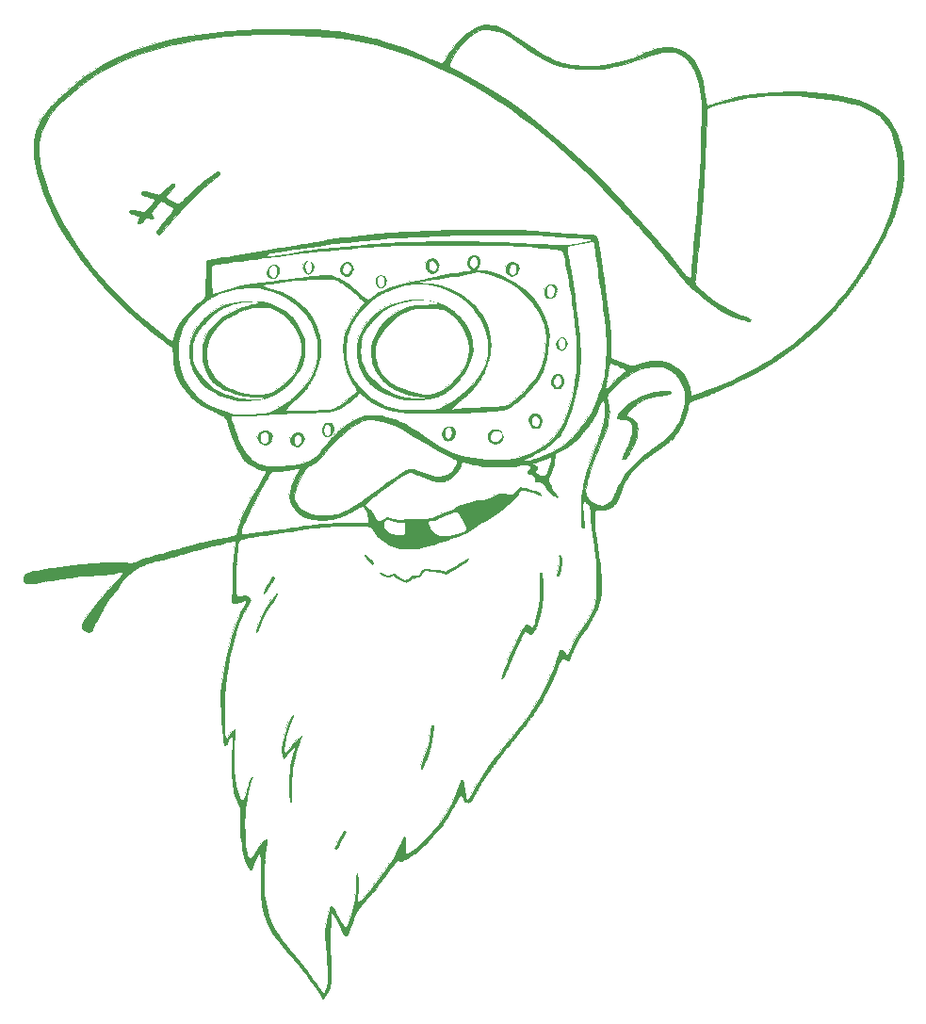
<source format=gto>
G04 #@! TF.GenerationSoftware,KiCad,Pcbnew,8.0.3*
G04 #@! TF.CreationDate,2024-07-03T11:21:14-05:00*
G04 #@! TF.ProjectId,JiggleBilly,4a696767-6c65-4426-996c-6c792e6b6963,rev?*
G04 #@! TF.SameCoordinates,Original*
G04 #@! TF.FileFunction,Legend,Top*
G04 #@! TF.FilePolarity,Positive*
%FSLAX46Y46*%
G04 Gerber Fmt 4.6, Leading zero omitted, Abs format (unit mm)*
G04 Created by KiCad (PCBNEW 8.0.3) date 2024-07-03 11:21:14*
%MOMM*%
%LPD*%
G01*
G04 APERTURE LIST*
%ADD10C,0.010000*%
%ADD11C,0.200000*%
%ADD12O,1.727200X1.727200*%
%ADD13R,1.727200X1.727200*%
%ADD14C,1.727200*%
G04 APERTURE END LIST*
D10*
X111695910Y-107793195D02*
X111762702Y-107835435D01*
X111859304Y-107917710D01*
X111997218Y-108048171D01*
X112092585Y-108141199D01*
X112271367Y-108320835D01*
X112392282Y-108455108D01*
X112461417Y-108554134D01*
X112484861Y-108628030D01*
X112468703Y-108686913D01*
X112441245Y-108720538D01*
X112382511Y-108759947D01*
X112314311Y-108759547D01*
X112226684Y-108713358D01*
X112109670Y-108615400D01*
X111953311Y-108459693D01*
X111882190Y-108384863D01*
X111743039Y-108231103D01*
X111628463Y-108093183D01*
X111549829Y-107985610D01*
X111518506Y-107922886D01*
X111518379Y-107920686D01*
X111552424Y-107841022D01*
X111605752Y-107796223D01*
X111647427Y-107782841D01*
X111695910Y-107793195D01*
G36*
X111695910Y-107793195D02*
G01*
X111762702Y-107835435D01*
X111859304Y-107917710D01*
X111997218Y-108048171D01*
X112092585Y-108141199D01*
X112271367Y-108320835D01*
X112392282Y-108455108D01*
X112461417Y-108554134D01*
X112484861Y-108628030D01*
X112468703Y-108686913D01*
X112441245Y-108720538D01*
X112382511Y-108759947D01*
X112314311Y-108759547D01*
X112226684Y-108713358D01*
X112109670Y-108615400D01*
X111953311Y-108459693D01*
X111882190Y-108384863D01*
X111743039Y-108231103D01*
X111628463Y-108093183D01*
X111549829Y-107985610D01*
X111518506Y-107922886D01*
X111518379Y-107920686D01*
X111552424Y-107841022D01*
X111605752Y-107796223D01*
X111647427Y-107782841D01*
X111695910Y-107793195D01*
G37*
X129230600Y-107857463D02*
X129309394Y-107950220D01*
X129314257Y-107959422D01*
X129367996Y-108121666D01*
X129397061Y-108332907D01*
X129403547Y-108576531D01*
X129389548Y-108835923D01*
X129357160Y-109094468D01*
X129308478Y-109335553D01*
X129245596Y-109542564D01*
X129170610Y-109698885D01*
X129085614Y-109787902D01*
X129083555Y-109789028D01*
X128980913Y-109821582D01*
X128869673Y-109827181D01*
X128787141Y-109805661D01*
X128771114Y-109790417D01*
X128771653Y-109731611D01*
X128799546Y-109624055D01*
X128827090Y-109547000D01*
X128971877Y-109063839D01*
X129034914Y-108562385D01*
X129032986Y-108256498D01*
X129026718Y-108072973D01*
X129029085Y-107926719D01*
X129039432Y-107836024D01*
X129048754Y-107816134D01*
X129133990Y-107807516D01*
X129230600Y-107857463D01*
G36*
X129230600Y-107857463D02*
G01*
X129309394Y-107950220D01*
X129314257Y-107959422D01*
X129367996Y-108121666D01*
X129397061Y-108332907D01*
X129403547Y-108576531D01*
X129389548Y-108835923D01*
X129357160Y-109094468D01*
X129308478Y-109335553D01*
X129245596Y-109542564D01*
X129170610Y-109698885D01*
X129085614Y-109787902D01*
X129083555Y-109789028D01*
X128980913Y-109821582D01*
X128869673Y-109827181D01*
X128787141Y-109805661D01*
X128771114Y-109790417D01*
X128771653Y-109731611D01*
X128799546Y-109624055D01*
X128827090Y-109547000D01*
X128971877Y-109063839D01*
X129034914Y-108562385D01*
X129032986Y-108256498D01*
X129026718Y-108072973D01*
X129029085Y-107926719D01*
X129039432Y-107836024D01*
X129048754Y-107816134D01*
X129133990Y-107807516D01*
X129230600Y-107857463D01*
G37*
X103325656Y-109720556D02*
X103415665Y-109760626D01*
X103525278Y-109820622D01*
X103595283Y-109864732D01*
X103609967Y-109896998D01*
X103593576Y-109962035D01*
X103541467Y-110070060D01*
X103448998Y-110231290D01*
X103368597Y-110363698D01*
X103226594Y-110588538D01*
X103080917Y-110808630D01*
X102939849Y-111012540D01*
X102811671Y-111188832D01*
X102704666Y-111326073D01*
X102627116Y-111412827D01*
X102590221Y-111438338D01*
X102536081Y-111409400D01*
X102500607Y-111373908D01*
X102477277Y-111324823D01*
X102483106Y-111252566D01*
X102521772Y-111137037D01*
X102561767Y-111039756D01*
X102610275Y-110935890D01*
X102686334Y-110784876D01*
X102781529Y-110602233D01*
X102887443Y-110403482D01*
X102995660Y-110204142D01*
X103097762Y-110019733D01*
X103185334Y-109865774D01*
X103249959Y-109757787D01*
X103281282Y-109712991D01*
X103325656Y-109720556D01*
G36*
X103325656Y-109720556D02*
G01*
X103415665Y-109760626D01*
X103525278Y-109820622D01*
X103595283Y-109864732D01*
X103609967Y-109896998D01*
X103593576Y-109962035D01*
X103541467Y-110070060D01*
X103448998Y-110231290D01*
X103368597Y-110363698D01*
X103226594Y-110588538D01*
X103080917Y-110808630D01*
X102939849Y-111012540D01*
X102811671Y-111188832D01*
X102704666Y-111326073D01*
X102627116Y-111412827D01*
X102590221Y-111438338D01*
X102536081Y-111409400D01*
X102500607Y-111373908D01*
X102477277Y-111324823D01*
X102483106Y-111252566D01*
X102521772Y-111137037D01*
X102561767Y-111039756D01*
X102610275Y-110935890D01*
X102686334Y-110784876D01*
X102781529Y-110602233D01*
X102887443Y-110403482D01*
X102995660Y-110204142D01*
X103097762Y-110019733D01*
X103185334Y-109865774D01*
X103249959Y-109757787D01*
X103281282Y-109712991D01*
X103325656Y-109720556D01*
G37*
X109937268Y-132632883D02*
X109991022Y-132719063D01*
X109994379Y-132750285D01*
X109975134Y-132811653D01*
X109922339Y-132932761D01*
X109843396Y-133099248D01*
X109745711Y-133296754D01*
X109636690Y-133510917D01*
X109523736Y-133727376D01*
X109414254Y-133931771D01*
X109315651Y-134109740D01*
X109235329Y-134246922D01*
X109180695Y-134328957D01*
X109179794Y-134330088D01*
X109096836Y-134375640D01*
X108988012Y-134375297D01*
X108902179Y-134332205D01*
X108856691Y-134248964D01*
X108851379Y-134213519D01*
X108871459Y-134150349D01*
X108926604Y-134028949D01*
X109009166Y-133863228D01*
X109111498Y-133667094D01*
X109225953Y-133454456D01*
X109344884Y-133239221D01*
X109460644Y-133035300D01*
X109565586Y-132856599D01*
X109652063Y-132717027D01*
X109712428Y-132630494D01*
X109733181Y-132609685D01*
X109841228Y-132590991D01*
X109937268Y-132632883D01*
G36*
X109937268Y-132632883D02*
G01*
X109991022Y-132719063D01*
X109994379Y-132750285D01*
X109975134Y-132811653D01*
X109922339Y-132932761D01*
X109843396Y-133099248D01*
X109745711Y-133296754D01*
X109636690Y-133510917D01*
X109523736Y-133727376D01*
X109414254Y-133931771D01*
X109315651Y-134109740D01*
X109235329Y-134246922D01*
X109180695Y-134328957D01*
X109179794Y-134330088D01*
X109096836Y-134375640D01*
X108988012Y-134375297D01*
X108902179Y-134332205D01*
X108856691Y-134248964D01*
X108851379Y-134213519D01*
X108871459Y-134150349D01*
X108926604Y-134028949D01*
X109009166Y-133863228D01*
X109111498Y-133667094D01*
X109225953Y-133454456D01*
X109344884Y-133239221D01*
X109460644Y-133035300D01*
X109565586Y-132856599D01*
X109652063Y-132717027D01*
X109712428Y-132630494D01*
X109733181Y-132609685D01*
X109841228Y-132590991D01*
X109937268Y-132632883D01*
G37*
X117808951Y-123115915D02*
X117845769Y-123148110D01*
X117873175Y-123186511D01*
X117889967Y-123243877D01*
X117895680Y-123331129D01*
X117889853Y-123459186D01*
X117872021Y-123638971D01*
X117841721Y-123881403D01*
X117802477Y-124168867D01*
X117744608Y-124524351D01*
X117669814Y-124891562D01*
X117581288Y-125261395D01*
X117482220Y-125624746D01*
X117375800Y-125972510D01*
X117265220Y-126295583D01*
X117153671Y-126584860D01*
X117044343Y-126831237D01*
X116940427Y-127025608D01*
X116845115Y-127158870D01*
X116761597Y-127221918D01*
X116731272Y-127225329D01*
X116670988Y-127208124D01*
X116651295Y-127200635D01*
X116607493Y-127144002D01*
X116603740Y-127023793D01*
X116640525Y-126837475D01*
X116718334Y-126582513D01*
X116828040Y-126281315D01*
X117071814Y-125591325D01*
X117259331Y-124930461D01*
X117397403Y-124271363D01*
X117488042Y-123630338D01*
X117519213Y-123396007D01*
X117552380Y-123238589D01*
X117589371Y-123150334D01*
X117605312Y-123132922D01*
X117710989Y-123083453D01*
X117808951Y-123115915D01*
G36*
X117808951Y-123115915D02*
G01*
X117845769Y-123148110D01*
X117873175Y-123186511D01*
X117889967Y-123243877D01*
X117895680Y-123331129D01*
X117889853Y-123459186D01*
X117872021Y-123638971D01*
X117841721Y-123881403D01*
X117802477Y-124168867D01*
X117744608Y-124524351D01*
X117669814Y-124891562D01*
X117581288Y-125261395D01*
X117482220Y-125624746D01*
X117375800Y-125972510D01*
X117265220Y-126295583D01*
X117153671Y-126584860D01*
X117044343Y-126831237D01*
X116940427Y-127025608D01*
X116845115Y-127158870D01*
X116761597Y-127221918D01*
X116731272Y-127225329D01*
X116670988Y-127208124D01*
X116651295Y-127200635D01*
X116607493Y-127144002D01*
X116603740Y-127023793D01*
X116640525Y-126837475D01*
X116718334Y-126582513D01*
X116828040Y-126281315D01*
X117071814Y-125591325D01*
X117259331Y-124930461D01*
X117397403Y-124271363D01*
X117488042Y-123630338D01*
X117519213Y-123396007D01*
X117552380Y-123238589D01*
X117589371Y-123150334D01*
X117605312Y-123132922D01*
X117710989Y-123083453D01*
X117808951Y-123115915D01*
G37*
X103803590Y-111304513D02*
X103812514Y-111397626D01*
X103792351Y-111528228D01*
X103745349Y-111676202D01*
X103708670Y-111758110D01*
X103632483Y-111888065D01*
X103520571Y-112052740D01*
X103392989Y-112223161D01*
X103347538Y-112279789D01*
X103153691Y-112529882D01*
X102986165Y-112779544D01*
X102833402Y-113049246D01*
X102683844Y-113359457D01*
X102525932Y-113730646D01*
X102519905Y-113745505D01*
X102399079Y-114040988D01*
X102302332Y-114269443D01*
X102223565Y-114442951D01*
X102156685Y-114573591D01*
X102095594Y-114673444D01*
X102034198Y-114754590D01*
X101980511Y-114814422D01*
X101875053Y-114914538D01*
X101812492Y-114944023D01*
X101788072Y-114902229D01*
X101796895Y-114789386D01*
X101864564Y-114476757D01*
X101971763Y-114117097D01*
X102109856Y-113733003D01*
X102270208Y-113347076D01*
X102444184Y-112981915D01*
X102588079Y-112718720D01*
X102719274Y-112508015D01*
X102871452Y-112284256D01*
X103035716Y-112058416D01*
X103203170Y-111841470D01*
X103364918Y-111644390D01*
X103512063Y-111478152D01*
X103635711Y-111353729D01*
X103726963Y-111282095D01*
X103763331Y-111269005D01*
X103803590Y-111304513D01*
G36*
X103803590Y-111304513D02*
G01*
X103812514Y-111397626D01*
X103792351Y-111528228D01*
X103745349Y-111676202D01*
X103708670Y-111758110D01*
X103632483Y-111888065D01*
X103520571Y-112052740D01*
X103392989Y-112223161D01*
X103347538Y-112279789D01*
X103153691Y-112529882D01*
X102986165Y-112779544D01*
X102833402Y-113049246D01*
X102683844Y-113359457D01*
X102525932Y-113730646D01*
X102519905Y-113745505D01*
X102399079Y-114040988D01*
X102302332Y-114269443D01*
X102223565Y-114442951D01*
X102156685Y-114573591D01*
X102095594Y-114673444D01*
X102034198Y-114754590D01*
X101980511Y-114814422D01*
X101875053Y-114914538D01*
X101812492Y-114944023D01*
X101788072Y-114902229D01*
X101796895Y-114789386D01*
X101864564Y-114476757D01*
X101971763Y-114117097D01*
X102109856Y-113733003D01*
X102270208Y-113347076D01*
X102444184Y-112981915D01*
X102588079Y-112718720D01*
X102719274Y-112508015D01*
X102871452Y-112284256D01*
X103035716Y-112058416D01*
X103203170Y-111841470D01*
X103364918Y-111644390D01*
X103512063Y-111478152D01*
X103635711Y-111353729D01*
X103726963Y-111282095D01*
X103763331Y-111269005D01*
X103803590Y-111304513D01*
G37*
X125055264Y-81477389D02*
X125241056Y-81539991D01*
X125398772Y-81654278D01*
X125515553Y-81813207D01*
X125578539Y-82009735D01*
X125574872Y-82236820D01*
X125566823Y-82277386D01*
X125478853Y-82500779D01*
X125333564Y-82681811D01*
X125146379Y-82810026D01*
X124932724Y-82874970D01*
X124708022Y-82866189D01*
X124700570Y-82864516D01*
X124487087Y-82777402D01*
X124332782Y-82631526D01*
X124242199Y-82432807D01*
X124222784Y-82271175D01*
X124684045Y-82271175D01*
X124707870Y-82455405D01*
X124774995Y-82584214D01*
X124878898Y-82647142D01*
X124921349Y-82651672D01*
X124998184Y-82633301D01*
X125060212Y-82565574D01*
X125108519Y-82471755D01*
X125172547Y-82277525D01*
X125189210Y-82096356D01*
X125161767Y-81943656D01*
X125093476Y-81834829D01*
X124987597Y-81785280D01*
X124962987Y-81783838D01*
X124851723Y-81823081D01*
X124762207Y-81930395D01*
X124703378Y-82090160D01*
X124684045Y-82271175D01*
X124222784Y-82271175D01*
X124218657Y-82236819D01*
X124242419Y-82010577D01*
X124322634Y-81827219D01*
X124458016Y-81670115D01*
X124650885Y-81535408D01*
X124854253Y-81473514D01*
X125055264Y-81477389D01*
G36*
X125055264Y-81477389D02*
G01*
X125241056Y-81539991D01*
X125398772Y-81654278D01*
X125515553Y-81813207D01*
X125578539Y-82009735D01*
X125574872Y-82236820D01*
X125566823Y-82277386D01*
X125478853Y-82500779D01*
X125333564Y-82681811D01*
X125146379Y-82810026D01*
X124932724Y-82874970D01*
X124708022Y-82866189D01*
X124700570Y-82864516D01*
X124487087Y-82777402D01*
X124332782Y-82631526D01*
X124242199Y-82432807D01*
X124222784Y-82271175D01*
X124684045Y-82271175D01*
X124707870Y-82455405D01*
X124774995Y-82584214D01*
X124878898Y-82647142D01*
X124921349Y-82651672D01*
X124998184Y-82633301D01*
X125060212Y-82565574D01*
X125108519Y-82471755D01*
X125172547Y-82277525D01*
X125189210Y-82096356D01*
X125161767Y-81943656D01*
X125093476Y-81834829D01*
X124987597Y-81785280D01*
X124962987Y-81783838D01*
X124851723Y-81823081D01*
X124762207Y-81930395D01*
X124703378Y-82090160D01*
X124684045Y-82271175D01*
X124222784Y-82271175D01*
X124218657Y-82236819D01*
X124242419Y-82010577D01*
X124322634Y-81827219D01*
X124458016Y-81670115D01*
X124650885Y-81535408D01*
X124854253Y-81473514D01*
X125055264Y-81477389D01*
G37*
X128593248Y-83493750D02*
X128755064Y-83594103D01*
X128873669Y-83757585D01*
X128877442Y-83765729D01*
X128947160Y-84012721D01*
X128933461Y-84256410D01*
X128837510Y-84489708D01*
X128735814Y-84627634D01*
X128546985Y-84794142D01*
X128346701Y-84877243D01*
X128136106Y-84876617D01*
X127997462Y-84832575D01*
X127844142Y-84723986D01*
X127742626Y-84565187D01*
X127692783Y-84372834D01*
X127694385Y-84175672D01*
X128028379Y-84175672D01*
X128049279Y-84390179D01*
X128107846Y-84549166D01*
X128197874Y-84645230D01*
X128313160Y-84670967D01*
X128415745Y-84637931D01*
X128516360Y-84543246D01*
X128582584Y-84399142D01*
X128615011Y-84226081D01*
X128614233Y-84044525D01*
X128580844Y-83874933D01*
X128515437Y-83737767D01*
X128418604Y-83653489D01*
X128386892Y-83642391D01*
X128263007Y-83649645D01*
X128157782Y-83729084D01*
X128079152Y-83868910D01*
X128035047Y-84057324D01*
X128028379Y-84175672D01*
X127694385Y-84175672D01*
X127694484Y-84163587D01*
X127747597Y-83954102D01*
X127851994Y-83761037D01*
X128007091Y-83601393D01*
X128203406Y-83494401D01*
X128404077Y-83459518D01*
X128593248Y-83493750D01*
G36*
X128593248Y-83493750D02*
G01*
X128755064Y-83594103D01*
X128873669Y-83757585D01*
X128877442Y-83765729D01*
X128947160Y-84012721D01*
X128933461Y-84256410D01*
X128837510Y-84489708D01*
X128735814Y-84627634D01*
X128546985Y-84794142D01*
X128346701Y-84877243D01*
X128136106Y-84876617D01*
X127997462Y-84832575D01*
X127844142Y-84723986D01*
X127742626Y-84565187D01*
X127692783Y-84372834D01*
X127694385Y-84175672D01*
X128028379Y-84175672D01*
X128049279Y-84390179D01*
X128107846Y-84549166D01*
X128197874Y-84645230D01*
X128313160Y-84670967D01*
X128415745Y-84637931D01*
X128516360Y-84543246D01*
X128582584Y-84399142D01*
X128615011Y-84226081D01*
X128614233Y-84044525D01*
X128580844Y-83874933D01*
X128515437Y-83737767D01*
X128418604Y-83653489D01*
X128386892Y-83642391D01*
X128263007Y-83649645D01*
X128157782Y-83729084D01*
X128079152Y-83868910D01*
X128035047Y-84057324D01*
X128028379Y-84175672D01*
X127694385Y-84175672D01*
X127694484Y-84163587D01*
X127747597Y-83954102D01*
X127851994Y-83761037D01*
X128007091Y-83601393D01*
X128203406Y-83494401D01*
X128404077Y-83459518D01*
X128593248Y-83493750D01*
G37*
X103617172Y-81704219D02*
X103778979Y-81781570D01*
X103907967Y-81914414D01*
X103991380Y-82098920D01*
X104016464Y-82331259D01*
X104014954Y-82362093D01*
X103966786Y-82598257D01*
X103863348Y-82799909D01*
X103717318Y-82958539D01*
X103541376Y-83065638D01*
X103348202Y-83112695D01*
X103150475Y-83091201D01*
X103017414Y-83031586D01*
X102879721Y-82901246D01*
X102792691Y-82721426D01*
X102758733Y-82512217D01*
X102770422Y-82393556D01*
X103094045Y-82393556D01*
X103115477Y-82601291D01*
X103173940Y-82759675D01*
X103260682Y-82861122D01*
X103366952Y-82898042D01*
X103484000Y-82862847D01*
X103560997Y-82798471D01*
X103632400Y-82673060D01*
X103675133Y-82498176D01*
X103686490Y-82304936D01*
X103663763Y-82124453D01*
X103628186Y-82026291D01*
X103536272Y-81907403D01*
X103431503Y-81862246D01*
X103324821Y-81883295D01*
X103227169Y-81963028D01*
X103149488Y-82093921D01*
X103102719Y-82268450D01*
X103094045Y-82393556D01*
X102770422Y-82393556D01*
X102780259Y-82293712D01*
X102859676Y-82086001D01*
X102896844Y-82026341D01*
X103062381Y-81843421D01*
X103246118Y-81731314D01*
X103435300Y-81686190D01*
X103617172Y-81704219D01*
G36*
X103617172Y-81704219D02*
G01*
X103778979Y-81781570D01*
X103907967Y-81914414D01*
X103991380Y-82098920D01*
X104016464Y-82331259D01*
X104014954Y-82362093D01*
X103966786Y-82598257D01*
X103863348Y-82799909D01*
X103717318Y-82958539D01*
X103541376Y-83065638D01*
X103348202Y-83112695D01*
X103150475Y-83091201D01*
X103017414Y-83031586D01*
X102879721Y-82901246D01*
X102792691Y-82721426D01*
X102758733Y-82512217D01*
X102770422Y-82393556D01*
X103094045Y-82393556D01*
X103115477Y-82601291D01*
X103173940Y-82759675D01*
X103260682Y-82861122D01*
X103366952Y-82898042D01*
X103484000Y-82862847D01*
X103560997Y-82798471D01*
X103632400Y-82673060D01*
X103675133Y-82498176D01*
X103686490Y-82304936D01*
X103663763Y-82124453D01*
X103628186Y-82026291D01*
X103536272Y-81907403D01*
X103431503Y-81862246D01*
X103324821Y-81883295D01*
X103227169Y-81963028D01*
X103149488Y-82093921D01*
X103102719Y-82268450D01*
X103094045Y-82393556D01*
X102770422Y-82393556D01*
X102780259Y-82293712D01*
X102859676Y-82086001D01*
X102896844Y-82026341D01*
X103062381Y-81843421D01*
X103246118Y-81731314D01*
X103435300Y-81686190D01*
X103617172Y-81704219D01*
G37*
X106777544Y-81427480D02*
X106932478Y-81537927D01*
X107030630Y-81677191D01*
X107101541Y-81884686D01*
X107110118Y-82088188D01*
X107065649Y-82277696D01*
X106977425Y-82443211D01*
X106854734Y-82574734D01*
X106706865Y-82662265D01*
X106543108Y-82695805D01*
X106372753Y-82665354D01*
X106207609Y-82563138D01*
X106069804Y-82389301D01*
X105996510Y-82179290D01*
X105990892Y-81973963D01*
X106310119Y-81973963D01*
X106322228Y-82163985D01*
X106327914Y-82197376D01*
X106369324Y-82317283D01*
X106437103Y-82425177D01*
X106513128Y-82498056D01*
X106577152Y-82513691D01*
X106632652Y-82471438D01*
X106704634Y-82389705D01*
X106710264Y-82382260D01*
X106775196Y-82238946D01*
X106799189Y-82057863D01*
X106785501Y-81864781D01*
X106737390Y-81685466D01*
X106658112Y-81545688D01*
X106597717Y-81491997D01*
X106512350Y-81477416D01*
X106435336Y-81532888D01*
X106372245Y-81643848D01*
X106328648Y-81795729D01*
X106310119Y-81973963D01*
X105990892Y-81973963D01*
X105990365Y-81954724D01*
X106054006Y-81737221D01*
X106097478Y-81660243D01*
X106243689Y-81500273D01*
X106416722Y-81408355D01*
X106600149Y-81384190D01*
X106777544Y-81427480D01*
G36*
X106777544Y-81427480D02*
G01*
X106932478Y-81537927D01*
X107030630Y-81677191D01*
X107101541Y-81884686D01*
X107110118Y-82088188D01*
X107065649Y-82277696D01*
X106977425Y-82443211D01*
X106854734Y-82574734D01*
X106706865Y-82662265D01*
X106543108Y-82695805D01*
X106372753Y-82665354D01*
X106207609Y-82563138D01*
X106069804Y-82389301D01*
X105996510Y-82179290D01*
X105990892Y-81973963D01*
X106310119Y-81973963D01*
X106322228Y-82163985D01*
X106327914Y-82197376D01*
X106369324Y-82317283D01*
X106437103Y-82425177D01*
X106513128Y-82498056D01*
X106577152Y-82513691D01*
X106632652Y-82471438D01*
X106704634Y-82389705D01*
X106710264Y-82382260D01*
X106775196Y-82238946D01*
X106799189Y-82057863D01*
X106785501Y-81864781D01*
X106737390Y-81685466D01*
X106658112Y-81545688D01*
X106597717Y-81491997D01*
X106512350Y-81477416D01*
X106435336Y-81532888D01*
X106372245Y-81643848D01*
X106328648Y-81795729D01*
X106310119Y-81973963D01*
X105990892Y-81973963D01*
X105990365Y-81954724D01*
X106054006Y-81737221D01*
X106097478Y-81660243D01*
X106243689Y-81500273D01*
X106416722Y-81408355D01*
X106600149Y-81384190D01*
X106777544Y-81427480D01*
G37*
X108625131Y-95962059D02*
X108770957Y-96079861D01*
X108853775Y-96211729D01*
X108921901Y-96456969D01*
X108908683Y-96701952D01*
X108816688Y-96935122D01*
X108648482Y-97144926D01*
X108645987Y-97147278D01*
X108490035Y-97246836D01*
X108305825Y-97294918D01*
X108121612Y-97288779D01*
X107965648Y-97225676D01*
X107950949Y-97214761D01*
X107802407Y-97046660D01*
X107717733Y-96837833D01*
X107707730Y-96706160D01*
X108004712Y-96706160D01*
X108014557Y-96855301D01*
X108051669Y-96956238D01*
X108108621Y-97025762D01*
X108200968Y-97105861D01*
X108272490Y-97122280D01*
X108354079Y-97078376D01*
X108383111Y-97055588D01*
X108470597Y-96937767D01*
X108517974Y-96776540D01*
X108525288Y-96598864D01*
X108492585Y-96431691D01*
X108419912Y-96301977D01*
X108381759Y-96268067D01*
X108265323Y-96224620D01*
X108161632Y-96256661D01*
X108078458Y-96355162D01*
X108023572Y-96511089D01*
X108004712Y-96706160D01*
X107707730Y-96706160D01*
X107700169Y-96606649D01*
X107752952Y-96371480D01*
X107788286Y-96292334D01*
X107919078Y-96107561D01*
X108083441Y-95980991D01*
X108266091Y-95913780D01*
X108451749Y-95907084D01*
X108625131Y-95962059D01*
G36*
X108625131Y-95962059D02*
G01*
X108770957Y-96079861D01*
X108853775Y-96211729D01*
X108921901Y-96456969D01*
X108908683Y-96701952D01*
X108816688Y-96935122D01*
X108648482Y-97144926D01*
X108645987Y-97147278D01*
X108490035Y-97246836D01*
X108305825Y-97294918D01*
X108121612Y-97288779D01*
X107965648Y-97225676D01*
X107950949Y-97214761D01*
X107802407Y-97046660D01*
X107717733Y-96837833D01*
X107707730Y-96706160D01*
X108004712Y-96706160D01*
X108014557Y-96855301D01*
X108051669Y-96956238D01*
X108108621Y-97025762D01*
X108200968Y-97105861D01*
X108272490Y-97122280D01*
X108354079Y-97078376D01*
X108383111Y-97055588D01*
X108470597Y-96937767D01*
X108517974Y-96776540D01*
X108525288Y-96598864D01*
X108492585Y-96431691D01*
X108419912Y-96301977D01*
X108381759Y-96268067D01*
X108265323Y-96224620D01*
X108161632Y-96256661D01*
X108078458Y-96355162D01*
X108023572Y-96511089D01*
X108004712Y-96706160D01*
X107707730Y-96706160D01*
X107700169Y-96606649D01*
X107752952Y-96371480D01*
X107788286Y-96292334D01*
X107919078Y-96107561D01*
X108083441Y-95980991D01*
X108266091Y-95913780D01*
X108451749Y-95907084D01*
X108625131Y-95962059D01*
G37*
X119489868Y-96311858D02*
X119654185Y-96415381D01*
X119778220Y-96568908D01*
X119847928Y-96767613D01*
X119858045Y-96888496D01*
X119826295Y-97147431D01*
X119728618Y-97354847D01*
X119561371Y-97516573D01*
X119413545Y-97599993D01*
X119185951Y-97669149D01*
X118970541Y-97657547D01*
X118859621Y-97619832D01*
X118681142Y-97500598D01*
X118560241Y-97333555D01*
X118499061Y-97134886D01*
X118499577Y-96972800D01*
X118894127Y-96972800D01*
X118897035Y-97131358D01*
X118936481Y-97268373D01*
X118972118Y-97323875D01*
X119059182Y-97374650D01*
X119162356Y-97350819D01*
X119267679Y-97256921D01*
X119295674Y-97218661D01*
X119360916Y-97073574D01*
X119389056Y-96905171D01*
X119382004Y-96736986D01*
X119341670Y-96592553D01*
X119269963Y-96495407D01*
X119235411Y-96475985D01*
X119138021Y-96476922D01*
X119049705Y-96544761D01*
X118975955Y-96661813D01*
X118922265Y-96810389D01*
X118894127Y-96972800D01*
X118499577Y-96972800D01*
X118499743Y-96920774D01*
X118564429Y-96707404D01*
X118695259Y-96510958D01*
X118710686Y-96494309D01*
X118895679Y-96349564D01*
X119096571Y-96274125D01*
X119299315Y-96263164D01*
X119489868Y-96311858D01*
G36*
X119489868Y-96311858D02*
G01*
X119654185Y-96415381D01*
X119778220Y-96568908D01*
X119847928Y-96767613D01*
X119858045Y-96888496D01*
X119826295Y-97147431D01*
X119728618Y-97354847D01*
X119561371Y-97516573D01*
X119413545Y-97599993D01*
X119185951Y-97669149D01*
X118970541Y-97657547D01*
X118859621Y-97619832D01*
X118681142Y-97500598D01*
X118560241Y-97333555D01*
X118499061Y-97134886D01*
X118499577Y-96972800D01*
X118894127Y-96972800D01*
X118897035Y-97131358D01*
X118936481Y-97268373D01*
X118972118Y-97323875D01*
X119059182Y-97374650D01*
X119162356Y-97350819D01*
X119267679Y-97256921D01*
X119295674Y-97218661D01*
X119360916Y-97073574D01*
X119389056Y-96905171D01*
X119382004Y-96736986D01*
X119341670Y-96592553D01*
X119269963Y-96495407D01*
X119235411Y-96475985D01*
X119138021Y-96476922D01*
X119049705Y-96544761D01*
X118975955Y-96661813D01*
X118922265Y-96810389D01*
X118894127Y-96972800D01*
X118499577Y-96972800D01*
X118499743Y-96920774D01*
X118564429Y-96707404D01*
X118695259Y-96510958D01*
X118710686Y-96494309D01*
X118895679Y-96349564D01*
X119096571Y-96274125D01*
X119299315Y-96263164D01*
X119489868Y-96311858D01*
G37*
X127099505Y-95123968D02*
X127304287Y-95215041D01*
X127466176Y-95376393D01*
X127580041Y-95604099D01*
X127602001Y-95676883D01*
X127629407Y-95911956D01*
X127590026Y-96125615D01*
X127495067Y-96308345D01*
X127355734Y-96450628D01*
X127183234Y-96542948D01*
X126988774Y-96575790D01*
X126783559Y-96539635D01*
X126657197Y-96479219D01*
X126465499Y-96318179D01*
X126344241Y-96110493D01*
X126294836Y-95860540D01*
X126684099Y-95860540D01*
X126721358Y-96020248D01*
X126793696Y-96157407D01*
X126896593Y-96251666D01*
X127013051Y-96283005D01*
X127142439Y-96245554D01*
X127200478Y-96188919D01*
X127249034Y-96063364D01*
X127263622Y-95899207D01*
X127243335Y-95735793D01*
X127212838Y-95652086D01*
X127140269Y-95552965D01*
X127046552Y-95465713D01*
X126962704Y-95411434D01*
X126901510Y-95408651D01*
X126827980Y-95449614D01*
X126732891Y-95554873D01*
X126686437Y-95698631D01*
X126684099Y-95860540D01*
X126294836Y-95860540D01*
X126294287Y-95857764D01*
X126292929Y-95804653D01*
X126322802Y-95543646D01*
X126411832Y-95341282D01*
X126558369Y-95199604D01*
X126760760Y-95120654D01*
X126856962Y-95107097D01*
X127099505Y-95123968D01*
G36*
X127099505Y-95123968D02*
G01*
X127304287Y-95215041D01*
X127466176Y-95376393D01*
X127580041Y-95604099D01*
X127602001Y-95676883D01*
X127629407Y-95911956D01*
X127590026Y-96125615D01*
X127495067Y-96308345D01*
X127355734Y-96450628D01*
X127183234Y-96542948D01*
X126988774Y-96575790D01*
X126783559Y-96539635D01*
X126657197Y-96479219D01*
X126465499Y-96318179D01*
X126344241Y-96110493D01*
X126294836Y-95860540D01*
X126684099Y-95860540D01*
X126721358Y-96020248D01*
X126793696Y-96157407D01*
X126896593Y-96251666D01*
X127013051Y-96283005D01*
X127142439Y-96245554D01*
X127200478Y-96188919D01*
X127249034Y-96063364D01*
X127263622Y-95899207D01*
X127243335Y-95735793D01*
X127212838Y-95652086D01*
X127140269Y-95552965D01*
X127046552Y-95465713D01*
X126962704Y-95411434D01*
X126901510Y-95408651D01*
X126827980Y-95449614D01*
X126732891Y-95554873D01*
X126686437Y-95698631D01*
X126684099Y-95860540D01*
X126294836Y-95860540D01*
X126294287Y-95857764D01*
X126292929Y-95804653D01*
X126322802Y-95543646D01*
X126411832Y-95341282D01*
X126558369Y-95199604D01*
X126760760Y-95120654D01*
X126856962Y-95107097D01*
X127099505Y-95123968D01*
G37*
X129225787Y-91578142D02*
X129388935Y-91697243D01*
X129510662Y-91873034D01*
X129581102Y-92096465D01*
X129594712Y-92261665D01*
X129561734Y-92497973D01*
X129470994Y-92700714D01*
X129334777Y-92860836D01*
X129165373Y-92969291D01*
X128975069Y-93017027D01*
X128776151Y-92994994D01*
X128663379Y-92947615D01*
X128495680Y-92812812D01*
X128384143Y-92633730D01*
X128326988Y-92426848D01*
X128323825Y-92275218D01*
X128670555Y-92275218D01*
X128687455Y-92437999D01*
X128741029Y-92572249D01*
X128821738Y-92667060D01*
X128920042Y-92711522D01*
X129026402Y-92694730D01*
X129131277Y-92605774D01*
X129138482Y-92596340D01*
X129222924Y-92417644D01*
X129245091Y-92212125D01*
X129201992Y-92013408D01*
X129192287Y-91991607D01*
X129099513Y-91860362D01*
X128991685Y-91806522D01*
X128881363Y-91827456D01*
X128781105Y-91920531D01*
X128703471Y-92083115D01*
X128699869Y-92094813D01*
X128670555Y-92275218D01*
X128323825Y-92275218D01*
X128322435Y-92208641D01*
X128368707Y-91995586D01*
X128464023Y-91804161D01*
X128606605Y-91650842D01*
X128794675Y-91552106D01*
X128814686Y-91546206D01*
X129031082Y-91524780D01*
X129225787Y-91578142D01*
G36*
X129225787Y-91578142D02*
G01*
X129388935Y-91697243D01*
X129510662Y-91873034D01*
X129581102Y-92096465D01*
X129594712Y-92261665D01*
X129561734Y-92497973D01*
X129470994Y-92700714D01*
X129334777Y-92860836D01*
X129165373Y-92969291D01*
X128975069Y-93017027D01*
X128776151Y-92994994D01*
X128663379Y-92947615D01*
X128495680Y-92812812D01*
X128384143Y-92633730D01*
X128326988Y-92426848D01*
X128323825Y-92275218D01*
X128670555Y-92275218D01*
X128687455Y-92437999D01*
X128741029Y-92572249D01*
X128821738Y-92667060D01*
X128920042Y-92711522D01*
X129026402Y-92694730D01*
X129131277Y-92605774D01*
X129138482Y-92596340D01*
X129222924Y-92417644D01*
X129245091Y-92212125D01*
X129201992Y-92013408D01*
X129192287Y-91991607D01*
X129099513Y-91860362D01*
X128991685Y-91806522D01*
X128881363Y-91827456D01*
X128781105Y-91920531D01*
X128703471Y-92083115D01*
X128699869Y-92094813D01*
X128670555Y-92275218D01*
X128323825Y-92275218D01*
X128322435Y-92208641D01*
X128368707Y-91995586D01*
X128464023Y-91804161D01*
X128606605Y-91650842D01*
X128794675Y-91552106D01*
X128814686Y-91546206D01*
X129031082Y-91524780D01*
X129225787Y-91578142D01*
G37*
X102800083Y-96594110D02*
X103013128Y-96678479D01*
X103207000Y-96844983D01*
X103209035Y-96847294D01*
X103333677Y-97047004D01*
X103384038Y-97264388D01*
X103363548Y-97483511D01*
X103275638Y-97688436D01*
X103123735Y-97863230D01*
X102968317Y-97965755D01*
X102790712Y-98037642D01*
X102630716Y-98053678D01*
X102450718Y-98015943D01*
X102395545Y-97997420D01*
X102193614Y-97883100D01*
X102038196Y-97707174D01*
X101949677Y-97505589D01*
X101932404Y-97340657D01*
X102289712Y-97340657D01*
X102315950Y-97544941D01*
X102389144Y-97695661D01*
X102501011Y-97784584D01*
X102643271Y-97803476D01*
X102732315Y-97780708D01*
X102818690Y-97706743D01*
X102884724Y-97571864D01*
X102920802Y-97399143D01*
X102924712Y-97319017D01*
X102897032Y-97151868D01*
X102823932Y-97015288D01*
X102720321Y-96921636D01*
X102601105Y-96883272D01*
X102481195Y-96912556D01*
X102455377Y-96929935D01*
X102344877Y-97067307D01*
X102293366Y-97261743D01*
X102289712Y-97340657D01*
X101932404Y-97340657D01*
X101924242Y-97262730D01*
X101977650Y-97037962D01*
X102104278Y-96843547D01*
X102298501Y-96691746D01*
X102330774Y-96674588D01*
X102571439Y-96592578D01*
X102800083Y-96594110D01*
G36*
X102800083Y-96594110D02*
G01*
X103013128Y-96678479D01*
X103207000Y-96844983D01*
X103209035Y-96847294D01*
X103333677Y-97047004D01*
X103384038Y-97264388D01*
X103363548Y-97483511D01*
X103275638Y-97688436D01*
X103123735Y-97863230D01*
X102968317Y-97965755D01*
X102790712Y-98037642D01*
X102630716Y-98053678D01*
X102450718Y-98015943D01*
X102395545Y-97997420D01*
X102193614Y-97883100D01*
X102038196Y-97707174D01*
X101949677Y-97505589D01*
X101932404Y-97340657D01*
X102289712Y-97340657D01*
X102315950Y-97544941D01*
X102389144Y-97695661D01*
X102501011Y-97784584D01*
X102643271Y-97803476D01*
X102732315Y-97780708D01*
X102818690Y-97706743D01*
X102884724Y-97571864D01*
X102920802Y-97399143D01*
X102924712Y-97319017D01*
X102897032Y-97151868D01*
X102823932Y-97015288D01*
X102720321Y-96921636D01*
X102601105Y-96883272D01*
X102481195Y-96912556D01*
X102455377Y-96929935D01*
X102344877Y-97067307D01*
X102293366Y-97261743D01*
X102289712Y-97340657D01*
X101932404Y-97340657D01*
X101924242Y-97262730D01*
X101977650Y-97037962D01*
X102104278Y-96843547D01*
X102298501Y-96691746D01*
X102330774Y-96674588D01*
X102571439Y-96592578D01*
X102800083Y-96594110D01*
G37*
X113369997Y-82698329D02*
X113511747Y-82842758D01*
X113554407Y-82914568D01*
X113624528Y-83119745D01*
X113634182Y-83325464D01*
X113591741Y-83519719D01*
X113505579Y-83690501D01*
X113384069Y-83825806D01*
X113235583Y-83913625D01*
X113068495Y-83941953D01*
X112891178Y-83898783D01*
X112873889Y-83890418D01*
X112704970Y-83761865D01*
X112592409Y-83587571D01*
X112536931Y-83385617D01*
X112537979Y-83290455D01*
X112806309Y-83290455D01*
X112825383Y-83477484D01*
X112830126Y-83496161D01*
X112886810Y-83625009D01*
X112971327Y-83731327D01*
X113061800Y-83790022D01*
X113090368Y-83794672D01*
X113133560Y-83765219D01*
X113205412Y-83691818D01*
X113229115Y-83664423D01*
X113302097Y-83533503D01*
X113338262Y-83373394D01*
X113340451Y-83203862D01*
X113311506Y-83044674D01*
X113254269Y-82915596D01*
X113171582Y-82836395D01*
X113107864Y-82821005D01*
X112991009Y-82859590D01*
X112896728Y-82963019D01*
X112832626Y-83112804D01*
X112806309Y-83290455D01*
X112537979Y-83290455D01*
X112539261Y-83174085D01*
X112600124Y-82971056D01*
X112720245Y-82794613D01*
X112826389Y-82705432D01*
X113012478Y-82625403D01*
X113198628Y-82624456D01*
X113369997Y-82698329D01*
G36*
X113369997Y-82698329D02*
G01*
X113511747Y-82842758D01*
X113554407Y-82914568D01*
X113624528Y-83119745D01*
X113634182Y-83325464D01*
X113591741Y-83519719D01*
X113505579Y-83690501D01*
X113384069Y-83825806D01*
X113235583Y-83913625D01*
X113068495Y-83941953D01*
X112891178Y-83898783D01*
X112873889Y-83890418D01*
X112704970Y-83761865D01*
X112592409Y-83587571D01*
X112536931Y-83385617D01*
X112537979Y-83290455D01*
X112806309Y-83290455D01*
X112825383Y-83477484D01*
X112830126Y-83496161D01*
X112886810Y-83625009D01*
X112971327Y-83731327D01*
X113061800Y-83790022D01*
X113090368Y-83794672D01*
X113133560Y-83765219D01*
X113205412Y-83691818D01*
X113229115Y-83664423D01*
X113302097Y-83533503D01*
X113338262Y-83373394D01*
X113340451Y-83203862D01*
X113311506Y-83044674D01*
X113254269Y-82915596D01*
X113171582Y-82836395D01*
X113107864Y-82821005D01*
X112991009Y-82859590D01*
X112896728Y-82963019D01*
X112832626Y-83112804D01*
X112806309Y-83290455D01*
X112537979Y-83290455D01*
X112539261Y-83174085D01*
X112600124Y-82971056D01*
X112720245Y-82794613D01*
X112826389Y-82705432D01*
X113012478Y-82625403D01*
X113198628Y-82624456D01*
X113369997Y-82698329D01*
G37*
X117833795Y-81160280D02*
X117956569Y-81204264D01*
X118056198Y-81270924D01*
X118222008Y-81442854D01*
X118325968Y-81647196D01*
X118368836Y-81867523D01*
X118351368Y-82087408D01*
X118274321Y-82290425D01*
X118138451Y-82460148D01*
X117996992Y-82556422D01*
X117856016Y-82620400D01*
X117748915Y-82643533D01*
X117638145Y-82630444D01*
X117563213Y-82609829D01*
X117347431Y-82503292D01*
X117180314Y-82335998D01*
X117070868Y-82121992D01*
X117028096Y-81875318D01*
X117028186Y-81872207D01*
X117429173Y-81872207D01*
X117458390Y-82025654D01*
X117523131Y-82162656D01*
X117612419Y-82270106D01*
X117715276Y-82334897D01*
X117820728Y-82343923D01*
X117917797Y-82284075D01*
X117920310Y-82281255D01*
X118008794Y-82120630D01*
X118027549Y-81934347D01*
X117977669Y-81743146D01*
X117884098Y-81594584D01*
X117761093Y-81489128D01*
X117645198Y-81466272D01*
X117543893Y-81523952D01*
X117464656Y-81660103D01*
X117446455Y-81715423D01*
X117429173Y-81872207D01*
X117028186Y-81872207D01*
X117030896Y-81779498D01*
X117085485Y-81535802D01*
X117200341Y-81345990D01*
X117368888Y-81216513D01*
X117584554Y-81153818D01*
X117673695Y-81148838D01*
X117833795Y-81160280D01*
G36*
X117833795Y-81160280D02*
G01*
X117956569Y-81204264D01*
X118056198Y-81270924D01*
X118222008Y-81442854D01*
X118325968Y-81647196D01*
X118368836Y-81867523D01*
X118351368Y-82087408D01*
X118274321Y-82290425D01*
X118138451Y-82460148D01*
X117996992Y-82556422D01*
X117856016Y-82620400D01*
X117748915Y-82643533D01*
X117638145Y-82630444D01*
X117563213Y-82609829D01*
X117347431Y-82503292D01*
X117180314Y-82335998D01*
X117070868Y-82121992D01*
X117028096Y-81875318D01*
X117028186Y-81872207D01*
X117429173Y-81872207D01*
X117458390Y-82025654D01*
X117523131Y-82162656D01*
X117612419Y-82270106D01*
X117715276Y-82334897D01*
X117820728Y-82343923D01*
X117917797Y-82284075D01*
X117920310Y-82281255D01*
X118008794Y-82120630D01*
X118027549Y-81934347D01*
X117977669Y-81743146D01*
X117884098Y-81594584D01*
X117761093Y-81489128D01*
X117645198Y-81466272D01*
X117543893Y-81523952D01*
X117464656Y-81660103D01*
X117446455Y-81715423D01*
X117429173Y-81872207D01*
X117028186Y-81872207D01*
X117030896Y-81779498D01*
X117085485Y-81535802D01*
X117200341Y-81345990D01*
X117368888Y-81216513D01*
X117584554Y-81153818D01*
X117673695Y-81148838D01*
X117833795Y-81160280D01*
G37*
X110224435Y-81500045D02*
X110331990Y-81542276D01*
X110468475Y-81657068D01*
X110582614Y-81823634D01*
X110655448Y-82009149D01*
X110671712Y-82130523D01*
X110637084Y-82347307D01*
X110542956Y-82551672D01*
X110403967Y-82722403D01*
X110234754Y-82838282D01*
X110166118Y-82863370D01*
X110045263Y-82893343D01*
X109958613Y-82897852D01*
X109859566Y-82876702D01*
X109808929Y-82861881D01*
X109625277Y-82765127D01*
X109481086Y-82606227D01*
X109388514Y-82403180D01*
X109362467Y-82218253D01*
X109698045Y-82218253D01*
X109729109Y-82381624D01*
X109810713Y-82498087D01*
X109925475Y-82559263D01*
X110056014Y-82556772D01*
X110184949Y-82482234D01*
X110204747Y-82462553D01*
X110290696Y-82319072D01*
X110327278Y-82144081D01*
X110312179Y-81969932D01*
X110249470Y-81836755D01*
X110136928Y-81744542D01*
X110015721Y-81725475D01*
X109898546Y-81770768D01*
X109798097Y-81871639D01*
X109727071Y-82019304D01*
X109698164Y-82204980D01*
X109698045Y-82218253D01*
X109362467Y-82218253D01*
X109359379Y-82196335D01*
X109389087Y-82019170D01*
X109466641Y-81830323D01*
X109574681Y-81665052D01*
X109663142Y-81579322D01*
X109828328Y-81503881D01*
X110027668Y-81476778D01*
X110224435Y-81500045D01*
G36*
X110224435Y-81500045D02*
G01*
X110331990Y-81542276D01*
X110468475Y-81657068D01*
X110582614Y-81823634D01*
X110655448Y-82009149D01*
X110671712Y-82130523D01*
X110637084Y-82347307D01*
X110542956Y-82551672D01*
X110403967Y-82722403D01*
X110234754Y-82838282D01*
X110166118Y-82863370D01*
X110045263Y-82893343D01*
X109958613Y-82897852D01*
X109859566Y-82876702D01*
X109808929Y-82861881D01*
X109625277Y-82765127D01*
X109481086Y-82606227D01*
X109388514Y-82403180D01*
X109362467Y-82218253D01*
X109698045Y-82218253D01*
X109729109Y-82381624D01*
X109810713Y-82498087D01*
X109925475Y-82559263D01*
X110056014Y-82556772D01*
X110184949Y-82482234D01*
X110204747Y-82462553D01*
X110290696Y-82319072D01*
X110327278Y-82144081D01*
X110312179Y-81969932D01*
X110249470Y-81836755D01*
X110136928Y-81744542D01*
X110015721Y-81725475D01*
X109898546Y-81770768D01*
X109798097Y-81871639D01*
X109727071Y-82019304D01*
X109698164Y-82204980D01*
X109698045Y-82218253D01*
X109362467Y-82218253D01*
X109359379Y-82196335D01*
X109389087Y-82019170D01*
X109466641Y-81830323D01*
X109574681Y-81665052D01*
X109663142Y-81579322D01*
X109828328Y-81503881D01*
X110027668Y-81476778D01*
X110224435Y-81500045D01*
G37*
X129436866Y-88260140D02*
X129601500Y-88326009D01*
X129740875Y-88447281D01*
X129841270Y-88614705D01*
X129888964Y-88819029D01*
X129891045Y-88873929D01*
X129858578Y-89103942D01*
X129768447Y-89299248D01*
X129631556Y-89446764D01*
X129458808Y-89533406D01*
X129326880Y-89550878D01*
X129181913Y-89532131D01*
X129051374Y-89487371D01*
X129032464Y-89476795D01*
X128921517Y-89370675D01*
X128825498Y-89214699D01*
X128762609Y-89043616D01*
X128748045Y-88933776D01*
X128770487Y-88817723D01*
X129084819Y-88817723D01*
X129092220Y-88992142D01*
X129129005Y-89153160D01*
X129196649Y-89281746D01*
X129244876Y-89329755D01*
X129309160Y-89373577D01*
X129358516Y-89373435D01*
X129426724Y-89339618D01*
X129509628Y-89254897D01*
X129559873Y-89120715D01*
X129579606Y-88956568D01*
X129570974Y-88781952D01*
X129536125Y-88616363D01*
X129477207Y-88479298D01*
X129396367Y-88390251D01*
X129319545Y-88366672D01*
X129224166Y-88404378D01*
X129152268Y-88504810D01*
X129105327Y-88648935D01*
X129084819Y-88817723D01*
X128770487Y-88817723D01*
X128779961Y-88768734D01*
X128863371Y-88588968D01*
X128979770Y-88427382D01*
X129086712Y-88331620D01*
X129260696Y-88258926D01*
X129436866Y-88260140D01*
G36*
X129436866Y-88260140D02*
G01*
X129601500Y-88326009D01*
X129740875Y-88447281D01*
X129841270Y-88614705D01*
X129888964Y-88819029D01*
X129891045Y-88873929D01*
X129858578Y-89103942D01*
X129768447Y-89299248D01*
X129631556Y-89446764D01*
X129458808Y-89533406D01*
X129326880Y-89550878D01*
X129181913Y-89532131D01*
X129051374Y-89487371D01*
X129032464Y-89476795D01*
X128921517Y-89370675D01*
X128825498Y-89214699D01*
X128762609Y-89043616D01*
X128748045Y-88933776D01*
X128770487Y-88817723D01*
X129084819Y-88817723D01*
X129092220Y-88992142D01*
X129129005Y-89153160D01*
X129196649Y-89281746D01*
X129244876Y-89329755D01*
X129309160Y-89373577D01*
X129358516Y-89373435D01*
X129426724Y-89339618D01*
X129509628Y-89254897D01*
X129559873Y-89120715D01*
X129579606Y-88956568D01*
X129570974Y-88781952D01*
X129536125Y-88616363D01*
X129477207Y-88479298D01*
X129396367Y-88390251D01*
X129319545Y-88366672D01*
X129224166Y-88404378D01*
X129152268Y-88504810D01*
X129105327Y-88648935D01*
X129084819Y-88817723D01*
X128770487Y-88817723D01*
X128779961Y-88768734D01*
X128863371Y-88588968D01*
X128979770Y-88427382D01*
X129086712Y-88331620D01*
X129260696Y-88258926D01*
X129436866Y-88260140D01*
G37*
X105868332Y-96853723D02*
X106055648Y-96983430D01*
X106095508Y-97025518D01*
X106211867Y-97216022D01*
X106255371Y-97425918D01*
X106230310Y-97639714D01*
X106140974Y-97841913D01*
X105991653Y-98017022D01*
X105786638Y-98149545D01*
X105783963Y-98150766D01*
X105620970Y-98210469D01*
X105479439Y-98220570D01*
X105321596Y-98186548D01*
X105157599Y-98100867D01*
X105009214Y-97958502D01*
X104931523Y-97840857D01*
X104878153Y-97652972D01*
X104884883Y-97528766D01*
X105358532Y-97528766D01*
X105361146Y-97705104D01*
X105396321Y-97856371D01*
X105439523Y-97929455D01*
X105505555Y-97997687D01*
X105552753Y-98012845D01*
X105619881Y-97983915D01*
X105636390Y-97975083D01*
X105731500Y-97888948D01*
X105797640Y-97760004D01*
X105835073Y-97606342D01*
X105844060Y-97446056D01*
X105824866Y-97297236D01*
X105777752Y-97177975D01*
X105702980Y-97106365D01*
X105623621Y-97095513D01*
X105539419Y-97137092D01*
X105453707Y-97220209D01*
X105449257Y-97226064D01*
X105388047Y-97358653D01*
X105358532Y-97528766D01*
X104884883Y-97528766D01*
X104889510Y-97443381D01*
X104958492Y-97235201D01*
X105077998Y-97051549D01*
X105209906Y-96934680D01*
X105434537Y-96828228D01*
X105657654Y-96801616D01*
X105868332Y-96853723D01*
G36*
X105868332Y-96853723D02*
G01*
X106055648Y-96983430D01*
X106095508Y-97025518D01*
X106211867Y-97216022D01*
X106255371Y-97425918D01*
X106230310Y-97639714D01*
X106140974Y-97841913D01*
X105991653Y-98017022D01*
X105786638Y-98149545D01*
X105783963Y-98150766D01*
X105620970Y-98210469D01*
X105479439Y-98220570D01*
X105321596Y-98186548D01*
X105157599Y-98100867D01*
X105009214Y-97958502D01*
X104931523Y-97840857D01*
X104878153Y-97652972D01*
X104884883Y-97528766D01*
X105358532Y-97528766D01*
X105361146Y-97705104D01*
X105396321Y-97856371D01*
X105439523Y-97929455D01*
X105505555Y-97997687D01*
X105552753Y-98012845D01*
X105619881Y-97983915D01*
X105636390Y-97975083D01*
X105731500Y-97888948D01*
X105797640Y-97760004D01*
X105835073Y-97606342D01*
X105844060Y-97446056D01*
X105824866Y-97297236D01*
X105777752Y-97177975D01*
X105702980Y-97106365D01*
X105623621Y-97095513D01*
X105539419Y-97137092D01*
X105453707Y-97220209D01*
X105449257Y-97226064D01*
X105388047Y-97358653D01*
X105358532Y-97528766D01*
X104884883Y-97528766D01*
X104889510Y-97443381D01*
X104958492Y-97235201D01*
X105077998Y-97051549D01*
X105209906Y-96934680D01*
X105434537Y-96828228D01*
X105657654Y-96801616D01*
X105868332Y-96853723D01*
G37*
X123585134Y-96517793D02*
X123767398Y-96595407D01*
X123929935Y-96734309D01*
X124065873Y-96933215D01*
X124127778Y-97152054D01*
X124118601Y-97375522D01*
X124041296Y-97588312D01*
X123898813Y-97775120D01*
X123701897Y-97916618D01*
X123557137Y-97959736D01*
X123371566Y-97972463D01*
X123183403Y-97954788D01*
X123052113Y-97916792D01*
X122891995Y-97808535D01*
X122751876Y-97644057D01*
X122655239Y-97451732D01*
X122647696Y-97428181D01*
X122636789Y-97339831D01*
X122943478Y-97339831D01*
X123001922Y-97485767D01*
X123052339Y-97540966D01*
X123204899Y-97620226D01*
X123388533Y-97637584D01*
X123576509Y-97593003D01*
X123672368Y-97541863D01*
X123787969Y-97437425D01*
X123884159Y-97306007D01*
X123894665Y-97286014D01*
X123942541Y-97169787D01*
X123947148Y-97081711D01*
X123920452Y-96998826D01*
X123827968Y-96872190D01*
X123687345Y-96780951D01*
X123544004Y-96748672D01*
X123391035Y-96777463D01*
X123224563Y-96850949D01*
X123082831Y-96949798D01*
X123028266Y-97009383D01*
X122951917Y-97173472D01*
X122943478Y-97339831D01*
X122636789Y-97339831D01*
X122619425Y-97199182D01*
X122664947Y-96980663D01*
X122773467Y-96786792D01*
X122934191Y-96631736D01*
X123136326Y-96529664D01*
X123358908Y-96494672D01*
X123585134Y-96517793D01*
G36*
X123585134Y-96517793D02*
G01*
X123767398Y-96595407D01*
X123929935Y-96734309D01*
X124065873Y-96933215D01*
X124127778Y-97152054D01*
X124118601Y-97375522D01*
X124041296Y-97588312D01*
X123898813Y-97775120D01*
X123701897Y-97916618D01*
X123557137Y-97959736D01*
X123371566Y-97972463D01*
X123183403Y-97954788D01*
X123052113Y-97916792D01*
X122891995Y-97808535D01*
X122751876Y-97644057D01*
X122655239Y-97451732D01*
X122647696Y-97428181D01*
X122636789Y-97339831D01*
X122943478Y-97339831D01*
X123001922Y-97485767D01*
X123052339Y-97540966D01*
X123204899Y-97620226D01*
X123388533Y-97637584D01*
X123576509Y-97593003D01*
X123672368Y-97541863D01*
X123787969Y-97437425D01*
X123884159Y-97306007D01*
X123894665Y-97286014D01*
X123942541Y-97169787D01*
X123947148Y-97081711D01*
X123920452Y-96998826D01*
X123827968Y-96872190D01*
X123687345Y-96780951D01*
X123544004Y-96748672D01*
X123391035Y-96777463D01*
X123224563Y-96850949D01*
X123082831Y-96949798D01*
X123028266Y-97009383D01*
X122951917Y-97173472D01*
X122943478Y-97339831D01*
X122636789Y-97339831D01*
X122619425Y-97199182D01*
X122664947Y-96980663D01*
X122773467Y-96786792D01*
X122934191Y-96631736D01*
X123136326Y-96529664D01*
X123358908Y-96494672D01*
X123585134Y-96517793D01*
G37*
X139066795Y-93140983D02*
X139106041Y-93192038D01*
X139119169Y-93279453D01*
X139102822Y-93358041D01*
X139084468Y-93378790D01*
X139033219Y-93392544D01*
X138912382Y-93417450D01*
X138735905Y-93450861D01*
X138517734Y-93490131D01*
X138290718Y-93529407D01*
X137859516Y-93606375D01*
X137498279Y-93680830D01*
X137192663Y-93758080D01*
X136928329Y-93843436D01*
X136690936Y-93942206D01*
X136466141Y-94059700D01*
X136239605Y-94201227D01*
X135996987Y-94372097D01*
X135979172Y-94385190D01*
X135822887Y-94509619D01*
X135659016Y-94655780D01*
X135498319Y-94812019D01*
X135351556Y-94966678D01*
X135229489Y-95108104D01*
X135142879Y-95224640D01*
X135102487Y-95304631D01*
X135105782Y-95331186D01*
X135148899Y-95358251D01*
X135249848Y-95415910D01*
X135391867Y-95494704D01*
X135503100Y-95555397D01*
X135744438Y-95696958D01*
X135916850Y-95829350D01*
X136032078Y-95969108D01*
X136101868Y-96132767D01*
X136137963Y-96336862D01*
X136147201Y-96462258D01*
X136133014Y-96853667D01*
X136054900Y-97277625D01*
X135916638Y-97715846D01*
X135858252Y-97860951D01*
X135766372Y-98063061D01*
X135654070Y-98288460D01*
X135531206Y-98519495D01*
X135407643Y-98738510D01*
X135293242Y-98927853D01*
X135197868Y-99069869D01*
X135149362Y-99129922D01*
X135044683Y-99207204D01*
X134927968Y-99245496D01*
X134827340Y-99239269D01*
X134779672Y-99202592D01*
X134788292Y-99151540D01*
X134829658Y-99038987D01*
X134897971Y-98878812D01*
X134987432Y-98684898D01*
X135049399Y-98557009D01*
X135172143Y-98299487D01*
X135298934Y-98018824D01*
X135416354Y-97745611D01*
X135510987Y-97510440D01*
X135526862Y-97468338D01*
X135606410Y-97247304D01*
X135658897Y-97078418D01*
X135689889Y-96935700D01*
X135704953Y-96793170D01*
X135709655Y-96624849D01*
X135709720Y-96614892D01*
X135708480Y-96431767D01*
X135698171Y-96306952D01*
X135672814Y-96214145D01*
X135626431Y-96127047D01*
X135584616Y-96064559D01*
X135395957Y-95864027D01*
X135154015Y-95727888D01*
X134862367Y-95657803D01*
X134686959Y-95648005D01*
X134503473Y-95641908D01*
X134392880Y-95616330D01*
X134343839Y-95560336D01*
X134345010Y-95462992D01*
X134374772Y-95347017D01*
X134440665Y-95214138D01*
X134563903Y-95045877D01*
X134732425Y-94855344D01*
X134934172Y-94655649D01*
X135157084Y-94459903D01*
X135282854Y-94359813D01*
X135833129Y-93990068D01*
X136434636Y-93681551D01*
X137076026Y-93438462D01*
X137745954Y-93264997D01*
X138433072Y-93165357D01*
X138532723Y-93157340D01*
X138729506Y-93144984D01*
X138897314Y-93137918D01*
X139016881Y-93136730D01*
X139066795Y-93140983D01*
G36*
X139066795Y-93140983D02*
G01*
X139106041Y-93192038D01*
X139119169Y-93279453D01*
X139102822Y-93358041D01*
X139084468Y-93378790D01*
X139033219Y-93392544D01*
X138912382Y-93417450D01*
X138735905Y-93450861D01*
X138517734Y-93490131D01*
X138290718Y-93529407D01*
X137859516Y-93606375D01*
X137498279Y-93680830D01*
X137192663Y-93758080D01*
X136928329Y-93843436D01*
X136690936Y-93942206D01*
X136466141Y-94059700D01*
X136239605Y-94201227D01*
X135996987Y-94372097D01*
X135979172Y-94385190D01*
X135822887Y-94509619D01*
X135659016Y-94655780D01*
X135498319Y-94812019D01*
X135351556Y-94966678D01*
X135229489Y-95108104D01*
X135142879Y-95224640D01*
X135102487Y-95304631D01*
X135105782Y-95331186D01*
X135148899Y-95358251D01*
X135249848Y-95415910D01*
X135391867Y-95494704D01*
X135503100Y-95555397D01*
X135744438Y-95696958D01*
X135916850Y-95829350D01*
X136032078Y-95969108D01*
X136101868Y-96132767D01*
X136137963Y-96336862D01*
X136147201Y-96462258D01*
X136133014Y-96853667D01*
X136054900Y-97277625D01*
X135916638Y-97715846D01*
X135858252Y-97860951D01*
X135766372Y-98063061D01*
X135654070Y-98288460D01*
X135531206Y-98519495D01*
X135407643Y-98738510D01*
X135293242Y-98927853D01*
X135197868Y-99069869D01*
X135149362Y-99129922D01*
X135044683Y-99207204D01*
X134927968Y-99245496D01*
X134827340Y-99239269D01*
X134779672Y-99202592D01*
X134788292Y-99151540D01*
X134829658Y-99038987D01*
X134897971Y-98878812D01*
X134987432Y-98684898D01*
X135049399Y-98557009D01*
X135172143Y-98299487D01*
X135298934Y-98018824D01*
X135416354Y-97745611D01*
X135510987Y-97510440D01*
X135526862Y-97468338D01*
X135606410Y-97247304D01*
X135658897Y-97078418D01*
X135689889Y-96935700D01*
X135704953Y-96793170D01*
X135709655Y-96624849D01*
X135709720Y-96614892D01*
X135708480Y-96431767D01*
X135698171Y-96306952D01*
X135672814Y-96214145D01*
X135626431Y-96127047D01*
X135584616Y-96064559D01*
X135395957Y-95864027D01*
X135154015Y-95727888D01*
X134862367Y-95657803D01*
X134686959Y-95648005D01*
X134503473Y-95641908D01*
X134392880Y-95616330D01*
X134343839Y-95560336D01*
X134345010Y-95462992D01*
X134374772Y-95347017D01*
X134440665Y-95214138D01*
X134563903Y-95045877D01*
X134732425Y-94855344D01*
X134934172Y-94655649D01*
X135157084Y-94459903D01*
X135282854Y-94359813D01*
X135833129Y-93990068D01*
X136434636Y-93681551D01*
X137076026Y-93438462D01*
X137745954Y-93264997D01*
X138433072Y-93165357D01*
X138532723Y-93157340D01*
X138729506Y-93144984D01*
X138897314Y-93137918D01*
X139016881Y-93136730D01*
X139066795Y-93140983D01*
G37*
X105321954Y-122161136D02*
X105320048Y-122210704D01*
X105290793Y-122320118D01*
X105239583Y-122471145D01*
X105197214Y-122582652D01*
X104937263Y-123287993D01*
X104721008Y-123974830D01*
X104614804Y-124371172D01*
X104559793Y-124612902D01*
X104514143Y-124852706D01*
X104479516Y-125076584D01*
X104457577Y-125270539D01*
X104449987Y-125420572D01*
X104458411Y-125512684D01*
X104476466Y-125535338D01*
X104533152Y-125503711D01*
X104632686Y-125407707D01*
X104776631Y-125245641D01*
X104966554Y-125015828D01*
X105016495Y-124953721D01*
X105191440Y-124747985D01*
X105380403Y-124547175D01*
X105567684Y-124366333D01*
X105737582Y-124220499D01*
X105874396Y-124124716D01*
X105891612Y-124115327D01*
X105971183Y-124082658D01*
X106018883Y-124088227D01*
X106034245Y-124139476D01*
X106016800Y-124243847D01*
X105966080Y-124408783D01*
X105881618Y-124641724D01*
X105853922Y-124714744D01*
X105684773Y-125173297D01*
X105544203Y-125593075D01*
X105429496Y-125989331D01*
X105337937Y-126377319D01*
X105266811Y-126772292D01*
X105213402Y-127189503D01*
X105174997Y-127644204D01*
X105148879Y-128151650D01*
X105132334Y-128727094D01*
X105131395Y-128773838D01*
X105104879Y-130128505D01*
X104992096Y-130141549D01*
X104895259Y-130130749D01*
X104856417Y-130078049D01*
X104837963Y-129977052D01*
X104819869Y-129808039D01*
X104802905Y-129587661D01*
X104787840Y-129332569D01*
X104775444Y-129059412D01*
X104766486Y-128784841D01*
X104761734Y-128525507D01*
X104761959Y-128298059D01*
X104766815Y-128138838D01*
X104799028Y-127665546D01*
X104844190Y-127208500D01*
X104900434Y-126778347D01*
X104965894Y-126385735D01*
X105038703Y-126041314D01*
X105116995Y-125755730D01*
X105198903Y-125539631D01*
X105234368Y-125471409D01*
X105293169Y-125358495D01*
X105322475Y-125276178D01*
X105320911Y-125250427D01*
X105275138Y-125260465D01*
X105188818Y-125327742D01*
X105072246Y-125441792D01*
X104935715Y-125592151D01*
X104789518Y-125768354D01*
X104707572Y-125874005D01*
X104550935Y-126063392D01*
X104422390Y-126177305D01*
X104319665Y-126214435D01*
X104240492Y-126173472D01*
X104182599Y-126053109D01*
X104143718Y-125852036D01*
X104121577Y-125568945D01*
X104120168Y-125535338D01*
X104117222Y-125246080D01*
X104136220Y-124986270D01*
X104181217Y-124706502D01*
X104193179Y-124646338D01*
X104246909Y-124413304D01*
X104319601Y-124142582D01*
X104406181Y-123849209D01*
X104501578Y-123548226D01*
X104600721Y-123254672D01*
X104698538Y-122983585D01*
X104789957Y-122750004D01*
X104869906Y-122568970D01*
X104930802Y-122459084D01*
X105035028Y-122329760D01*
X105144365Y-122227236D01*
X105241969Y-122164340D01*
X105310996Y-122153905D01*
X105321954Y-122161136D01*
G36*
X105321954Y-122161136D02*
G01*
X105320048Y-122210704D01*
X105290793Y-122320118D01*
X105239583Y-122471145D01*
X105197214Y-122582652D01*
X104937263Y-123287993D01*
X104721008Y-123974830D01*
X104614804Y-124371172D01*
X104559793Y-124612902D01*
X104514143Y-124852706D01*
X104479516Y-125076584D01*
X104457577Y-125270539D01*
X104449987Y-125420572D01*
X104458411Y-125512684D01*
X104476466Y-125535338D01*
X104533152Y-125503711D01*
X104632686Y-125407707D01*
X104776631Y-125245641D01*
X104966554Y-125015828D01*
X105016495Y-124953721D01*
X105191440Y-124747985D01*
X105380403Y-124547175D01*
X105567684Y-124366333D01*
X105737582Y-124220499D01*
X105874396Y-124124716D01*
X105891612Y-124115327D01*
X105971183Y-124082658D01*
X106018883Y-124088227D01*
X106034245Y-124139476D01*
X106016800Y-124243847D01*
X105966080Y-124408783D01*
X105881618Y-124641724D01*
X105853922Y-124714744D01*
X105684773Y-125173297D01*
X105544203Y-125593075D01*
X105429496Y-125989331D01*
X105337937Y-126377319D01*
X105266811Y-126772292D01*
X105213402Y-127189503D01*
X105174997Y-127644204D01*
X105148879Y-128151650D01*
X105132334Y-128727094D01*
X105131395Y-128773838D01*
X105104879Y-130128505D01*
X104992096Y-130141549D01*
X104895259Y-130130749D01*
X104856417Y-130078049D01*
X104837963Y-129977052D01*
X104819869Y-129808039D01*
X104802905Y-129587661D01*
X104787840Y-129332569D01*
X104775444Y-129059412D01*
X104766486Y-128784841D01*
X104761734Y-128525507D01*
X104761959Y-128298059D01*
X104766815Y-128138838D01*
X104799028Y-127665546D01*
X104844190Y-127208500D01*
X104900434Y-126778347D01*
X104965894Y-126385735D01*
X105038703Y-126041314D01*
X105116995Y-125755730D01*
X105198903Y-125539631D01*
X105234368Y-125471409D01*
X105293169Y-125358495D01*
X105322475Y-125276178D01*
X105320911Y-125250427D01*
X105275138Y-125260465D01*
X105188818Y-125327742D01*
X105072246Y-125441792D01*
X104935715Y-125592151D01*
X104789518Y-125768354D01*
X104707572Y-125874005D01*
X104550935Y-126063392D01*
X104422390Y-126177305D01*
X104319665Y-126214435D01*
X104240492Y-126173472D01*
X104182599Y-126053109D01*
X104143718Y-125852036D01*
X104121577Y-125568945D01*
X104120168Y-125535338D01*
X104117222Y-125246080D01*
X104136220Y-124986270D01*
X104181217Y-124706502D01*
X104193179Y-124646338D01*
X104246909Y-124413304D01*
X104319601Y-124142582D01*
X104406181Y-123849209D01*
X104501578Y-123548226D01*
X104600721Y-123254672D01*
X104698538Y-122983585D01*
X104789957Y-122750004D01*
X104869906Y-122568970D01*
X104930802Y-122459084D01*
X105035028Y-122329760D01*
X105144365Y-122227236D01*
X105241969Y-122164340D01*
X105310996Y-122153905D01*
X105321954Y-122161136D01*
G37*
X127545976Y-109431131D02*
X127598890Y-109480422D01*
X127635545Y-109594937D01*
X127666525Y-109780504D01*
X127691496Y-110023677D01*
X127710122Y-110311011D01*
X127722070Y-110629058D01*
X127727004Y-110964373D01*
X127724591Y-111303509D01*
X127714495Y-111633022D01*
X127696382Y-111939464D01*
X127669917Y-112209390D01*
X127667311Y-112229920D01*
X127598799Y-112674064D01*
X127510326Y-113114507D01*
X127405692Y-113539056D01*
X127288701Y-113935519D01*
X127163152Y-114291703D01*
X127032848Y-114595416D01*
X126901589Y-114834465D01*
X126820460Y-114945970D01*
X126699894Y-115049788D01*
X126571491Y-115076551D01*
X126426085Y-115025996D01*
X126292712Y-114930838D01*
X126185071Y-114848093D01*
X126098605Y-114794313D01*
X126065253Y-114782672D01*
X126039277Y-114820347D01*
X125983006Y-114928630D01*
X125899722Y-115100406D01*
X125792710Y-115328558D01*
X125665253Y-115605973D01*
X125520636Y-115925534D01*
X125362142Y-116280126D01*
X125193056Y-116662635D01*
X125106270Y-116860525D01*
X124933037Y-117255441D01*
X124769053Y-117627095D01*
X124617590Y-117968219D01*
X124481921Y-118271545D01*
X124365319Y-118529806D01*
X124271056Y-118735732D01*
X124202404Y-118882057D01*
X124162636Y-118961511D01*
X124154737Y-118973789D01*
X124062585Y-119023229D01*
X123959838Y-119043376D01*
X123879897Y-119030501D01*
X123857356Y-119007004D01*
X123864775Y-118950333D01*
X123899031Y-118826283D01*
X123956063Y-118646302D01*
X124031807Y-118421837D01*
X124122199Y-118164336D01*
X124223176Y-117885245D01*
X124330676Y-117596013D01*
X124440635Y-117308087D01*
X124548991Y-117032915D01*
X124620474Y-116857005D01*
X124704953Y-116659892D01*
X124811724Y-116422661D01*
X124935766Y-116155406D01*
X125072062Y-115868217D01*
X125215593Y-115571188D01*
X125361339Y-115274409D01*
X125504282Y-114987973D01*
X125639402Y-114721973D01*
X125761682Y-114486499D01*
X125866102Y-114291645D01*
X125947642Y-114147501D01*
X126001285Y-114064161D01*
X126017585Y-114047681D01*
X126175932Y-114021037D01*
X126331562Y-114069477D01*
X126472321Y-114173086D01*
X126575330Y-114259623D01*
X126639577Y-114292133D01*
X126683867Y-114278670D01*
X126694714Y-114268336D01*
X126743417Y-114183563D01*
X126803024Y-114026925D01*
X126870464Y-113810061D01*
X126942669Y-113544611D01*
X127016566Y-113242215D01*
X127089086Y-112914513D01*
X127157158Y-112573145D01*
X127191074Y-112386726D01*
X127219989Y-112213336D01*
X127242525Y-112052607D01*
X127259457Y-111890316D01*
X127271560Y-111712240D01*
X127279610Y-111504156D01*
X127284382Y-111251841D01*
X127286651Y-110941071D01*
X127287190Y-110623422D01*
X127287474Y-109406338D01*
X127423604Y-109406338D01*
X127545976Y-109431131D01*
G36*
X127545976Y-109431131D02*
G01*
X127598890Y-109480422D01*
X127635545Y-109594937D01*
X127666525Y-109780504D01*
X127691496Y-110023677D01*
X127710122Y-110311011D01*
X127722070Y-110629058D01*
X127727004Y-110964373D01*
X127724591Y-111303509D01*
X127714495Y-111633022D01*
X127696382Y-111939464D01*
X127669917Y-112209390D01*
X127667311Y-112229920D01*
X127598799Y-112674064D01*
X127510326Y-113114507D01*
X127405692Y-113539056D01*
X127288701Y-113935519D01*
X127163152Y-114291703D01*
X127032848Y-114595416D01*
X126901589Y-114834465D01*
X126820460Y-114945970D01*
X126699894Y-115049788D01*
X126571491Y-115076551D01*
X126426085Y-115025996D01*
X126292712Y-114930838D01*
X126185071Y-114848093D01*
X126098605Y-114794313D01*
X126065253Y-114782672D01*
X126039277Y-114820347D01*
X125983006Y-114928630D01*
X125899722Y-115100406D01*
X125792710Y-115328558D01*
X125665253Y-115605973D01*
X125520636Y-115925534D01*
X125362142Y-116280126D01*
X125193056Y-116662635D01*
X125106270Y-116860525D01*
X124933037Y-117255441D01*
X124769053Y-117627095D01*
X124617590Y-117968219D01*
X124481921Y-118271545D01*
X124365319Y-118529806D01*
X124271056Y-118735732D01*
X124202404Y-118882057D01*
X124162636Y-118961511D01*
X124154737Y-118973789D01*
X124062585Y-119023229D01*
X123959838Y-119043376D01*
X123879897Y-119030501D01*
X123857356Y-119007004D01*
X123864775Y-118950333D01*
X123899031Y-118826283D01*
X123956063Y-118646302D01*
X124031807Y-118421837D01*
X124122199Y-118164336D01*
X124223176Y-117885245D01*
X124330676Y-117596013D01*
X124440635Y-117308087D01*
X124548991Y-117032915D01*
X124620474Y-116857005D01*
X124704953Y-116659892D01*
X124811724Y-116422661D01*
X124935766Y-116155406D01*
X125072062Y-115868217D01*
X125215593Y-115571188D01*
X125361339Y-115274409D01*
X125504282Y-114987973D01*
X125639402Y-114721973D01*
X125761682Y-114486499D01*
X125866102Y-114291645D01*
X125947642Y-114147501D01*
X126001285Y-114064161D01*
X126017585Y-114047681D01*
X126175932Y-114021037D01*
X126331562Y-114069477D01*
X126472321Y-114173086D01*
X126575330Y-114259623D01*
X126639577Y-114292133D01*
X126683867Y-114278670D01*
X126694714Y-114268336D01*
X126743417Y-114183563D01*
X126803024Y-114026925D01*
X126870464Y-113810061D01*
X126942669Y-113544611D01*
X127016566Y-113242215D01*
X127089086Y-112914513D01*
X127157158Y-112573145D01*
X127191074Y-112386726D01*
X127219989Y-112213336D01*
X127242525Y-112052607D01*
X127259457Y-111890316D01*
X127271560Y-111712240D01*
X127279610Y-111504156D01*
X127284382Y-111251841D01*
X127286651Y-110941071D01*
X127287190Y-110623422D01*
X127287474Y-109406338D01*
X127423604Y-109406338D01*
X127545976Y-109431131D01*
G37*
X120992213Y-108107505D02*
X121001950Y-108116262D01*
X121036970Y-108216213D01*
X120994729Y-108339754D01*
X120874500Y-108487774D01*
X120675558Y-108661159D01*
X120397176Y-108860798D01*
X120387212Y-108867454D01*
X120210378Y-108978915D01*
X120001818Y-109100240D01*
X119776285Y-109223960D01*
X119548531Y-109342610D01*
X119333307Y-109448723D01*
X119145366Y-109534834D01*
X118999459Y-109593477D01*
X118910340Y-109617184D01*
X118905545Y-109617348D01*
X118816944Y-109604897D01*
X118685782Y-109573471D01*
X118609212Y-109551170D01*
X118492647Y-109524190D01*
X118312295Y-109493702D01*
X118088785Y-109462703D01*
X117842748Y-109434190D01*
X117720377Y-109422049D01*
X117043208Y-109358846D01*
X116789043Y-109632918D01*
X116659800Y-109767896D01*
X116563986Y-109852067D01*
X116480400Y-109899308D01*
X116387845Y-109923499D01*
X116333660Y-109931039D01*
X116069542Y-109997395D01*
X115804771Y-110136389D01*
X115650641Y-110248795D01*
X115459320Y-110353543D01*
X115254699Y-110379612D01*
X115116712Y-110351151D01*
X114924668Y-110264475D01*
X114694218Y-110128248D01*
X114483857Y-109982758D01*
X114224864Y-109792099D01*
X114051632Y-109853218D01*
X113773887Y-109909546D01*
X113501260Y-109881938D01*
X113236860Y-109771101D01*
X113031280Y-109621166D01*
X112928198Y-109510355D01*
X112895986Y-109429081D01*
X112924982Y-109380744D01*
X113005527Y-109368744D01*
X113127958Y-109396478D01*
X113282614Y-109467347D01*
X113351358Y-109508548D01*
X113479395Y-109586478D01*
X113584996Y-109643698D01*
X113637930Y-109665493D01*
X113756664Y-109660187D01*
X113905514Y-109614656D01*
X114047717Y-109540590D01*
X114062331Y-109530523D01*
X114198624Y-109460700D01*
X114324904Y-109461911D01*
X114456969Y-109537094D01*
X114547204Y-109620621D01*
X114771371Y-109823764D01*
X114983983Y-109963337D01*
X115175638Y-110033728D01*
X115251916Y-110041338D01*
X115361025Y-110029387D01*
X115460109Y-109983949D01*
X115577775Y-109890648D01*
X115609917Y-109861422D01*
X115710929Y-109771850D01*
X115793233Y-109716892D01*
X115884339Y-109686278D01*
X116011759Y-109669739D01*
X116148592Y-109660338D01*
X116492286Y-109639172D01*
X116570732Y-109469838D01*
X116700892Y-109250075D01*
X116852832Y-109110893D01*
X117031250Y-109049949D01*
X117240840Y-109064901D01*
X117331048Y-109090464D01*
X117509645Y-109133745D01*
X117728378Y-109154338D01*
X117956928Y-109155946D01*
X118253001Y-109161533D01*
X118473661Y-109191579D01*
X118549595Y-109213122D01*
X118686376Y-109253298D01*
X118806730Y-109276504D01*
X118838095Y-109278722D01*
X118924262Y-109256507D01*
X119070571Y-109193014D01*
X119266716Y-109093927D01*
X119502393Y-108964933D01*
X119767296Y-108811715D01*
X120051118Y-108639958D01*
X120343554Y-108455346D01*
X120416369Y-108408133D01*
X120628792Y-108271568D01*
X120782221Y-108178390D01*
X120887023Y-108123432D01*
X120953564Y-108101526D01*
X120992213Y-108107505D01*
G36*
X120992213Y-108107505D02*
G01*
X121001950Y-108116262D01*
X121036970Y-108216213D01*
X120994729Y-108339754D01*
X120874500Y-108487774D01*
X120675558Y-108661159D01*
X120397176Y-108860798D01*
X120387212Y-108867454D01*
X120210378Y-108978915D01*
X120001818Y-109100240D01*
X119776285Y-109223960D01*
X119548531Y-109342610D01*
X119333307Y-109448723D01*
X119145366Y-109534834D01*
X118999459Y-109593477D01*
X118910340Y-109617184D01*
X118905545Y-109617348D01*
X118816944Y-109604897D01*
X118685782Y-109573471D01*
X118609212Y-109551170D01*
X118492647Y-109524190D01*
X118312295Y-109493702D01*
X118088785Y-109462703D01*
X117842748Y-109434190D01*
X117720377Y-109422049D01*
X117043208Y-109358846D01*
X116789043Y-109632918D01*
X116659800Y-109767896D01*
X116563986Y-109852067D01*
X116480400Y-109899308D01*
X116387845Y-109923499D01*
X116333660Y-109931039D01*
X116069542Y-109997395D01*
X115804771Y-110136389D01*
X115650641Y-110248795D01*
X115459320Y-110353543D01*
X115254699Y-110379612D01*
X115116712Y-110351151D01*
X114924668Y-110264475D01*
X114694218Y-110128248D01*
X114483857Y-109982758D01*
X114224864Y-109792099D01*
X114051632Y-109853218D01*
X113773887Y-109909546D01*
X113501260Y-109881938D01*
X113236860Y-109771101D01*
X113031280Y-109621166D01*
X112928198Y-109510355D01*
X112895986Y-109429081D01*
X112924982Y-109380744D01*
X113005527Y-109368744D01*
X113127958Y-109396478D01*
X113282614Y-109467347D01*
X113351358Y-109508548D01*
X113479395Y-109586478D01*
X113584996Y-109643698D01*
X113637930Y-109665493D01*
X113756664Y-109660187D01*
X113905514Y-109614656D01*
X114047717Y-109540590D01*
X114062331Y-109530523D01*
X114198624Y-109460700D01*
X114324904Y-109461911D01*
X114456969Y-109537094D01*
X114547204Y-109620621D01*
X114771371Y-109823764D01*
X114983983Y-109963337D01*
X115175638Y-110033728D01*
X115251916Y-110041338D01*
X115361025Y-110029387D01*
X115460109Y-109983949D01*
X115577775Y-109890648D01*
X115609917Y-109861422D01*
X115710929Y-109771850D01*
X115793233Y-109716892D01*
X115884339Y-109686278D01*
X116011759Y-109669739D01*
X116148592Y-109660338D01*
X116492286Y-109639172D01*
X116570732Y-109469838D01*
X116700892Y-109250075D01*
X116852832Y-109110893D01*
X117031250Y-109049949D01*
X117240840Y-109064901D01*
X117331048Y-109090464D01*
X117509645Y-109133745D01*
X117728378Y-109154338D01*
X117956928Y-109155946D01*
X118253001Y-109161533D01*
X118473661Y-109191579D01*
X118549595Y-109213122D01*
X118686376Y-109253298D01*
X118806730Y-109276504D01*
X118838095Y-109278722D01*
X118924262Y-109256507D01*
X119070571Y-109193014D01*
X119266716Y-109093927D01*
X119502393Y-108964933D01*
X119767296Y-108811715D01*
X120051118Y-108639958D01*
X120343554Y-108455346D01*
X120416369Y-108408133D01*
X120628792Y-108271568D01*
X120782221Y-108178390D01*
X120887023Y-108123432D01*
X120953564Y-108101526D01*
X120992213Y-108107505D01*
G37*
X98563678Y-73515012D02*
X98577052Y-73551561D01*
X98582126Y-73602695D01*
X98563686Y-73656724D01*
X98512803Y-73723540D01*
X98420548Y-73813034D01*
X98277993Y-73935096D01*
X98098712Y-74081454D01*
X97148372Y-74886292D01*
X96204518Y-75758047D01*
X95284256Y-76679640D01*
X94404689Y-77633989D01*
X93639188Y-78534755D01*
X93485328Y-78719366D01*
X93346316Y-78878408D01*
X93232132Y-79001067D01*
X93152758Y-79076530D01*
X93121516Y-79095672D01*
X93048810Y-79067748D01*
X92976379Y-79011005D01*
X92914476Y-78938224D01*
X92891712Y-78892293D01*
X92919809Y-78812376D01*
X93000722Y-78677294D01*
X93129383Y-78493669D01*
X93300724Y-78268125D01*
X93509676Y-78007286D01*
X93751172Y-77717774D01*
X94020144Y-77406214D01*
X94086360Y-77331002D01*
X94256474Y-77133363D01*
X94389479Y-76968310D01*
X94479026Y-76844275D01*
X94518764Y-76769689D01*
X94519450Y-76755977D01*
X94476834Y-76716115D01*
X94375994Y-76645313D01*
X94233045Y-76553158D01*
X94064099Y-76449239D01*
X93885269Y-76343144D01*
X93712670Y-76244461D01*
X93562414Y-76162777D01*
X93450614Y-76107681D01*
X93398562Y-76089011D01*
X93314739Y-76085537D01*
X93245130Y-76112360D01*
X93170082Y-76182957D01*
X93069943Y-76310803D01*
X93064594Y-76318035D01*
X92947827Y-76467322D01*
X92803213Y-76640068D01*
X92661932Y-76799035D01*
X92661092Y-76799943D01*
X92551706Y-76924853D01*
X92469577Y-77031519D01*
X92428702Y-77101338D01*
X92426555Y-77111663D01*
X92446754Y-77180211D01*
X92497563Y-77289611D01*
X92532388Y-77353743D01*
X92611364Y-77507455D01*
X92636225Y-77602048D01*
X92606730Y-77643717D01*
X92522638Y-77638660D01*
X92521295Y-77638341D01*
X92406829Y-77615943D01*
X92257760Y-77592824D01*
X92202043Y-77585518D01*
X91999207Y-77560563D01*
X91761448Y-77820117D01*
X91634646Y-77952730D01*
X91541708Y-78031686D01*
X91463989Y-78069746D01*
X91382843Y-78079671D01*
X91382200Y-78079672D01*
X91295534Y-78073039D01*
X91252996Y-78043288D01*
X91252434Y-77975637D01*
X91291696Y-77855305D01*
X91334190Y-77749941D01*
X91388991Y-77594301D01*
X91398924Y-77494673D01*
X91385948Y-77458266D01*
X91326129Y-77415482D01*
X91208349Y-77365585D01*
X91057472Y-77319013D01*
X91049053Y-77316844D01*
X90882977Y-77271201D01*
X90734490Y-77224726D01*
X90638276Y-77188526D01*
X90533591Y-77110759D01*
X90490528Y-77013552D01*
X90518407Y-76918836D01*
X90521822Y-76914569D01*
X90599924Y-76879890D01*
X90742956Y-76873252D01*
X90936501Y-76893164D01*
X91166140Y-76938136D01*
X91417456Y-77006675D01*
X91420045Y-77007480D01*
X91590888Y-77057640D01*
X91704076Y-77081022D01*
X91781434Y-77080027D01*
X91844786Y-77057061D01*
X91849162Y-77054746D01*
X91919044Y-76999628D01*
X92024280Y-76895450D01*
X92153128Y-76756167D01*
X92293849Y-76595734D01*
X92434701Y-76428107D01*
X92563945Y-76267242D01*
X92669839Y-76127093D01*
X92740642Y-76021617D01*
X92764712Y-75966478D01*
X92758419Y-75928209D01*
X92731988Y-75894037D01*
X92674090Y-75858892D01*
X92573397Y-75817702D01*
X92418579Y-75765394D01*
X92198307Y-75696898D01*
X92087379Y-75663239D01*
X91901372Y-75604721D01*
X91743174Y-75550709D01*
X91631970Y-75508009D01*
X91589962Y-75486751D01*
X91540702Y-75401471D01*
X91561548Y-75297653D01*
X91620049Y-75223677D01*
X91702046Y-75182460D01*
X91827299Y-75172866D01*
X92002326Y-75196181D01*
X92233643Y-75253690D01*
X92527768Y-75346679D01*
X92879568Y-75472113D01*
X93088012Y-75516499D01*
X93267725Y-75482348D01*
X93424486Y-75368440D01*
X93437805Y-75354081D01*
X93632066Y-75140181D01*
X93782778Y-74978793D01*
X93901810Y-74858413D01*
X94001026Y-74767540D01*
X94092294Y-74694672D01*
X94184593Y-74630220D01*
X94349316Y-74530313D01*
X94459428Y-74487836D01*
X94521627Y-74501831D01*
X94542613Y-74571337D01*
X94542712Y-74578883D01*
X94508752Y-74709543D01*
X94412426Y-74875324D01*
X94262068Y-75064763D01*
X94066009Y-75266394D01*
X93996853Y-75329942D01*
X93836284Y-75481871D01*
X93740747Y-75593058D01*
X93704970Y-75669947D01*
X93705005Y-75686639D01*
X93746109Y-75742628D01*
X93847032Y-75825427D01*
X93991235Y-75925261D01*
X94162181Y-76032358D01*
X94343335Y-76136943D01*
X94518158Y-76229243D01*
X94670113Y-76299483D01*
X94782664Y-76337891D01*
X94814170Y-76342179D01*
X94875126Y-76332311D01*
X94948628Y-76295431D01*
X95045656Y-76223218D01*
X95177190Y-76107349D01*
X95354210Y-75939503D01*
X95385670Y-75909033D01*
X95599820Y-75705992D01*
X95849878Y-75476882D01*
X96126433Y-75229650D01*
X96420076Y-74972239D01*
X96721397Y-74712594D01*
X97020985Y-74458661D01*
X97309431Y-74218385D01*
X97577325Y-73999710D01*
X97815258Y-73810582D01*
X98013818Y-73658946D01*
X98163597Y-73552745D01*
X98213820Y-73521165D01*
X98372265Y-73451562D01*
X98490609Y-73449656D01*
X98563678Y-73515012D01*
G36*
X98563678Y-73515012D02*
G01*
X98577052Y-73551561D01*
X98582126Y-73602695D01*
X98563686Y-73656724D01*
X98512803Y-73723540D01*
X98420548Y-73813034D01*
X98277993Y-73935096D01*
X98098712Y-74081454D01*
X97148372Y-74886292D01*
X96204518Y-75758047D01*
X95284256Y-76679640D01*
X94404689Y-77633989D01*
X93639188Y-78534755D01*
X93485328Y-78719366D01*
X93346316Y-78878408D01*
X93232132Y-79001067D01*
X93152758Y-79076530D01*
X93121516Y-79095672D01*
X93048810Y-79067748D01*
X92976379Y-79011005D01*
X92914476Y-78938224D01*
X92891712Y-78892293D01*
X92919809Y-78812376D01*
X93000722Y-78677294D01*
X93129383Y-78493669D01*
X93300724Y-78268125D01*
X93509676Y-78007286D01*
X93751172Y-77717774D01*
X94020144Y-77406214D01*
X94086360Y-77331002D01*
X94256474Y-77133363D01*
X94389479Y-76968310D01*
X94479026Y-76844275D01*
X94518764Y-76769689D01*
X94519450Y-76755977D01*
X94476834Y-76716115D01*
X94375994Y-76645313D01*
X94233045Y-76553158D01*
X94064099Y-76449239D01*
X93885269Y-76343144D01*
X93712670Y-76244461D01*
X93562414Y-76162777D01*
X93450614Y-76107681D01*
X93398562Y-76089011D01*
X93314739Y-76085537D01*
X93245130Y-76112360D01*
X93170082Y-76182957D01*
X93069943Y-76310803D01*
X93064594Y-76318035D01*
X92947827Y-76467322D01*
X92803213Y-76640068D01*
X92661932Y-76799035D01*
X92661092Y-76799943D01*
X92551706Y-76924853D01*
X92469577Y-77031519D01*
X92428702Y-77101338D01*
X92426555Y-77111663D01*
X92446754Y-77180211D01*
X92497563Y-77289611D01*
X92532388Y-77353743D01*
X92611364Y-77507455D01*
X92636225Y-77602048D01*
X92606730Y-77643717D01*
X92522638Y-77638660D01*
X92521295Y-77638341D01*
X92406829Y-77615943D01*
X92257760Y-77592824D01*
X92202043Y-77585518D01*
X91999207Y-77560563D01*
X91761448Y-77820117D01*
X91634646Y-77952730D01*
X91541708Y-78031686D01*
X91463989Y-78069746D01*
X91382843Y-78079671D01*
X91382200Y-78079672D01*
X91295534Y-78073039D01*
X91252996Y-78043288D01*
X91252434Y-77975637D01*
X91291696Y-77855305D01*
X91334190Y-77749941D01*
X91388991Y-77594301D01*
X91398924Y-77494673D01*
X91385948Y-77458266D01*
X91326129Y-77415482D01*
X91208349Y-77365585D01*
X91057472Y-77319013D01*
X91049053Y-77316844D01*
X90882977Y-77271201D01*
X90734490Y-77224726D01*
X90638276Y-77188526D01*
X90533591Y-77110759D01*
X90490528Y-77013552D01*
X90518407Y-76918836D01*
X90521822Y-76914569D01*
X90599924Y-76879890D01*
X90742956Y-76873252D01*
X90936501Y-76893164D01*
X91166140Y-76938136D01*
X91417456Y-77006675D01*
X91420045Y-77007480D01*
X91590888Y-77057640D01*
X91704076Y-77081022D01*
X91781434Y-77080027D01*
X91844786Y-77057061D01*
X91849162Y-77054746D01*
X91919044Y-76999628D01*
X92024280Y-76895450D01*
X92153128Y-76756167D01*
X92293849Y-76595734D01*
X92434701Y-76428107D01*
X92563945Y-76267242D01*
X92669839Y-76127093D01*
X92740642Y-76021617D01*
X92764712Y-75966478D01*
X92758419Y-75928209D01*
X92731988Y-75894037D01*
X92674090Y-75858892D01*
X92573397Y-75817702D01*
X92418579Y-75765394D01*
X92198307Y-75696898D01*
X92087379Y-75663239D01*
X91901372Y-75604721D01*
X91743174Y-75550709D01*
X91631970Y-75508009D01*
X91589962Y-75486751D01*
X91540702Y-75401471D01*
X91561548Y-75297653D01*
X91620049Y-75223677D01*
X91702046Y-75182460D01*
X91827299Y-75172866D01*
X92002326Y-75196181D01*
X92233643Y-75253690D01*
X92527768Y-75346679D01*
X92879568Y-75472113D01*
X93088012Y-75516499D01*
X93267725Y-75482348D01*
X93424486Y-75368440D01*
X93437805Y-75354081D01*
X93632066Y-75140181D01*
X93782778Y-74978793D01*
X93901810Y-74858413D01*
X94001026Y-74767540D01*
X94092294Y-74694672D01*
X94184593Y-74630220D01*
X94349316Y-74530313D01*
X94459428Y-74487836D01*
X94521627Y-74501831D01*
X94542613Y-74571337D01*
X94542712Y-74578883D01*
X94508752Y-74709543D01*
X94412426Y-74875324D01*
X94262068Y-75064763D01*
X94066009Y-75266394D01*
X93996853Y-75329942D01*
X93836284Y-75481871D01*
X93740747Y-75593058D01*
X93704970Y-75669947D01*
X93705005Y-75686639D01*
X93746109Y-75742628D01*
X93847032Y-75825427D01*
X93991235Y-75925261D01*
X94162181Y-76032358D01*
X94343335Y-76136943D01*
X94518158Y-76229243D01*
X94670113Y-76299483D01*
X94782664Y-76337891D01*
X94814170Y-76342179D01*
X94875126Y-76332311D01*
X94948628Y-76295431D01*
X95045656Y-76223218D01*
X95177190Y-76107349D01*
X95354210Y-75939503D01*
X95385670Y-75909033D01*
X95599820Y-75705992D01*
X95849878Y-75476882D01*
X96126433Y-75229650D01*
X96420076Y-74972239D01*
X96721397Y-74712594D01*
X97020985Y-74458661D01*
X97309431Y-74218385D01*
X97577325Y-73999710D01*
X97815258Y-73810582D01*
X98013818Y-73658946D01*
X98163597Y-73552745D01*
X98213820Y-73521165D01*
X98372265Y-73451562D01*
X98490609Y-73449656D01*
X98563678Y-73515012D01*
G37*
X101997169Y-84993534D02*
X102319113Y-85018922D01*
X102609744Y-85063283D01*
X102886500Y-85128536D01*
X103136379Y-85206113D01*
X103530847Y-85363879D01*
X103933673Y-85567046D01*
X104325915Y-85803378D01*
X104688632Y-86060642D01*
X105002881Y-86326604D01*
X105217766Y-86550407D01*
X105458010Y-86859479D01*
X105688047Y-87203599D01*
X105896359Y-87562196D01*
X106071425Y-87914702D01*
X106201727Y-88240544D01*
X106246704Y-88387838D01*
X106315415Y-88757298D01*
X106343234Y-89175104D01*
X106331697Y-89616331D01*
X106282341Y-90056057D01*
X106196701Y-90469358D01*
X106099680Y-90773140D01*
X105920957Y-91160014D01*
X105680210Y-91565774D01*
X105391194Y-91971540D01*
X105067661Y-92358434D01*
X104723367Y-92707577D01*
X104627379Y-92794021D01*
X104162190Y-93164341D01*
X103692976Y-93459466D01*
X103202650Y-93687310D01*
X102674130Y-93855784D01*
X102090329Y-93972800D01*
X102078045Y-93974659D01*
X101813228Y-94006527D01*
X101498955Y-94031747D01*
X101158732Y-94049565D01*
X100816063Y-94059225D01*
X100494451Y-94059975D01*
X100217402Y-94051060D01*
X100067212Y-94039174D01*
X99849480Y-94001663D01*
X99576087Y-93933414D01*
X99267258Y-93841242D01*
X98943218Y-93731958D01*
X98624189Y-93612374D01*
X98330398Y-93489304D01*
X98086951Y-93372138D01*
X97586105Y-93061288D01*
X97133157Y-92684561D01*
X96734118Y-92249656D01*
X96394998Y-91764274D01*
X96121808Y-91236115D01*
X95920557Y-90672881D01*
X95889460Y-90556667D01*
X95856213Y-90414456D01*
X95833655Y-90283190D01*
X95820583Y-90143351D01*
X95815796Y-89975422D01*
X95817054Y-89857373D01*
X96203462Y-89857373D01*
X96220372Y-90120867D01*
X96232763Y-90210360D01*
X96300498Y-90483052D01*
X96412836Y-90791431D01*
X96558002Y-91108022D01*
X96724219Y-91405347D01*
X96785742Y-91500596D01*
X96972061Y-91748735D01*
X97204859Y-92014829D01*
X97468389Y-92284286D01*
X97746908Y-92542511D01*
X98024671Y-92774913D01*
X98285934Y-92966897D01*
X98514952Y-93103871D01*
X98516170Y-93104484D01*
X98806156Y-93233809D01*
X99157853Y-93364424D01*
X99548693Y-93489568D01*
X99956103Y-93602477D01*
X100357514Y-93696391D01*
X100707770Y-93761085D01*
X100921964Y-93786928D01*
X101178203Y-93806388D01*
X101453174Y-93818854D01*
X101723559Y-93823718D01*
X101966044Y-93820369D01*
X102157314Y-93808199D01*
X102215629Y-93800500D01*
X102337798Y-93774646D01*
X102378628Y-93751688D01*
X102341417Y-93732242D01*
X102229462Y-93716922D01*
X102046059Y-93706344D01*
X101794507Y-93701123D01*
X101680555Y-93700672D01*
X101299249Y-93693920D01*
X100957710Y-93670986D01*
X100636922Y-93627851D01*
X100317867Y-93560495D01*
X99981528Y-93464899D01*
X99608885Y-93337045D01*
X99180923Y-93172913D01*
X99178212Y-93171835D01*
X98680992Y-92932057D01*
X98243381Y-92632512D01*
X97866590Y-92274736D01*
X97551832Y-91860265D01*
X97300317Y-91390637D01*
X97113256Y-90867387D01*
X97013425Y-90426174D01*
X96974291Y-90086239D01*
X96967739Y-89828861D01*
X97506780Y-89828861D01*
X97513921Y-90166926D01*
X97539557Y-90446487D01*
X97588513Y-90692598D01*
X97665611Y-90930309D01*
X97762295Y-91156161D01*
X97994002Y-91565214D01*
X98292757Y-91953101D01*
X98640959Y-92300373D01*
X99021009Y-92587581D01*
X99104366Y-92639126D01*
X99340576Y-92763664D01*
X99636517Y-92895354D01*
X99968808Y-93025180D01*
X100314071Y-93144127D01*
X100648926Y-93243181D01*
X100716878Y-93260902D01*
X101143446Y-93347976D01*
X101591055Y-93401387D01*
X102036668Y-93420350D01*
X102457249Y-93404079D01*
X102829761Y-93351789D01*
X102902854Y-93335403D01*
X103246163Y-93215936D01*
X103615264Y-93018395D01*
X104007610Y-92744489D01*
X104420653Y-92395927D01*
X104700714Y-92128453D01*
X105049735Y-91729063D01*
X105343742Y-91286964D01*
X105578436Y-90814132D01*
X105749517Y-90322539D01*
X105852688Y-89824160D01*
X105883649Y-89330968D01*
X105850249Y-88926499D01*
X105758408Y-88539762D01*
X105604665Y-88127819D01*
X105399721Y-87709029D01*
X105154273Y-87301747D01*
X104879022Y-86924330D01*
X104584668Y-86595134D01*
X104385543Y-86413543D01*
X104247614Y-86312605D01*
X104057379Y-86191137D01*
X103839416Y-86064068D01*
X103618303Y-85946329D01*
X103607333Y-85940818D01*
X103083454Y-85678505D01*
X102400833Y-85682316D01*
X102027312Y-85689205D01*
X101709975Y-85708572D01*
X101428926Y-85745304D01*
X101164265Y-85804288D01*
X100896095Y-85890411D01*
X100604518Y-86008558D01*
X100269635Y-86163618D01*
X100096414Y-86248268D01*
X99842005Y-86376267D01*
X99596504Y-86503930D01*
X99376561Y-86622287D01*
X99198826Y-86722372D01*
X99079949Y-86795215D01*
X99075933Y-86797924D01*
X98829431Y-86994355D01*
X98568785Y-87254503D01*
X98308667Y-87562474D01*
X98082455Y-87874351D01*
X97879238Y-88197335D01*
X97727604Y-88493267D01*
X97621046Y-88784235D01*
X97553059Y-89092329D01*
X97517137Y-89439637D01*
X97506780Y-89828861D01*
X96967739Y-89828861D01*
X96964657Y-89707808D01*
X96983225Y-89322201D01*
X97028694Y-88960738D01*
X97084856Y-88705338D01*
X97257489Y-88224194D01*
X97500526Y-87771810D01*
X97817315Y-87343702D01*
X98211206Y-86935384D01*
X98685548Y-86542371D01*
X98717826Y-86518299D01*
X99087485Y-86272037D01*
X99518038Y-86031501D01*
X99986197Y-85806880D01*
X100468672Y-85608361D01*
X100942177Y-85446133D01*
X101383421Y-85330385D01*
X101475577Y-85311844D01*
X101717049Y-85262800D01*
X101884715Y-85220879D01*
X101976259Y-85187045D01*
X101989366Y-85162262D01*
X101921719Y-85147493D01*
X101876962Y-85144805D01*
X101470589Y-85144780D01*
X101020685Y-85171610D01*
X100562882Y-85222119D01*
X100132809Y-85293130D01*
X100070286Y-85305901D01*
X99892868Y-85356847D01*
X99664192Y-85442226D01*
X99405196Y-85552243D01*
X99136815Y-85677099D01*
X98879986Y-85806997D01*
X98655646Y-85932139D01*
X98484732Y-86042728D01*
X98466159Y-86056567D01*
X98366178Y-86124494D01*
X98289100Y-86162453D01*
X98273987Y-86165338D01*
X98223095Y-86194517D01*
X98124974Y-86275091D01*
X97990227Y-86396613D01*
X97829455Y-86548639D01*
X97653258Y-86720723D01*
X97472240Y-86902418D01*
X97297000Y-87083281D01*
X97138140Y-87252864D01*
X97006262Y-87400722D01*
X96942080Y-87477672D01*
X96714982Y-87802719D01*
X96514497Y-88169667D01*
X96358468Y-88543727D01*
X96301630Y-88726505D01*
X96255047Y-88959787D01*
X96222214Y-89246349D01*
X96204548Y-89555705D01*
X96203462Y-89857373D01*
X95817054Y-89857373D01*
X95818093Y-89759886D01*
X95825141Y-89511645D01*
X95840162Y-89189226D01*
X95862306Y-88905295D01*
X95890051Y-88676102D01*
X95916523Y-88537948D01*
X96044145Y-88164360D01*
X96242011Y-87768832D01*
X96502695Y-87363119D01*
X96818765Y-86958975D01*
X97124903Y-86625993D01*
X97552571Y-86224524D01*
X97982359Y-85888039D01*
X98425030Y-85612211D01*
X98891348Y-85392713D01*
X99392077Y-85225218D01*
X99937982Y-85105398D01*
X100539825Y-85028928D01*
X101189590Y-84992008D01*
X101626474Y-84985202D01*
X101997169Y-84993534D01*
G36*
X101997169Y-84993534D02*
G01*
X102319113Y-85018922D01*
X102609744Y-85063283D01*
X102886500Y-85128536D01*
X103136379Y-85206113D01*
X103530847Y-85363879D01*
X103933673Y-85567046D01*
X104325915Y-85803378D01*
X104688632Y-86060642D01*
X105002881Y-86326604D01*
X105217766Y-86550407D01*
X105458010Y-86859479D01*
X105688047Y-87203599D01*
X105896359Y-87562196D01*
X106071425Y-87914702D01*
X106201727Y-88240544D01*
X106246704Y-88387838D01*
X106315415Y-88757298D01*
X106343234Y-89175104D01*
X106331697Y-89616331D01*
X106282341Y-90056057D01*
X106196701Y-90469358D01*
X106099680Y-90773140D01*
X105920957Y-91160014D01*
X105680210Y-91565774D01*
X105391194Y-91971540D01*
X105067661Y-92358434D01*
X104723367Y-92707577D01*
X104627379Y-92794021D01*
X104162190Y-93164341D01*
X103692976Y-93459466D01*
X103202650Y-93687310D01*
X102674130Y-93855784D01*
X102090329Y-93972800D01*
X102078045Y-93974659D01*
X101813228Y-94006527D01*
X101498955Y-94031747D01*
X101158732Y-94049565D01*
X100816063Y-94059225D01*
X100494451Y-94059975D01*
X100217402Y-94051060D01*
X100067212Y-94039174D01*
X99849480Y-94001663D01*
X99576087Y-93933414D01*
X99267258Y-93841242D01*
X98943218Y-93731958D01*
X98624189Y-93612374D01*
X98330398Y-93489304D01*
X98086951Y-93372138D01*
X97586105Y-93061288D01*
X97133157Y-92684561D01*
X96734118Y-92249656D01*
X96394998Y-91764274D01*
X96121808Y-91236115D01*
X95920557Y-90672881D01*
X95889460Y-90556667D01*
X95856213Y-90414456D01*
X95833655Y-90283190D01*
X95820583Y-90143351D01*
X95815796Y-89975422D01*
X95817054Y-89857373D01*
X96203462Y-89857373D01*
X96220372Y-90120867D01*
X96232763Y-90210360D01*
X96300498Y-90483052D01*
X96412836Y-90791431D01*
X96558002Y-91108022D01*
X96724219Y-91405347D01*
X96785742Y-91500596D01*
X96972061Y-91748735D01*
X97204859Y-92014829D01*
X97468389Y-92284286D01*
X97746908Y-92542511D01*
X98024671Y-92774913D01*
X98285934Y-92966897D01*
X98514952Y-93103871D01*
X98516170Y-93104484D01*
X98806156Y-93233809D01*
X99157853Y-93364424D01*
X99548693Y-93489568D01*
X99956103Y-93602477D01*
X100357514Y-93696391D01*
X100707770Y-93761085D01*
X100921964Y-93786928D01*
X101178203Y-93806388D01*
X101453174Y-93818854D01*
X101723559Y-93823718D01*
X101966044Y-93820369D01*
X102157314Y-93808199D01*
X102215629Y-93800500D01*
X102337798Y-93774646D01*
X102378628Y-93751688D01*
X102341417Y-93732242D01*
X102229462Y-93716922D01*
X102046059Y-93706344D01*
X101794507Y-93701123D01*
X101680555Y-93700672D01*
X101299249Y-93693920D01*
X100957710Y-93670986D01*
X100636922Y-93627851D01*
X100317867Y-93560495D01*
X99981528Y-93464899D01*
X99608885Y-93337045D01*
X99180923Y-93172913D01*
X99178212Y-93171835D01*
X98680992Y-92932057D01*
X98243381Y-92632512D01*
X97866590Y-92274736D01*
X97551832Y-91860265D01*
X97300317Y-91390637D01*
X97113256Y-90867387D01*
X97013425Y-90426174D01*
X96974291Y-90086239D01*
X96967739Y-89828861D01*
X97506780Y-89828861D01*
X97513921Y-90166926D01*
X97539557Y-90446487D01*
X97588513Y-90692598D01*
X97665611Y-90930309D01*
X97762295Y-91156161D01*
X97994002Y-91565214D01*
X98292757Y-91953101D01*
X98640959Y-92300373D01*
X99021009Y-92587581D01*
X99104366Y-92639126D01*
X99340576Y-92763664D01*
X99636517Y-92895354D01*
X99968808Y-93025180D01*
X100314071Y-93144127D01*
X100648926Y-93243181D01*
X100716878Y-93260902D01*
X101143446Y-93347976D01*
X101591055Y-93401387D01*
X102036668Y-93420350D01*
X102457249Y-93404079D01*
X102829761Y-93351789D01*
X102902854Y-93335403D01*
X103246163Y-93215936D01*
X103615264Y-93018395D01*
X104007610Y-92744489D01*
X104420653Y-92395927D01*
X104700714Y-92128453D01*
X105049735Y-91729063D01*
X105343742Y-91286964D01*
X105578436Y-90814132D01*
X105749517Y-90322539D01*
X105852688Y-89824160D01*
X105883649Y-89330968D01*
X105850249Y-88926499D01*
X105758408Y-88539762D01*
X105604665Y-88127819D01*
X105399721Y-87709029D01*
X105154273Y-87301747D01*
X104879022Y-86924330D01*
X104584668Y-86595134D01*
X104385543Y-86413543D01*
X104247614Y-86312605D01*
X104057379Y-86191137D01*
X103839416Y-86064068D01*
X103618303Y-85946329D01*
X103607333Y-85940818D01*
X103083454Y-85678505D01*
X102400833Y-85682316D01*
X102027312Y-85689205D01*
X101709975Y-85708572D01*
X101428926Y-85745304D01*
X101164265Y-85804288D01*
X100896095Y-85890411D01*
X100604518Y-86008558D01*
X100269635Y-86163618D01*
X100096414Y-86248268D01*
X99842005Y-86376267D01*
X99596504Y-86503930D01*
X99376561Y-86622287D01*
X99198826Y-86722372D01*
X99079949Y-86795215D01*
X99075933Y-86797924D01*
X98829431Y-86994355D01*
X98568785Y-87254503D01*
X98308667Y-87562474D01*
X98082455Y-87874351D01*
X97879238Y-88197335D01*
X97727604Y-88493267D01*
X97621046Y-88784235D01*
X97553059Y-89092329D01*
X97517137Y-89439637D01*
X97506780Y-89828861D01*
X96967739Y-89828861D01*
X96964657Y-89707808D01*
X96983225Y-89322201D01*
X97028694Y-88960738D01*
X97084856Y-88705338D01*
X97257489Y-88224194D01*
X97500526Y-87771810D01*
X97817315Y-87343702D01*
X98211206Y-86935384D01*
X98685548Y-86542371D01*
X98717826Y-86518299D01*
X99087485Y-86272037D01*
X99518038Y-86031501D01*
X99986197Y-85806880D01*
X100468672Y-85608361D01*
X100942177Y-85446133D01*
X101383421Y-85330385D01*
X101475577Y-85311844D01*
X101717049Y-85262800D01*
X101884715Y-85220879D01*
X101976259Y-85187045D01*
X101989366Y-85162262D01*
X101921719Y-85147493D01*
X101876962Y-85144805D01*
X101470589Y-85144780D01*
X101020685Y-85171610D01*
X100562882Y-85222119D01*
X100132809Y-85293130D01*
X100070286Y-85305901D01*
X99892868Y-85356847D01*
X99664192Y-85442226D01*
X99405196Y-85552243D01*
X99136815Y-85677099D01*
X98879986Y-85806997D01*
X98655646Y-85932139D01*
X98484732Y-86042728D01*
X98466159Y-86056567D01*
X98366178Y-86124494D01*
X98289100Y-86162453D01*
X98273987Y-86165338D01*
X98223095Y-86194517D01*
X98124974Y-86275091D01*
X97990227Y-86396613D01*
X97829455Y-86548639D01*
X97653258Y-86720723D01*
X97472240Y-86902418D01*
X97297000Y-87083281D01*
X97138140Y-87252864D01*
X97006262Y-87400722D01*
X96942080Y-87477672D01*
X96714982Y-87802719D01*
X96514497Y-88169667D01*
X96358468Y-88543727D01*
X96301630Y-88726505D01*
X96255047Y-88959787D01*
X96222214Y-89246349D01*
X96204548Y-89555705D01*
X96203462Y-89857373D01*
X95817054Y-89857373D01*
X95818093Y-89759886D01*
X95825141Y-89511645D01*
X95840162Y-89189226D01*
X95862306Y-88905295D01*
X95890051Y-88676102D01*
X95916523Y-88537948D01*
X96044145Y-88164360D01*
X96242011Y-87768832D01*
X96502695Y-87363119D01*
X96818765Y-86958975D01*
X97124903Y-86625993D01*
X97552571Y-86224524D01*
X97982359Y-85888039D01*
X98425030Y-85612211D01*
X98891348Y-85392713D01*
X99392077Y-85225218D01*
X99937982Y-85105398D01*
X100539825Y-85028928D01*
X101189590Y-84992008D01*
X101626474Y-84985202D01*
X101997169Y-84993534D01*
G37*
X116817165Y-84873704D02*
X117307219Y-84922394D01*
X117529712Y-84959644D01*
X118102905Y-85096843D01*
X118619048Y-85278492D01*
X119096663Y-85513865D01*
X119554272Y-85812238D01*
X120010397Y-86182887D01*
X120058508Y-86225969D01*
X120363172Y-86544964D01*
X120649898Y-86930033D01*
X120907683Y-87362867D01*
X121125528Y-87825160D01*
X121281239Y-88260838D01*
X121329315Y-88430465D01*
X121362039Y-88579151D01*
X121382330Y-88731305D01*
X121393109Y-88911331D01*
X121397294Y-89143638D01*
X121397723Y-89234505D01*
X121396029Y-89498090D01*
X121387675Y-89700354D01*
X121370299Y-89864532D01*
X121341537Y-90013861D01*
X121304240Y-90153821D01*
X121114568Y-90704806D01*
X120875279Y-91214166D01*
X120575293Y-91702502D01*
X120219558Y-92171091D01*
X119975642Y-92457624D01*
X119760730Y-92688895D01*
X119557984Y-92880822D01*
X119350564Y-93049326D01*
X119121632Y-93210325D01*
X119117212Y-93213251D01*
X118699788Y-93467463D01*
X118301790Y-93660389D01*
X117897245Y-93802211D01*
X117460179Y-93903108D01*
X117281861Y-93932581D01*
X117061976Y-93957528D01*
X116788981Y-93976069D01*
X116480698Y-93988196D01*
X116154949Y-93993898D01*
X115829556Y-93993166D01*
X115522339Y-93985990D01*
X115251120Y-93972360D01*
X115033722Y-93952267D01*
X114920920Y-93933877D01*
X114666884Y-93868971D01*
X114362145Y-93776010D01*
X114032148Y-93663950D01*
X113702338Y-93541747D01*
X113398162Y-93418356D01*
X113190545Y-93324886D01*
X112695798Y-93041996D01*
X112246949Y-92691620D01*
X111849533Y-92280695D01*
X111509084Y-91816162D01*
X111231136Y-91304959D01*
X111021225Y-90754026D01*
X110957945Y-90525672D01*
X110899037Y-90197236D01*
X110868159Y-89818857D01*
X110865564Y-89462107D01*
X111336797Y-89462107D01*
X111339696Y-89793201D01*
X111357533Y-90064939D01*
X111395771Y-90302097D01*
X111459877Y-90529455D01*
X111555315Y-90771789D01*
X111687550Y-91053878D01*
X111688113Y-91055024D01*
X111882487Y-91403880D01*
X112103936Y-91705707D01*
X112183587Y-91797357D01*
X112413770Y-92043025D01*
X112654207Y-92282447D01*
X112888473Y-92500284D01*
X113100146Y-92681194D01*
X113254045Y-92797230D01*
X113584597Y-92996060D01*
X113977378Y-93187040D01*
X114409960Y-93361255D01*
X114859910Y-93509793D01*
X115304800Y-93623737D01*
X115365746Y-93636490D01*
X115632838Y-93684058D01*
X115913912Y-93722623D01*
X116192704Y-93751096D01*
X116452950Y-93768391D01*
X116678385Y-93773419D01*
X116852747Y-93765092D01*
X116958212Y-93743005D01*
X116970885Y-93723497D01*
X116901699Y-93710589D01*
X116749491Y-93704101D01*
X116704212Y-93703512D01*
X116164740Y-93660681D01*
X115597012Y-93543049D01*
X115008664Y-93352498D01*
X114613440Y-93188008D01*
X114469001Y-93126564D01*
X114349327Y-93082646D01*
X114280115Y-93065673D01*
X114279770Y-93065672D01*
X114178913Y-93035947D01*
X114033515Y-92953517D01*
X113855794Y-92828495D01*
X113657974Y-92670996D01*
X113452274Y-92491134D01*
X113250915Y-92299024D01*
X113066119Y-92104780D01*
X112940515Y-91957268D01*
X112637210Y-91521171D01*
X112396647Y-91054372D01*
X112232684Y-90589172D01*
X112175191Y-90304202D01*
X112140479Y-89974287D01*
X112130132Y-89670513D01*
X112611282Y-89670513D01*
X112637463Y-89989963D01*
X112706436Y-90351061D01*
X112719941Y-90408612D01*
X112856226Y-90863175D01*
X113039189Y-91263860D01*
X113280090Y-91629895D01*
X113590189Y-91980505D01*
X113706396Y-92093073D01*
X114061573Y-92376677D01*
X114493158Y-92634582D01*
X114996164Y-92864390D01*
X115565604Y-93063704D01*
X115947839Y-93170405D01*
X116370408Y-93271535D01*
X116728892Y-93341755D01*
X117037502Y-93382379D01*
X117310447Y-93394718D01*
X117561939Y-93380086D01*
X117798736Y-93341385D01*
X118130968Y-93236537D01*
X118484260Y-93063236D01*
X118847303Y-92831260D01*
X119208787Y-92550390D01*
X119557403Y-92230407D01*
X119881840Y-91881089D01*
X120170789Y-91512218D01*
X120412941Y-91133573D01*
X120467395Y-91033672D01*
X120550741Y-90861723D01*
X120644329Y-90648574D01*
X120731238Y-90433213D01*
X120752189Y-90377505D01*
X120807466Y-90223625D01*
X120845903Y-90098704D01*
X120870511Y-89981214D01*
X120884303Y-89849627D01*
X120890290Y-89682415D01*
X120891484Y-89458050D01*
X120891370Y-89382672D01*
X120889421Y-89130876D01*
X120882935Y-88941569D01*
X120869179Y-88792593D01*
X120845418Y-88661790D01*
X120808917Y-88527001D01*
X120771220Y-88409005D01*
X120578667Y-87913063D01*
X120342740Y-87451102D01*
X120070269Y-87031239D01*
X119768082Y-86661592D01*
X119443007Y-86350277D01*
X119101873Y-86105411D01*
X118751508Y-85935110D01*
X118665383Y-85905792D01*
X118406764Y-85844344D01*
X118086566Y-85797882D01*
X117724698Y-85766697D01*
X117341066Y-85751080D01*
X116955577Y-85751324D01*
X116588138Y-85767719D01*
X116258656Y-85800558D01*
X115987038Y-85850131D01*
X115928623Y-85865718D01*
X115412515Y-86057297D01*
X114909375Y-86325098D01*
X114428955Y-86660735D01*
X113981010Y-87055826D01*
X113575291Y-87501985D01*
X113221553Y-87990829D01*
X112990525Y-88391453D01*
X112817516Y-88753180D01*
X112698508Y-89073007D01*
X112630697Y-89371823D01*
X112611282Y-89670513D01*
X112130132Y-89670513D01*
X112128569Y-89624629D01*
X112139483Y-89280432D01*
X112173242Y-88966898D01*
X112229868Y-88709230D01*
X112231072Y-88705338D01*
X112434255Y-88187486D01*
X112713124Y-87683736D01*
X113058786Y-87204342D01*
X113462347Y-86759557D01*
X113914914Y-86359636D01*
X114407594Y-86014833D01*
X114716090Y-85840055D01*
X115013642Y-85696206D01*
X115301911Y-85581197D01*
X115596410Y-85491749D01*
X115912652Y-85424583D01*
X116266151Y-85376422D01*
X116672420Y-85343985D01*
X117146973Y-85323995D01*
X117159600Y-85323634D01*
X117471181Y-85312903D01*
X117726472Y-85300200D01*
X117918415Y-85286049D01*
X118039953Y-85270971D01*
X118084027Y-85255490D01*
X118084070Y-85255172D01*
X118049119Y-85221867D01*
X117957906Y-85191219D01*
X117925016Y-85184611D01*
X117778822Y-85151216D01*
X117643576Y-85108293D01*
X117635545Y-85105120D01*
X117514041Y-85075459D01*
X117325494Y-85052968D01*
X117087243Y-85037843D01*
X116816623Y-85030282D01*
X116530973Y-85030481D01*
X116247629Y-85038635D01*
X115983928Y-85054942D01*
X115757207Y-85079597D01*
X115730545Y-85083550D01*
X115097642Y-85218262D01*
X114476907Y-85422459D01*
X113888847Y-85688391D01*
X113445330Y-85947134D01*
X113204833Y-86124687D01*
X112937541Y-86356409D01*
X112660986Y-86624334D01*
X112392698Y-86910497D01*
X112150209Y-87196931D01*
X111951051Y-87465669D01*
X111924431Y-87505743D01*
X111727934Y-87819831D01*
X111580042Y-88092878D01*
X111474090Y-88347078D01*
X111403413Y-88604622D01*
X111361344Y-88887702D01*
X111341217Y-89218512D01*
X111336797Y-89462107D01*
X110865564Y-89462107D01*
X110865261Y-89420465D01*
X110890296Y-89031993D01*
X110943213Y-88683371D01*
X110961097Y-88604712D01*
X111139288Y-88055400D01*
X111393972Y-87531578D01*
X111719418Y-87038550D01*
X112109894Y-86581619D01*
X112559670Y-86166088D01*
X113063013Y-85797260D01*
X113614193Y-85480437D01*
X114207478Y-85220924D01*
X114828729Y-85026161D01*
X115276133Y-84937293D01*
X115774653Y-84881818D01*
X116297320Y-84860401D01*
X116817165Y-84873704D01*
G36*
X116817165Y-84873704D02*
G01*
X117307219Y-84922394D01*
X117529712Y-84959644D01*
X118102905Y-85096843D01*
X118619048Y-85278492D01*
X119096663Y-85513865D01*
X119554272Y-85812238D01*
X120010397Y-86182887D01*
X120058508Y-86225969D01*
X120363172Y-86544964D01*
X120649898Y-86930033D01*
X120907683Y-87362867D01*
X121125528Y-87825160D01*
X121281239Y-88260838D01*
X121329315Y-88430465D01*
X121362039Y-88579151D01*
X121382330Y-88731305D01*
X121393109Y-88911331D01*
X121397294Y-89143638D01*
X121397723Y-89234505D01*
X121396029Y-89498090D01*
X121387675Y-89700354D01*
X121370299Y-89864532D01*
X121341537Y-90013861D01*
X121304240Y-90153821D01*
X121114568Y-90704806D01*
X120875279Y-91214166D01*
X120575293Y-91702502D01*
X120219558Y-92171091D01*
X119975642Y-92457624D01*
X119760730Y-92688895D01*
X119557984Y-92880822D01*
X119350564Y-93049326D01*
X119121632Y-93210325D01*
X119117212Y-93213251D01*
X118699788Y-93467463D01*
X118301790Y-93660389D01*
X117897245Y-93802211D01*
X117460179Y-93903108D01*
X117281861Y-93932581D01*
X117061976Y-93957528D01*
X116788981Y-93976069D01*
X116480698Y-93988196D01*
X116154949Y-93993898D01*
X115829556Y-93993166D01*
X115522339Y-93985990D01*
X115251120Y-93972360D01*
X115033722Y-93952267D01*
X114920920Y-93933877D01*
X114666884Y-93868971D01*
X114362145Y-93776010D01*
X114032148Y-93663950D01*
X113702338Y-93541747D01*
X113398162Y-93418356D01*
X113190545Y-93324886D01*
X112695798Y-93041996D01*
X112246949Y-92691620D01*
X111849533Y-92280695D01*
X111509084Y-91816162D01*
X111231136Y-91304959D01*
X111021225Y-90754026D01*
X110957945Y-90525672D01*
X110899037Y-90197236D01*
X110868159Y-89818857D01*
X110865564Y-89462107D01*
X111336797Y-89462107D01*
X111339696Y-89793201D01*
X111357533Y-90064939D01*
X111395771Y-90302097D01*
X111459877Y-90529455D01*
X111555315Y-90771789D01*
X111687550Y-91053878D01*
X111688113Y-91055024D01*
X111882487Y-91403880D01*
X112103936Y-91705707D01*
X112183587Y-91797357D01*
X112413770Y-92043025D01*
X112654207Y-92282447D01*
X112888473Y-92500284D01*
X113100146Y-92681194D01*
X113254045Y-92797230D01*
X113584597Y-92996060D01*
X113977378Y-93187040D01*
X114409960Y-93361255D01*
X114859910Y-93509793D01*
X115304800Y-93623737D01*
X115365746Y-93636490D01*
X115632838Y-93684058D01*
X115913912Y-93722623D01*
X116192704Y-93751096D01*
X116452950Y-93768391D01*
X116678385Y-93773419D01*
X116852747Y-93765092D01*
X116958212Y-93743005D01*
X116970885Y-93723497D01*
X116901699Y-93710589D01*
X116749491Y-93704101D01*
X116704212Y-93703512D01*
X116164740Y-93660681D01*
X115597012Y-93543049D01*
X115008664Y-93352498D01*
X114613440Y-93188008D01*
X114469001Y-93126564D01*
X114349327Y-93082646D01*
X114280115Y-93065673D01*
X114279770Y-93065672D01*
X114178913Y-93035947D01*
X114033515Y-92953517D01*
X113855794Y-92828495D01*
X113657974Y-92670996D01*
X113452274Y-92491134D01*
X113250915Y-92299024D01*
X113066119Y-92104780D01*
X112940515Y-91957268D01*
X112637210Y-91521171D01*
X112396647Y-91054372D01*
X112232684Y-90589172D01*
X112175191Y-90304202D01*
X112140479Y-89974287D01*
X112130132Y-89670513D01*
X112611282Y-89670513D01*
X112637463Y-89989963D01*
X112706436Y-90351061D01*
X112719941Y-90408612D01*
X112856226Y-90863175D01*
X113039189Y-91263860D01*
X113280090Y-91629895D01*
X113590189Y-91980505D01*
X113706396Y-92093073D01*
X114061573Y-92376677D01*
X114493158Y-92634582D01*
X114996164Y-92864390D01*
X115565604Y-93063704D01*
X115947839Y-93170405D01*
X116370408Y-93271535D01*
X116728892Y-93341755D01*
X117037502Y-93382379D01*
X117310447Y-93394718D01*
X117561939Y-93380086D01*
X117798736Y-93341385D01*
X118130968Y-93236537D01*
X118484260Y-93063236D01*
X118847303Y-92831260D01*
X119208787Y-92550390D01*
X119557403Y-92230407D01*
X119881840Y-91881089D01*
X120170789Y-91512218D01*
X120412941Y-91133573D01*
X120467395Y-91033672D01*
X120550741Y-90861723D01*
X120644329Y-90648574D01*
X120731238Y-90433213D01*
X120752189Y-90377505D01*
X120807466Y-90223625D01*
X120845903Y-90098704D01*
X120870511Y-89981214D01*
X120884303Y-89849627D01*
X120890290Y-89682415D01*
X120891484Y-89458050D01*
X120891370Y-89382672D01*
X120889421Y-89130876D01*
X120882935Y-88941569D01*
X120869179Y-88792593D01*
X120845418Y-88661790D01*
X120808917Y-88527001D01*
X120771220Y-88409005D01*
X120578667Y-87913063D01*
X120342740Y-87451102D01*
X120070269Y-87031239D01*
X119768082Y-86661592D01*
X119443007Y-86350277D01*
X119101873Y-86105411D01*
X118751508Y-85935110D01*
X118665383Y-85905792D01*
X118406764Y-85844344D01*
X118086566Y-85797882D01*
X117724698Y-85766697D01*
X117341066Y-85751080D01*
X116955577Y-85751324D01*
X116588138Y-85767719D01*
X116258656Y-85800558D01*
X115987038Y-85850131D01*
X115928623Y-85865718D01*
X115412515Y-86057297D01*
X114909375Y-86325098D01*
X114428955Y-86660735D01*
X113981010Y-87055826D01*
X113575291Y-87501985D01*
X113221553Y-87990829D01*
X112990525Y-88391453D01*
X112817516Y-88753180D01*
X112698508Y-89073007D01*
X112630697Y-89371823D01*
X112611282Y-89670513D01*
X112130132Y-89670513D01*
X112128569Y-89624629D01*
X112139483Y-89280432D01*
X112173242Y-88966898D01*
X112229868Y-88709230D01*
X112231072Y-88705338D01*
X112434255Y-88187486D01*
X112713124Y-87683736D01*
X113058786Y-87204342D01*
X113462347Y-86759557D01*
X113914914Y-86359636D01*
X114407594Y-86014833D01*
X114716090Y-85840055D01*
X115013642Y-85696206D01*
X115301911Y-85581197D01*
X115596410Y-85491749D01*
X115912652Y-85424583D01*
X116266151Y-85376422D01*
X116672420Y-85343985D01*
X117146973Y-85323995D01*
X117159600Y-85323634D01*
X117471181Y-85312903D01*
X117726472Y-85300200D01*
X117918415Y-85286049D01*
X118039953Y-85270971D01*
X118084027Y-85255490D01*
X118084070Y-85255172D01*
X118049119Y-85221867D01*
X117957906Y-85191219D01*
X117925016Y-85184611D01*
X117778822Y-85151216D01*
X117643576Y-85108293D01*
X117635545Y-85105120D01*
X117514041Y-85075459D01*
X117325494Y-85052968D01*
X117087243Y-85037843D01*
X116816623Y-85030282D01*
X116530973Y-85030481D01*
X116247629Y-85038635D01*
X115983928Y-85054942D01*
X115757207Y-85079597D01*
X115730545Y-85083550D01*
X115097642Y-85218262D01*
X114476907Y-85422459D01*
X113888847Y-85688391D01*
X113445330Y-85947134D01*
X113204833Y-86124687D01*
X112937541Y-86356409D01*
X112660986Y-86624334D01*
X112392698Y-86910497D01*
X112150209Y-87196931D01*
X111951051Y-87465669D01*
X111924431Y-87505743D01*
X111727934Y-87819831D01*
X111580042Y-88092878D01*
X111474090Y-88347078D01*
X111403413Y-88604622D01*
X111361344Y-88887702D01*
X111341217Y-89218512D01*
X111336797Y-89462107D01*
X110865564Y-89462107D01*
X110865261Y-89420465D01*
X110890296Y-89031993D01*
X110943213Y-88683371D01*
X110961097Y-88604712D01*
X111139288Y-88055400D01*
X111393972Y-87531578D01*
X111719418Y-87038550D01*
X112109894Y-86581619D01*
X112559670Y-86166088D01*
X113063013Y-85797260D01*
X113614193Y-85480437D01*
X114207478Y-85220924D01*
X114828729Y-85026161D01*
X115276133Y-84937293D01*
X115774653Y-84881818D01*
X116297320Y-84860401D01*
X116817165Y-84873704D01*
G37*
X122980774Y-60168129D02*
X123243350Y-60202523D01*
X123371712Y-60231028D01*
X123695731Y-60341407D01*
X124076277Y-60512068D01*
X124511504Y-60741963D01*
X124999568Y-61030045D01*
X125538623Y-61375267D01*
X126126824Y-61776582D01*
X126257366Y-61868558D01*
X126671208Y-62159066D01*
X127030993Y-62404970D01*
X127349489Y-62613652D01*
X127639467Y-62792497D01*
X127913694Y-62948886D01*
X128184941Y-63090204D01*
X128465977Y-63223833D01*
X128769570Y-63357156D01*
X128993741Y-63450721D01*
X129225158Y-63541355D01*
X129426757Y-63607775D01*
X129629831Y-63658188D01*
X129865671Y-63700803D01*
X130052074Y-63728308D01*
X130545780Y-63792752D01*
X130969818Y-63837744D01*
X131336737Y-63864055D01*
X131659085Y-63872456D01*
X131949410Y-63863716D01*
X132085772Y-63853226D01*
X132760538Y-63783439D01*
X133367491Y-63704035D01*
X133923295Y-63611040D01*
X134444616Y-63500478D01*
X134948120Y-63368372D01*
X135450470Y-63210748D01*
X135968333Y-63023630D01*
X136518374Y-62803043D01*
X136558545Y-62786232D01*
X136974498Y-62614289D01*
X137326105Y-62475596D01*
X137625381Y-62366840D01*
X137884344Y-62284703D01*
X138115010Y-62225872D01*
X138329396Y-62187030D01*
X138539517Y-62164862D01*
X138757392Y-62156052D01*
X138844545Y-62155517D01*
X139360374Y-62193571D01*
X139836588Y-62306284D01*
X140273383Y-62493786D01*
X140670957Y-62756206D01*
X141029505Y-63093675D01*
X141349223Y-63506323D01*
X141630306Y-63994279D01*
X141634532Y-64002782D01*
X141824366Y-64424672D01*
X141981664Y-64863748D01*
X142110383Y-65335244D01*
X142214480Y-65854393D01*
X142297913Y-66436428D01*
X142322097Y-66649672D01*
X142349168Y-66879156D01*
X142377711Y-67080495D01*
X142405108Y-67237840D01*
X142428740Y-67335344D01*
X142439078Y-67357608D01*
X142474229Y-67370856D01*
X142546247Y-67365155D01*
X142664561Y-67338157D01*
X142838603Y-67287514D01*
X143077802Y-67210877D01*
X143226410Y-67161532D01*
X143641971Y-67028330D01*
X144085805Y-66896473D01*
X144536065Y-66771813D01*
X144970904Y-66660199D01*
X145368475Y-66567483D01*
X145681379Y-66504115D01*
X145815633Y-66483045D01*
X146019998Y-66455407D01*
X146280322Y-66422901D01*
X146582455Y-66387231D01*
X146912247Y-66350097D01*
X147255545Y-66313203D01*
X147353545Y-66303004D01*
X147728435Y-66264957D01*
X148047269Y-66234686D01*
X148328140Y-66211294D01*
X148589134Y-66193880D01*
X148848344Y-66181545D01*
X149123858Y-66173390D01*
X149433766Y-66168516D01*
X149796158Y-66166022D01*
X150126379Y-66165153D01*
X151169385Y-66179958D01*
X152141300Y-66228511D01*
X153049137Y-66311877D01*
X153899910Y-66431120D01*
X154700633Y-66587307D01*
X155458319Y-66781502D01*
X156179981Y-67014770D01*
X156493329Y-67132180D01*
X156979159Y-67335477D01*
X157396432Y-67540999D01*
X157760927Y-67758458D01*
X158088424Y-67997568D01*
X158394699Y-68268042D01*
X158488200Y-68360176D01*
X158879707Y-68813290D01*
X159222690Y-69330941D01*
X159515148Y-69906925D01*
X159755078Y-70535040D01*
X159940479Y-71209082D01*
X160069349Y-71922847D01*
X160139686Y-72670134D01*
X160149489Y-73444737D01*
X160147758Y-73502861D01*
X160087766Y-74280895D01*
X159957154Y-75103537D01*
X159755818Y-75971294D01*
X159483656Y-76884675D01*
X159435756Y-77028495D01*
X159225023Y-77601471D01*
X158964084Y-78225282D01*
X158659402Y-78887860D01*
X158317442Y-79577134D01*
X157944665Y-80281036D01*
X157547536Y-80987494D01*
X157132517Y-81684440D01*
X156706072Y-82359805D01*
X156274664Y-83001517D01*
X156118531Y-83223172D01*
X155201839Y-84445144D01*
X154242065Y-85603604D01*
X153241949Y-86695948D01*
X152204230Y-87719572D01*
X151131646Y-88671871D01*
X150026937Y-89550242D01*
X148892841Y-90352080D01*
X148073212Y-90872338D01*
X147435243Y-91243766D01*
X146730100Y-91627649D01*
X145972997Y-92016941D01*
X145179150Y-92404599D01*
X144363774Y-92783575D01*
X143542084Y-93146825D01*
X142729296Y-93487302D01*
X141940625Y-93797963D01*
X141191286Y-94071760D01*
X141082007Y-94109631D01*
X140993011Y-94145782D01*
X140927038Y-94193173D01*
X140876810Y-94266407D01*
X140835052Y-94380084D01*
X140794487Y-94548805D01*
X140749947Y-94775926D01*
X140597967Y-95386004D01*
X140376345Y-95961785D01*
X140082375Y-96507492D01*
X139713349Y-97027347D01*
X139266561Y-97525573D01*
X138739302Y-98006391D01*
X138611712Y-98110675D01*
X138516717Y-98182027D01*
X138365613Y-98289742D01*
X138173028Y-98423655D01*
X137953587Y-98573602D01*
X137721919Y-98729418D01*
X137706899Y-98739432D01*
X137254812Y-99049101D01*
X136868879Y-99332625D01*
X136538169Y-99598872D01*
X136251748Y-99856711D01*
X135998683Y-100115010D01*
X135963760Y-100153415D01*
X135676648Y-100490623D01*
X135433933Y-100820255D01*
X135224411Y-101161877D01*
X135036879Y-101535055D01*
X134860134Y-101959352D01*
X134737849Y-102294338D01*
X134628019Y-102601300D01*
X134534950Y-102840518D01*
X134451654Y-103025517D01*
X134371143Y-103169820D01*
X134286428Y-103286951D01*
X134190521Y-103390435D01*
X134153153Y-103425806D01*
X133848415Y-103654383D01*
X133510681Y-103807172D01*
X133135990Y-103885485D01*
X132743800Y-103892194D01*
X132390767Y-103870169D01*
X132362531Y-104020678D01*
X132349561Y-104152630D01*
X132344859Y-104351830D01*
X132347576Y-104601349D01*
X132356860Y-104884261D01*
X132371861Y-105183638D01*
X132391728Y-105482554D01*
X132415610Y-105764082D01*
X132442658Y-106011294D01*
X132472020Y-106207264D01*
X132472556Y-106210172D01*
X132499285Y-106364273D01*
X132535704Y-106588551D01*
X132579715Y-106869342D01*
X132629222Y-107192979D01*
X132682128Y-107545799D01*
X132736336Y-107914135D01*
X132774621Y-108178672D01*
X132833667Y-108593604D01*
X132881038Y-108937782D01*
X132917998Y-109224121D01*
X132945807Y-109465538D01*
X132965727Y-109674951D01*
X132979021Y-109865276D01*
X132986949Y-110049431D01*
X132990774Y-110240333D01*
X132991719Y-110401172D01*
X132980036Y-110935003D01*
X132940736Y-111415869D01*
X132870348Y-111871956D01*
X132765403Y-112331451D01*
X132744408Y-112409980D01*
X132681932Y-112612589D01*
X132602773Y-112813733D01*
X132497419Y-113034443D01*
X132356358Y-113295750D01*
X132294368Y-113404916D01*
X132162330Y-113635202D01*
X132029773Y-113866466D01*
X131909206Y-114076876D01*
X131813140Y-114244601D01*
X131783810Y-114295838D01*
X131667167Y-114484122D01*
X131525657Y-114690697D01*
X131392646Y-114867338D01*
X130997046Y-115418040D01*
X130642899Y-116033531D01*
X130337170Y-116701276D01*
X130251980Y-116920505D01*
X130182851Y-117100345D01*
X130120230Y-117253021D01*
X130072221Y-117359337D01*
X130050964Y-117396755D01*
X129965754Y-117445623D01*
X129847551Y-117420821D01*
X129721712Y-117343838D01*
X129601192Y-117275602D01*
X129483012Y-117239646D01*
X129460055Y-117238005D01*
X129416433Y-117239341D01*
X129379733Y-117249558D01*
X129345410Y-117277971D01*
X129308917Y-117333893D01*
X129265708Y-117426639D01*
X129211235Y-117565523D01*
X129140952Y-117759860D01*
X129050313Y-118018962D01*
X128980324Y-118220760D01*
X128854458Y-118553663D01*
X128689090Y-118943631D01*
X128490889Y-119376759D01*
X128266527Y-119839143D01*
X128022673Y-120316879D01*
X127765998Y-120796062D01*
X127613880Y-121069172D01*
X127406824Y-121416048D01*
X127154399Y-121807324D01*
X126868937Y-122225441D01*
X126562772Y-122652841D01*
X126248238Y-123071966D01*
X125937667Y-123465255D01*
X125889255Y-123524505D01*
X125329460Y-124208987D01*
X124822472Y-124835333D01*
X124364668Y-125408529D01*
X123952425Y-125933559D01*
X123582122Y-126415407D01*
X123250135Y-126859059D01*
X122952842Y-127269500D01*
X122686621Y-127651714D01*
X122447849Y-128010687D01*
X122232904Y-128351403D01*
X122038163Y-128678846D01*
X121860003Y-128998003D01*
X121724467Y-129255614D01*
X121571274Y-129549909D01*
X121446198Y-129776071D01*
X121341835Y-129942822D01*
X121250782Y-130058884D01*
X121165634Y-130132979D01*
X121078987Y-130173828D01*
X120983439Y-130190154D01*
X120929718Y-130191847D01*
X120763871Y-130176354D01*
X120643110Y-130119471D01*
X120546892Y-130006274D01*
X120470779Y-129858481D01*
X120381951Y-129685665D01*
X120305555Y-129593413D01*
X120238624Y-129579038D01*
X120197810Y-129611371D01*
X120163635Y-129667222D01*
X120100464Y-129782671D01*
X120016960Y-129941487D01*
X119921783Y-130127435D01*
X119910559Y-130149672D01*
X119742085Y-130471726D01*
X119550357Y-130817800D01*
X119346037Y-131170143D01*
X119139785Y-131511000D01*
X118942262Y-131822618D01*
X118764129Y-132087243D01*
X118664548Y-132224637D01*
X118309599Y-132670346D01*
X117902429Y-133139963D01*
X117462721Y-133612697D01*
X117010162Y-134067755D01*
X116564433Y-134484347D01*
X116337628Y-134682494D01*
X116143485Y-134832311D01*
X115901836Y-134995947D01*
X115642854Y-135153527D01*
X115513651Y-135225248D01*
X115295560Y-135339487D01*
X115132133Y-135415886D01*
X115004532Y-135458628D01*
X114893919Y-135471897D01*
X114781458Y-135459874D01*
X114648310Y-135426744D01*
X114629879Y-135421500D01*
X114578527Y-135422580D01*
X114519562Y-135462857D01*
X114441084Y-135553626D01*
X114333545Y-135702786D01*
X114103007Y-136029000D01*
X113838502Y-136392104D01*
X113549399Y-136780054D01*
X113245068Y-137180808D01*
X112934876Y-137582321D01*
X112628193Y-137972550D01*
X112334388Y-138339453D01*
X112062829Y-138670984D01*
X111822885Y-138955102D01*
X111656794Y-139143699D01*
X111467743Y-139353339D01*
X111315939Y-139526534D01*
X111193364Y-139677098D01*
X111092003Y-139818844D01*
X111003838Y-139965585D01*
X110920852Y-140131136D01*
X110835029Y-140329309D01*
X110738353Y-140573919D01*
X110622805Y-140878779D01*
X110573220Y-141010798D01*
X110443710Y-141353034D01*
X110337862Y-141623349D01*
X110250761Y-141829520D01*
X110177497Y-141979325D01*
X110113154Y-142080542D01*
X110052822Y-142140949D01*
X109991588Y-142168324D01*
X109924538Y-142170444D01*
X109849943Y-142155891D01*
X109801222Y-142135830D01*
X109753345Y-142093983D01*
X109699167Y-142019059D01*
X109631542Y-141899766D01*
X109543324Y-141724814D01*
X109437266Y-141503798D01*
X109263176Y-141138122D01*
X109120725Y-140842817D01*
X109006211Y-140611315D01*
X108915934Y-140437049D01*
X108846191Y-140313452D01*
X108793283Y-140233955D01*
X108753507Y-140191992D01*
X108723162Y-140180995D01*
X108699040Y-140193899D01*
X108690135Y-140242354D01*
X108679520Y-140365079D01*
X108667751Y-140551710D01*
X108655386Y-140791879D01*
X108642982Y-141075221D01*
X108631094Y-141391370D01*
X108625180Y-141569100D01*
X108611715Y-142049012D01*
X108604380Y-142468306D01*
X108603342Y-142850818D01*
X108608769Y-143220388D01*
X108620828Y-143600853D01*
X108639688Y-144016051D01*
X108642831Y-144077338D01*
X108668476Y-144602248D01*
X108686269Y-145051836D01*
X108695502Y-145435147D01*
X108695467Y-145761223D01*
X108685457Y-146039108D01*
X108664762Y-146277847D01*
X108632676Y-146486481D01*
X108588489Y-146674055D01*
X108531495Y-146849612D01*
X108460984Y-147022196D01*
X108402451Y-147147633D01*
X108320182Y-147294811D01*
X108215157Y-147451810D01*
X108100831Y-147601972D01*
X107990660Y-147728642D01*
X107898100Y-147815164D01*
X107839087Y-147845005D01*
X107784760Y-147815509D01*
X107763297Y-147792088D01*
X107725747Y-147724929D01*
X107672070Y-147608818D01*
X107633936Y-147518068D01*
X107500268Y-147247138D01*
X107312421Y-146969936D01*
X107106976Y-146722456D01*
X107025830Y-146623399D01*
X106907459Y-146468502D01*
X106762278Y-146271914D01*
X106600705Y-146047785D01*
X106433156Y-145810266D01*
X106393137Y-145752733D01*
X106199213Y-145480989D01*
X105981882Y-145189467D01*
X105758952Y-144901227D01*
X105548235Y-144639328D01*
X105379533Y-144440400D01*
X105161878Y-144192135D01*
X104925694Y-143920941D01*
X104681508Y-143639061D01*
X104439850Y-143358741D01*
X104211248Y-143092225D01*
X104006228Y-142851757D01*
X103835321Y-142649583D01*
X103709053Y-142497946D01*
X103702401Y-142489838D01*
X103336942Y-141993590D01*
X103025693Y-141460483D01*
X102765561Y-140882712D01*
X102553452Y-140252473D01*
X102386272Y-139561964D01*
X102271245Y-138879466D01*
X102252856Y-138725002D01*
X102237909Y-138547002D01*
X102226119Y-138336153D01*
X102217201Y-138083140D01*
X102210869Y-137778648D01*
X102206838Y-137413363D01*
X102204822Y-136977969D01*
X102204467Y-136699299D01*
X102203721Y-136324399D01*
X102201835Y-135973371D01*
X102198949Y-135655829D01*
X102195204Y-135381390D01*
X102190738Y-135159670D01*
X102185691Y-135000285D01*
X102180203Y-134912850D01*
X102178363Y-134901588D01*
X102144612Y-134822676D01*
X102104287Y-134822005D01*
X102054397Y-134901473D01*
X102011587Y-135007422D01*
X101967041Y-135125043D01*
X101899536Y-135298069D01*
X101818116Y-135503518D01*
X101731827Y-135718411D01*
X101728963Y-135725491D01*
X101619483Y-135982956D01*
X101527070Y-136160528D01*
X101444316Y-136259364D01*
X101363815Y-136280623D01*
X101278158Y-136225463D01*
X101179937Y-136095041D01*
X101061744Y-135890517D01*
X101031692Y-135834501D01*
X100852910Y-135457875D01*
X100721429Y-135080722D01*
X100628594Y-134674066D01*
X100576748Y-134311682D01*
X100540631Y-134035888D01*
X100492346Y-133723848D01*
X100439147Y-133420424D01*
X100403465Y-133240005D01*
X100363467Y-133047255D01*
X100335355Y-132894405D01*
X100318184Y-132761342D01*
X100311012Y-132627953D01*
X100312895Y-132474126D01*
X100322890Y-132279746D01*
X100340052Y-132024701D01*
X100343885Y-131970005D01*
X100367495Y-131609152D01*
X100381087Y-131317916D01*
X100383112Y-131081674D01*
X100372023Y-130885800D01*
X100346272Y-130715672D01*
X100304309Y-130556663D01*
X100244588Y-130394151D01*
X100165559Y-130213511D01*
X100155667Y-130192005D01*
X100043983Y-129945273D01*
X99950499Y-129723855D01*
X99873459Y-129516937D01*
X99811113Y-129313707D01*
X99761705Y-129103351D01*
X99723483Y-128875059D01*
X99694695Y-128618016D01*
X99673586Y-128321409D01*
X99658403Y-127974427D01*
X99647395Y-127566257D01*
X99638806Y-127086085D01*
X99637451Y-126995838D01*
X99631834Y-126546064D01*
X99629599Y-126168731D01*
X99630998Y-125851673D01*
X99636281Y-125582721D01*
X99645699Y-125349709D01*
X99659504Y-125140470D01*
X99677946Y-124942836D01*
X99680245Y-124921505D01*
X99701149Y-124705509D01*
X99714152Y-124519512D01*
X99718500Y-124379715D01*
X99713437Y-124302318D01*
X99709508Y-124293166D01*
X99641699Y-124271803D01*
X99565623Y-124322025D01*
X99491285Y-124432745D01*
X99428684Y-124592876D01*
X99423825Y-124609847D01*
X99350436Y-124804978D01*
X99253901Y-124964283D01*
X99146376Y-125071908D01*
X99040019Y-125111998D01*
X99038756Y-125112005D01*
X98957188Y-125081753D01*
X98928263Y-125043796D01*
X98916083Y-124981999D01*
X98897586Y-124850048D01*
X98874498Y-124662072D01*
X98848545Y-124432200D01*
X98821452Y-124174562D01*
X98818384Y-124144212D01*
X98748724Y-123420883D01*
X98693460Y-122771717D01*
X98668148Y-122410178D01*
X99096838Y-122410178D01*
X99097710Y-122778250D01*
X99100310Y-123124017D01*
X99104661Y-123437127D01*
X99110785Y-123707227D01*
X99118704Y-123923963D01*
X99128441Y-124076983D01*
X99140017Y-124155934D01*
X99140288Y-124156746D01*
X99190555Y-124261867D01*
X99245737Y-124287497D01*
X99310877Y-124232659D01*
X99384395Y-124109403D01*
X99550525Y-123827810D01*
X99716772Y-123630159D01*
X99844730Y-123535385D01*
X99938594Y-123491604D01*
X100004400Y-123484382D01*
X100044553Y-123522186D01*
X100061457Y-123613478D01*
X100057519Y-123766726D01*
X100035142Y-123990393D01*
X100016630Y-124140377D01*
X99987884Y-124428678D01*
X99965560Y-124782466D01*
X99949658Y-125184990D01*
X99940180Y-125619500D01*
X99937124Y-126069246D01*
X99940492Y-126517478D01*
X99950282Y-126947445D01*
X99966497Y-127342398D01*
X99989135Y-127685586D01*
X100016582Y-127948338D01*
X100070453Y-128319742D01*
X100125728Y-128627771D01*
X100187334Y-128893642D01*
X100260197Y-129138574D01*
X100349243Y-129383783D01*
X100350766Y-129387672D01*
X100432631Y-129585632D01*
X100498103Y-129712698D01*
X100555512Y-129778949D01*
X100613188Y-129794468D01*
X100670300Y-129774422D01*
X100715096Y-129743423D01*
X100754675Y-129695087D01*
X100793235Y-129618052D01*
X100834976Y-129500953D01*
X100884096Y-129332428D01*
X100944793Y-129101113D01*
X100999449Y-128883565D01*
X101088555Y-128541040D01*
X101168240Y-128273823D01*
X101242800Y-128073676D01*
X101316533Y-127932360D01*
X101393736Y-127841635D01*
X101478705Y-127793263D01*
X101575527Y-127779005D01*
X101693251Y-127779005D01*
X101583780Y-128064755D01*
X101385784Y-128631676D01*
X101225725Y-129204990D01*
X101101464Y-129798114D01*
X101010864Y-130424462D01*
X100951787Y-131097450D01*
X100922094Y-131830496D01*
X100917545Y-132245172D01*
X100920825Y-132790690D01*
X100933638Y-133262645D01*
X100956825Y-133671691D01*
X100991227Y-134028483D01*
X101037686Y-134343677D01*
X101097042Y-134627928D01*
X101109668Y-134678617D01*
X101170968Y-134887778D01*
X101229988Y-135019678D01*
X101291212Y-135081451D01*
X101359122Y-135080230D01*
X101361446Y-135079235D01*
X101404560Y-135036020D01*
X101483652Y-134934332D01*
X101589278Y-134787148D01*
X101711989Y-134607444D01*
X101781712Y-134501939D01*
X102012560Y-134162875D01*
X102227888Y-133874873D01*
X102422342Y-133644296D01*
X102590570Y-133477512D01*
X102722736Y-133383160D01*
X102817678Y-133343983D01*
X102879174Y-133349052D01*
X102910722Y-133407229D01*
X102915820Y-133527371D01*
X102897968Y-133718341D01*
X102887399Y-133800177D01*
X102767498Y-134795652D01*
X102685541Y-135719091D01*
X102641537Y-136574150D01*
X102635498Y-137364486D01*
X102667433Y-138093756D01*
X102737351Y-138765616D01*
X102845262Y-139383723D01*
X102902957Y-139632338D01*
X103118624Y-140353510D01*
X103394407Y-141043053D01*
X103723620Y-141685855D01*
X104018076Y-142152124D01*
X104134452Y-142311113D01*
X104294300Y-142516852D01*
X104484495Y-142753119D01*
X104691911Y-143003694D01*
X104903422Y-143252357D01*
X104976486Y-143336505D01*
X105297178Y-143705719D01*
X105570030Y-144024999D01*
X105804763Y-144306499D01*
X106011099Y-144562374D01*
X106198760Y-144804778D01*
X106377468Y-145045866D01*
X106556945Y-145297792D01*
X106635641Y-145410838D01*
X106915571Y-145815183D01*
X107151180Y-146155229D01*
X107346247Y-146436356D01*
X107504552Y-146663941D01*
X107629874Y-146843363D01*
X107725991Y-146980000D01*
X107796684Y-147079231D01*
X107845732Y-147146433D01*
X107876914Y-147186986D01*
X107894008Y-147206268D01*
X107899870Y-147210005D01*
X107929563Y-147176714D01*
X107976743Y-147096131D01*
X107979157Y-147091490D01*
X108023644Y-146991200D01*
X108081207Y-146842508D01*
X108138995Y-146678740D01*
X108174293Y-146566738D01*
X108199846Y-146462503D01*
X108217055Y-146349705D01*
X108227320Y-146212015D01*
X108232043Y-146033104D01*
X108232625Y-145796641D01*
X108231422Y-145601338D01*
X108222853Y-145209092D01*
X108203718Y-144756758D01*
X108175566Y-144268046D01*
X108139944Y-143766663D01*
X108098400Y-143276317D01*
X108052482Y-142820717D01*
X108046242Y-142765005D01*
X108013925Y-142346926D01*
X108008016Y-141918373D01*
X108028046Y-141510390D01*
X108070266Y-141172467D01*
X108113654Y-140947421D01*
X108172290Y-140676214D01*
X108240233Y-140383515D01*
X108311541Y-140093991D01*
X108380271Y-139832311D01*
X108440481Y-139623142D01*
X108453126Y-139583116D01*
X108499640Y-139462050D01*
X108550175Y-139383603D01*
X108608333Y-139351599D01*
X108677715Y-139369863D01*
X108761923Y-139442219D01*
X108864559Y-139572491D01*
X108989224Y-139764504D01*
X109139520Y-140022080D01*
X109319049Y-140349046D01*
X109506204Y-140701255D01*
X109641155Y-140949615D01*
X109749998Y-141122442D01*
X109839771Y-141218786D01*
X109917513Y-141237700D01*
X109990261Y-141178234D01*
X110065054Y-141039442D01*
X110148931Y-140820373D01*
X110221355Y-140604897D01*
X110432962Y-139887658D01*
X110591671Y-139183878D01*
X110701743Y-138468448D01*
X110767437Y-137716259D01*
X110786290Y-137274479D01*
X110796297Y-136964473D01*
X110807585Y-136730637D01*
X110822137Y-136564476D01*
X110841938Y-136457497D01*
X110868970Y-136401206D01*
X110905219Y-136387108D01*
X110952667Y-136406710D01*
X110983882Y-136428496D01*
X111023690Y-136500659D01*
X111057450Y-136644387D01*
X111084402Y-136846742D01*
X111103787Y-137094788D01*
X111114846Y-137375587D01*
X111116820Y-137676203D01*
X111108949Y-137983700D01*
X111091843Y-138268108D01*
X111075807Y-138493471D01*
X111065373Y-138688247D01*
X111061087Y-138837204D01*
X111063497Y-138925114D01*
X111067664Y-138941734D01*
X111118408Y-138954211D01*
X111198112Y-138913671D01*
X111311058Y-138816233D01*
X111461527Y-138658017D01*
X111653801Y-138435142D01*
X111736245Y-138335695D01*
X112214073Y-137747906D01*
X112638651Y-137210519D01*
X113016460Y-136713932D01*
X113353981Y-136248541D01*
X113657697Y-135804744D01*
X113934088Y-135372938D01*
X114189637Y-134943520D01*
X114430823Y-134506888D01*
X114664130Y-134053439D01*
X114764441Y-133849250D01*
X114896955Y-133580007D01*
X115000209Y-133380284D01*
X115078959Y-133242068D01*
X115137959Y-133157347D01*
X115181963Y-133118106D01*
X115201273Y-133113005D01*
X115282325Y-133134488D01*
X115309051Y-133158313D01*
X115340490Y-133252904D01*
X115364853Y-133410824D01*
X115380817Y-133610930D01*
X115387055Y-133832080D01*
X115382244Y-134053131D01*
X115373128Y-134180885D01*
X115359430Y-134360479D01*
X115359612Y-134499034D01*
X115378666Y-134594830D01*
X115421581Y-134646147D01*
X115493350Y-134651266D01*
X115598961Y-134608466D01*
X115743407Y-134516027D01*
X115931677Y-134372229D01*
X116168763Y-134175353D01*
X116459654Y-133923678D01*
X116678815Y-133730893D01*
X117354372Y-133079631D01*
X117981247Y-132364387D01*
X118553643Y-131594183D01*
X119065760Y-130778040D01*
X119511799Y-129924980D01*
X119885959Y-129044026D01*
X120108029Y-128396117D01*
X120159111Y-128243198D01*
X120207752Y-128118712D01*
X120243809Y-128048499D01*
X120245108Y-128046867D01*
X120333518Y-127994252D01*
X120436016Y-127999594D01*
X120515828Y-128057856D01*
X120530232Y-128085922D01*
X120547505Y-128157069D01*
X120573650Y-128293942D01*
X120605798Y-128478418D01*
X120641075Y-128692375D01*
X120676611Y-128917690D01*
X120709535Y-129136241D01*
X120736974Y-129329905D01*
X120756057Y-129480560D01*
X120763322Y-129557005D01*
X120793398Y-129696158D01*
X120852924Y-129761987D01*
X120927819Y-129751688D01*
X121004000Y-129662460D01*
X121029260Y-129609922D01*
X121078604Y-129507303D01*
X121164617Y-129344925D01*
X121280042Y-129135408D01*
X121417625Y-128891375D01*
X121570107Y-128625445D01*
X121730235Y-128350242D01*
X121890750Y-128078385D01*
X122044398Y-127822497D01*
X122183921Y-127595198D01*
X122227904Y-127525005D01*
X122344105Y-127342163D01*
X122452610Y-127175408D01*
X122559616Y-127016559D01*
X122671319Y-126857440D01*
X122793917Y-126689872D01*
X122933606Y-126505677D01*
X123096582Y-126296676D01*
X123289044Y-126054691D01*
X123517186Y-125771545D01*
X123787207Y-125439058D01*
X124086993Y-125071477D01*
X124480798Y-124588854D01*
X124825609Y-124165176D01*
X125126220Y-123794003D01*
X125387425Y-123468896D01*
X125614020Y-123183415D01*
X125810799Y-122931120D01*
X125982557Y-122705573D01*
X126134089Y-122500333D01*
X126270189Y-122308961D01*
X126395653Y-122125017D01*
X126515274Y-121942062D01*
X126633849Y-121753656D01*
X126756171Y-121553359D01*
X126887035Y-121334733D01*
X126956692Y-121217338D01*
X127407077Y-120434197D01*
X127799749Y-119701884D01*
X128138226Y-119012758D01*
X128426027Y-118359176D01*
X128666671Y-117733495D01*
X128863678Y-117128071D01*
X128903953Y-116988159D01*
X128981631Y-116728196D01*
X129050620Y-116540998D01*
X129117369Y-116416028D01*
X129188327Y-116342747D01*
X129269940Y-116310619D01*
X129320987Y-116306672D01*
X129437008Y-116341433D01*
X129562245Y-116430971D01*
X129670485Y-116553165D01*
X129721357Y-116644481D01*
X129772799Y-116732434D01*
X129825679Y-116772148D01*
X129828731Y-116772338D01*
X129868721Y-116735792D01*
X129927871Y-116638442D01*
X129995503Y-116498720D01*
X130018773Y-116444255D01*
X130220403Y-115989443D01*
X130449794Y-115537369D01*
X130716911Y-115069981D01*
X131031719Y-114569229D01*
X131165645Y-114366857D01*
X131458349Y-113919742D01*
X131704077Y-113517350D01*
X131906552Y-113146431D01*
X132069494Y-112793734D01*
X132196625Y-112446009D01*
X132291666Y-112090008D01*
X132358338Y-111712479D01*
X132400364Y-111300172D01*
X132421463Y-110839839D01*
X132425357Y-110318228D01*
X132419685Y-109901735D01*
X132413775Y-109634727D01*
X132406573Y-109391574D01*
X132397127Y-109162756D01*
X132384486Y-108938754D01*
X132367697Y-108710048D01*
X132345808Y-108467118D01*
X132317867Y-108200446D01*
X132282922Y-107900511D01*
X132240022Y-107557794D01*
X132188213Y-107162776D01*
X132126544Y-106705937D01*
X132054063Y-106177758D01*
X132029312Y-105998505D01*
X131985521Y-105662918D01*
X131944405Y-105312942D01*
X131908239Y-104970669D01*
X131879299Y-104658195D01*
X131859860Y-104397612D01*
X131854907Y-104305172D01*
X131839963Y-104045151D01*
X131820628Y-103826573D01*
X131798449Y-103663371D01*
X131774976Y-103569479D01*
X131772566Y-103564338D01*
X131711310Y-103474823D01*
X131613383Y-103360666D01*
X131545597Y-103291225D01*
X131455283Y-103208296D01*
X131387426Y-103162191D01*
X131339848Y-103159854D01*
X131310370Y-103208230D01*
X131296813Y-103314262D01*
X131296999Y-103484895D01*
X131308747Y-103727074D01*
X131325979Y-103991181D01*
X131345494Y-104257079D01*
X131366483Y-104511669D01*
X131387180Y-104735579D01*
X131405819Y-104909434D01*
X131417769Y-104997696D01*
X131440366Y-105165069D01*
X131454617Y-105327125D01*
X131457133Y-105397810D01*
X131452986Y-105502408D01*
X131423745Y-105545328D01*
X131344869Y-105549555D01*
X131298929Y-105545977D01*
X131218888Y-105534169D01*
X131155890Y-105507306D01*
X131107601Y-105456006D01*
X131071689Y-105370884D01*
X131045820Y-105242559D01*
X131027661Y-105061647D01*
X131014878Y-104818764D01*
X131005140Y-104504529D01*
X131001406Y-104349460D01*
X130995778Y-103801745D01*
X131006333Y-103285260D01*
X131035198Y-102790230D01*
X131084502Y-102306879D01*
X131093487Y-102246688D01*
X131469010Y-102246688D01*
X131483596Y-102406477D01*
X131523580Y-102541680D01*
X131589608Y-102663722D01*
X131682325Y-102784028D01*
X131749126Y-102858093D01*
X132042363Y-103125493D01*
X132345024Y-103311800D01*
X132654504Y-103416095D01*
X132968199Y-103437456D01*
X133245361Y-103387012D01*
X133366965Y-103331068D01*
X133512375Y-103236842D01*
X133625841Y-103145624D01*
X133707122Y-103066836D01*
X133781329Y-102979094D01*
X133856495Y-102869335D01*
X133940652Y-102724494D01*
X134041833Y-102531507D01*
X134168073Y-102277309D01*
X134200090Y-102211700D01*
X134437133Y-101734688D01*
X134649950Y-101327985D01*
X134843708Y-100982500D01*
X135023577Y-100689141D01*
X135194725Y-100438819D01*
X135251151Y-100362813D01*
X135501628Y-100063621D01*
X135820350Y-99734362D01*
X136199507Y-99382176D01*
X136631291Y-99014204D01*
X137107893Y-98637587D01*
X137278212Y-98509245D01*
X137526454Y-98324371D01*
X137765721Y-98146147D01*
X137983262Y-97984075D01*
X138166325Y-97847653D01*
X138302161Y-97746383D01*
X138357218Y-97705303D01*
X138803449Y-97333007D01*
X139209466Y-96916272D01*
X139561453Y-96471135D01*
X139845594Y-96013633D01*
X139892508Y-95923172D01*
X140055901Y-95545864D01*
X140193875Y-95125195D01*
X140302681Y-94681496D01*
X140378568Y-94235095D01*
X140417789Y-93806323D01*
X140416592Y-93415508D01*
X140394200Y-93203058D01*
X140286436Y-92764960D01*
X140106546Y-92344864D01*
X139863760Y-91957214D01*
X139567310Y-91616450D01*
X139226427Y-91337017D01*
X139183212Y-91308446D01*
X138796739Y-91108463D01*
X138369882Y-90976625D01*
X137912417Y-90912865D01*
X137434120Y-90917120D01*
X136944766Y-90989323D01*
X136454131Y-91129411D01*
X135987045Y-91329688D01*
X135591674Y-91554209D01*
X135173225Y-91836590D01*
X134750655Y-92161194D01*
X134342921Y-92512388D01*
X133968978Y-92874534D01*
X133647785Y-93231998D01*
X133582593Y-93312890D01*
X133491165Y-93438268D01*
X133434327Y-93549688D01*
X133409834Y-93667420D01*
X133415438Y-93811736D01*
X133448894Y-94002910D01*
X133487241Y-94173579D01*
X133554057Y-94488377D01*
X133592044Y-94754334D01*
X133602770Y-95001632D01*
X133587806Y-95260453D01*
X133556609Y-95508298D01*
X133506488Y-95810026D01*
X133443781Y-96108516D01*
X133365001Y-96414066D01*
X133266659Y-96736977D01*
X133145270Y-97087549D01*
X132997347Y-97476080D01*
X132819402Y-97912870D01*
X132607948Y-98408220D01*
X132462172Y-98740922D01*
X132286485Y-99144885D01*
X132142439Y-99492301D01*
X132023577Y-99802234D01*
X131923441Y-100093747D01*
X131835571Y-100385903D01*
X131753512Y-100697767D01*
X131670803Y-101048400D01*
X131651760Y-101133170D01*
X131571198Y-101505554D01*
X131513457Y-101807651D01*
X131479179Y-102050888D01*
X131469010Y-102246688D01*
X131093487Y-102246688D01*
X131156371Y-101825433D01*
X131252935Y-101336115D01*
X131376320Y-100829151D01*
X131528656Y-100294765D01*
X131712069Y-99723183D01*
X131928688Y-99104629D01*
X132180641Y-98429327D01*
X132429107Y-97790907D01*
X132599912Y-97351813D01*
X132739154Y-96976459D01*
X132850618Y-96651647D01*
X132938091Y-96364184D01*
X133005356Y-96100872D01*
X133056199Y-95848515D01*
X133094406Y-95593919D01*
X133117179Y-95392234D01*
X133133286Y-95153296D01*
X133137303Y-94899222D01*
X133130311Y-94648574D01*
X133113397Y-94419911D01*
X133087642Y-94231796D01*
X133054132Y-94102790D01*
X133040205Y-94074109D01*
X133016276Y-94092862D01*
X132972319Y-94178910D01*
X132914238Y-94318948D01*
X132847939Y-94499674D01*
X132836257Y-94533543D01*
X132739898Y-94795617D01*
X132633844Y-95039629D01*
X132509487Y-95280525D01*
X132358220Y-95533248D01*
X132171436Y-95812744D01*
X131940527Y-96133959D01*
X131825198Y-96289068D01*
X131479153Y-96739421D01*
X131162665Y-97124292D01*
X130865427Y-97452894D01*
X130577134Y-97734443D01*
X130287481Y-97978151D01*
X129986162Y-98193232D01*
X129662872Y-98388900D01*
X129307304Y-98574370D01*
X129224295Y-98614448D01*
X128790379Y-98821367D01*
X128790129Y-99044436D01*
X128754301Y-99534133D01*
X128652513Y-100024671D01*
X128491701Y-100483886D01*
X128468451Y-100536051D01*
X128360571Y-100771256D01*
X128283862Y-100942123D01*
X128235809Y-101061990D01*
X128213894Y-101144197D01*
X128215602Y-101202080D01*
X128238417Y-101248980D01*
X128279822Y-101298234D01*
X128316903Y-101339412D01*
X128408344Y-101470342D01*
X128450775Y-101589770D01*
X128451948Y-101607895D01*
X128472997Y-101801067D01*
X128541717Y-101980781D01*
X128667741Y-102166204D01*
X128814885Y-102330085D01*
X128933961Y-102455738D01*
X129026529Y-102559151D01*
X129079347Y-102625243D01*
X129086712Y-102639670D01*
X129060087Y-102689952D01*
X129020150Y-102735852D01*
X128919971Y-102779505D01*
X128782783Y-102758536D01*
X128623341Y-102675323D01*
X128616922Y-102670882D01*
X128496533Y-102570260D01*
X128344222Y-102418916D01*
X128176614Y-102235498D01*
X128010333Y-102038650D01*
X127862004Y-101847018D01*
X127787163Y-101740233D01*
X127654794Y-101561486D01*
X127529382Y-101448286D01*
X127387541Y-101387136D01*
X127205887Y-101364537D01*
X127133979Y-101363241D01*
X126999811Y-101343391D01*
X126917744Y-101275299D01*
X126875757Y-101145396D01*
X126866608Y-101061371D01*
X126827500Y-100896981D01*
X126731625Y-100786220D01*
X126569644Y-100719867D01*
X126508163Y-100707478D01*
X126381274Y-100675873D01*
X126281852Y-100634044D01*
X126270158Y-100626392D01*
X126205541Y-100532779D01*
X126207470Y-100408515D01*
X126273370Y-100271844D01*
X126329754Y-100204298D01*
X126434442Y-100075908D01*
X126463293Y-99979226D01*
X126413945Y-99908017D01*
X126284036Y-99856046D01*
X126190141Y-99835693D01*
X126071670Y-99826928D01*
X125916585Y-99840720D01*
X125708197Y-99879132D01*
X125551879Y-99914559D01*
X125415021Y-99946210D01*
X125293386Y-99971190D01*
X125174505Y-99990307D01*
X125045910Y-100004373D01*
X124895132Y-100014196D01*
X124709703Y-100020586D01*
X124477155Y-100024353D01*
X124185019Y-100026307D01*
X123820827Y-100027256D01*
X123816212Y-100027264D01*
X123422182Y-100027050D01*
X123099898Y-100024501D01*
X122836458Y-100019055D01*
X122618959Y-100010152D01*
X122434499Y-99997229D01*
X122270176Y-99979726D01*
X122113088Y-99957082D01*
X122080545Y-99951743D01*
X121863799Y-99912186D01*
X121613244Y-99861113D01*
X121348185Y-99803025D01*
X121087925Y-99742425D01*
X120852834Y-99684082D01*
X126475857Y-99684082D01*
X126506091Y-99701772D01*
X126599388Y-99735525D01*
X126737222Y-99778782D01*
X126773465Y-99789441D01*
X126930176Y-99840559D01*
X127057059Y-99892173D01*
X127129856Y-99934231D01*
X127134619Y-99939103D01*
X127159490Y-100029613D01*
X127123385Y-100145525D01*
X127034420Y-100263306D01*
X127017237Y-100279483D01*
X126942187Y-100369325D01*
X126931774Y-100451395D01*
X126990387Y-100530702D01*
X127122417Y-100612256D01*
X127332254Y-100701065D01*
X127412375Y-100730349D01*
X127583806Y-100785436D01*
X127702999Y-100802051D01*
X127794667Y-100777036D01*
X127883524Y-100707234D01*
X127924958Y-100664854D01*
X128040742Y-100501024D01*
X128148079Y-100273511D01*
X128240623Y-100003274D01*
X128312028Y-99711272D01*
X128355948Y-99418462D01*
X128367045Y-99204730D01*
X128367045Y-99001236D01*
X127873018Y-99210599D01*
X127627978Y-99308693D01*
X127355975Y-99408431D01*
X127095142Y-99496237D01*
X126934741Y-99544705D01*
X126753484Y-99596509D01*
X126605087Y-99640637D01*
X126506849Y-99671836D01*
X126475857Y-99684082D01*
X120852834Y-99684082D01*
X120851766Y-99683817D01*
X120659013Y-99631703D01*
X120528967Y-99590586D01*
X120523513Y-99588541D01*
X120462469Y-99571463D01*
X120424930Y-99590417D01*
X120396636Y-99662232D01*
X120371256Y-99768248D01*
X120260966Y-100080182D01*
X120069182Y-100393245D01*
X119794507Y-100709660D01*
X119754043Y-100749784D01*
X119439055Y-101018959D01*
X119118103Y-101219747D01*
X118801833Y-101345791D01*
X118723158Y-101365220D01*
X118512602Y-101381422D01*
X118238774Y-101356155D01*
X117910854Y-101291753D01*
X117538023Y-101190552D01*
X117129462Y-101054887D01*
X116694354Y-100887091D01*
X116471379Y-100792600D01*
X116254403Y-100698705D01*
X116059184Y-100615676D01*
X115901417Y-100550080D01*
X115796795Y-100508481D01*
X115767609Y-100498214D01*
X115701910Y-100494761D01*
X115610129Y-100518197D01*
X115487957Y-100571320D01*
X115331087Y-100656932D01*
X115135212Y-100777831D01*
X114896025Y-100936817D01*
X114609218Y-101136690D01*
X114270484Y-101380249D01*
X113875515Y-101670294D01*
X113420005Y-102009626D01*
X113275212Y-102118218D01*
X112895589Y-102404278D01*
X112579565Y-102644790D01*
X112322163Y-102843869D01*
X112118408Y-103005626D01*
X111963324Y-103134174D01*
X111851936Y-103233625D01*
X111779266Y-103308091D01*
X111740341Y-103361686D01*
X111730045Y-103395265D01*
X111768715Y-103475986D01*
X111877184Y-103568756D01*
X111909962Y-103589983D01*
X112205261Y-103809538D01*
X112431452Y-104064933D01*
X112601685Y-104371970D01*
X112640470Y-104467646D01*
X112727654Y-104638359D01*
X112830805Y-104742909D01*
X112941026Y-104773607D01*
X112983497Y-104764093D01*
X113060299Y-104725600D01*
X113178851Y-104655777D01*
X113289813Y-104585138D01*
X113433143Y-104501082D01*
X113565632Y-104453392D01*
X113707593Y-104441296D01*
X113879339Y-104464020D01*
X114101184Y-104520792D01*
X114200698Y-104550476D01*
X114560772Y-104636898D01*
X114879391Y-104661026D01*
X115171702Y-104623532D01*
X115264879Y-104597780D01*
X115464869Y-104556232D01*
X115720930Y-104534107D01*
X116006614Y-104531856D01*
X116295477Y-104549930D01*
X116496150Y-104576729D01*
X116669126Y-104600755D01*
X116822066Y-104605718D01*
X116990737Y-104590838D01*
X117173483Y-104561955D01*
X117355509Y-104532083D01*
X117516610Y-104509154D01*
X117630695Y-104496754D01*
X117656712Y-104495546D01*
X117769578Y-104475020D01*
X117889545Y-104427046D01*
X118265714Y-104233551D01*
X118596819Y-104082088D01*
X118904846Y-103962990D01*
X119065246Y-103910001D01*
X119319140Y-103821440D01*
X119508078Y-103732288D01*
X119651335Y-103633380D01*
X119656625Y-103628889D01*
X119892306Y-103459185D01*
X120164146Y-103327886D01*
X120491131Y-103226677D01*
X120662379Y-103188523D01*
X120881422Y-103138476D01*
X121109936Y-103076764D01*
X121307563Y-103014529D01*
X121355335Y-102997217D01*
X121541261Y-102935478D01*
X121715422Y-102901290D01*
X121917736Y-102887979D01*
X122014402Y-102887005D01*
X122331260Y-102870981D01*
X122600716Y-102816931D01*
X122854890Y-102715888D01*
X123076212Y-102590566D01*
X123294297Y-102458556D01*
X123466681Y-102368186D01*
X123615798Y-102310840D01*
X123764082Y-102277898D01*
X123933969Y-102260744D01*
X123935002Y-102260677D01*
X124156428Y-102259268D01*
X124355715Y-102292277D01*
X124499354Y-102335487D01*
X124661234Y-102381492D01*
X124799158Y-102405118D01*
X124876193Y-102403541D01*
X124956350Y-102354674D01*
X125052823Y-102256078D01*
X125111823Y-102177564D01*
X125262466Y-101969465D01*
X125390745Y-101829936D01*
X125506776Y-101749357D01*
X125591044Y-101721965D01*
X125672953Y-101726369D01*
X125819066Y-101752367D01*
X126013016Y-101795536D01*
X126238439Y-101851450D01*
X126478968Y-101915685D01*
X126718238Y-101983817D01*
X126939882Y-102051420D01*
X127127536Y-102114070D01*
X127264833Y-102167342D01*
X127300006Y-102184003D01*
X127442786Y-102283831D01*
X127524308Y-102397343D01*
X127535634Y-102509977D01*
X127521898Y-102545499D01*
X127480453Y-102613274D01*
X127461057Y-102633005D01*
X127419415Y-102616062D01*
X127317963Y-102570295D01*
X127173325Y-102503294D01*
X127049797Y-102445230D01*
X126739599Y-102311140D01*
X126435675Y-102202897D01*
X126157041Y-102126203D01*
X125922715Y-102086760D01*
X125840622Y-102082672D01*
X125661998Y-102082672D01*
X125488485Y-102416186D01*
X125311144Y-102694436D01*
X125059685Y-102994450D01*
X124740288Y-103311153D01*
X124359134Y-103639472D01*
X123922406Y-103974334D01*
X123436285Y-104310664D01*
X122906952Y-104643389D01*
X122461397Y-104900853D01*
X122201816Y-105050158D01*
X121915239Y-105222828D01*
X121633975Y-105398959D01*
X121390332Y-105558646D01*
X121358079Y-105580600D01*
X121074977Y-105769995D01*
X120826360Y-105923805D01*
X120592038Y-106051546D01*
X120351824Y-106162734D01*
X120085530Y-106266883D01*
X119772968Y-106373510D01*
X119480335Y-106465667D01*
X119174642Y-106561435D01*
X118838426Y-106669564D01*
X118502753Y-106779886D01*
X118198690Y-106882238D01*
X118045655Y-106935136D01*
X117562314Y-107095260D01*
X117131029Y-107216426D01*
X116730882Y-107302615D01*
X116340958Y-107357807D01*
X115940339Y-107385981D01*
X115645879Y-107391751D01*
X115228987Y-107382820D01*
X114872966Y-107351292D01*
X114556092Y-107293178D01*
X114256638Y-107204488D01*
X113952879Y-107081232D01*
X113951450Y-107080585D01*
X113589648Y-106888496D01*
X113235205Y-106648355D01*
X112905578Y-106375110D01*
X112618225Y-106083714D01*
X112390603Y-105789116D01*
X112331119Y-105692960D01*
X112246839Y-105557904D01*
X112169409Y-105452655D01*
X112115029Y-105399139D01*
X112113401Y-105398307D01*
X112047604Y-105386951D01*
X111907962Y-105377047D01*
X111705286Y-105368647D01*
X111450385Y-105361804D01*
X111154071Y-105356570D01*
X110827153Y-105352996D01*
X110480443Y-105351136D01*
X110124749Y-105351042D01*
X109770882Y-105352765D01*
X109429654Y-105356357D01*
X109111873Y-105361872D01*
X108828351Y-105369360D01*
X108589897Y-105378875D01*
X108547279Y-105381096D01*
X108196296Y-105402664D01*
X107854426Y-105429028D01*
X107509135Y-105461736D01*
X107147890Y-105502337D01*
X106758156Y-105552378D01*
X106327399Y-105613409D01*
X105843087Y-105686976D01*
X105292684Y-105774628D01*
X105077482Y-105809678D01*
X104693282Y-105871399D01*
X104249838Y-105940707D01*
X103771814Y-106013870D01*
X103283873Y-106087155D01*
X102810676Y-106156830D01*
X102376889Y-106219161D01*
X102304648Y-106229347D01*
X101857304Y-106293435D01*
X101486462Y-106349648D01*
X101184506Y-106399705D01*
X100943816Y-106445327D01*
X100756776Y-106488231D01*
X100615766Y-106530137D01*
X100513169Y-106572765D01*
X100441367Y-106617834D01*
X100398754Y-106659471D01*
X100368455Y-106735765D01*
X100336662Y-106886642D01*
X100304105Y-107102045D01*
X100271511Y-107371920D01*
X100239607Y-107686211D01*
X100209123Y-108034863D01*
X100180787Y-108407820D01*
X100155325Y-108795027D01*
X100133467Y-109186428D01*
X100115941Y-109571969D01*
X100103473Y-109941594D01*
X100096794Y-110285247D01*
X100096630Y-110592873D01*
X100100629Y-110776858D01*
X100111529Y-111062715D01*
X100125571Y-111273351D01*
X100147540Y-111418197D01*
X100182225Y-111506684D01*
X100234412Y-111548242D01*
X100308889Y-111552302D01*
X100410442Y-111528294D01*
X100472244Y-111508914D01*
X100700398Y-111452146D01*
X100891922Y-111447894D01*
X101077012Y-111496682D01*
X101132828Y-111520387D01*
X101310623Y-111632269D01*
X101410657Y-111769578D01*
X101430639Y-111928901D01*
X101426076Y-111957103D01*
X101396835Y-112040167D01*
X101333779Y-112181047D01*
X101244604Y-112363769D01*
X101137009Y-112572358D01*
X101064230Y-112708025D01*
X100821295Y-113167926D01*
X100615661Y-113591195D01*
X100438828Y-113999643D01*
X100282297Y-114415080D01*
X100137571Y-114859318D01*
X99996151Y-115354166D01*
X99918805Y-115647625D01*
X99744891Y-116363820D01*
X99584075Y-117106518D01*
X99440166Y-117854636D01*
X99316975Y-118587090D01*
X99218312Y-119282796D01*
X99149424Y-119905005D01*
X99137268Y-120078804D01*
X99126663Y-120313123D01*
X99117630Y-120597609D01*
X99110193Y-120921907D01*
X99104372Y-121275667D01*
X99100192Y-121648534D01*
X99097673Y-122030155D01*
X99096838Y-122410178D01*
X98668148Y-122410178D01*
X98652554Y-122187449D01*
X98625969Y-121658815D01*
X98613666Y-121176552D01*
X98615608Y-120731394D01*
X98631757Y-120314078D01*
X98662075Y-119915338D01*
X98706524Y-119525912D01*
X98765065Y-119136534D01*
X98797148Y-118952505D01*
X98838077Y-118718999D01*
X98875825Y-118489628D01*
X98906206Y-118290711D01*
X98925034Y-118148564D01*
X98925078Y-118148172D01*
X98951486Y-117970121D01*
X98997983Y-117722392D01*
X99061765Y-117416819D01*
X99140028Y-117065234D01*
X99229968Y-116679472D01*
X99328781Y-116271368D01*
X99433664Y-115852755D01*
X99541812Y-115435467D01*
X99650421Y-115031338D01*
X99737545Y-114719172D01*
X99794981Y-114538999D01*
X99877661Y-114307932D01*
X99975766Y-114052143D01*
X100079477Y-113797801D01*
X100110801Y-113724338D01*
X100204247Y-113505602D01*
X100287319Y-113307113D01*
X100353352Y-113145099D01*
X100395685Y-113035790D01*
X100406263Y-113004672D01*
X100453098Y-112897592D01*
X100525610Y-112780236D01*
X100531786Y-112771838D01*
X100625202Y-112631600D01*
X100711162Y-112475921D01*
X100782840Y-112321537D01*
X100833409Y-112185185D01*
X100856043Y-112083602D01*
X100843914Y-112033525D01*
X100833965Y-112031005D01*
X100790447Y-112047636D01*
X100690863Y-112091505D01*
X100555649Y-112153580D01*
X100537567Y-112162025D01*
X100307611Y-112252275D01*
X100088928Y-112306477D01*
X99898300Y-112322697D01*
X99752504Y-112299003D01*
X99688275Y-112259853D01*
X99658050Y-112222865D01*
X99638051Y-112173598D01*
X99627271Y-112097582D01*
X99624702Y-111980345D01*
X99629339Y-111807418D01*
X99640055Y-111566797D01*
X99648587Y-111368406D01*
X99658577Y-111101711D01*
X99669495Y-110783054D01*
X99680806Y-110428773D01*
X99691980Y-110055209D01*
X99702483Y-109678701D01*
X99706314Y-109533338D01*
X99718534Y-109100734D01*
X99731243Y-108740432D01*
X99745248Y-108440070D01*
X99761356Y-108187283D01*
X99780371Y-107969710D01*
X99803099Y-107774986D01*
X99830347Y-107590749D01*
X99834609Y-107564838D01*
X99883886Y-107266208D01*
X99919622Y-107040808D01*
X99942733Y-106878449D01*
X99954138Y-106768937D01*
X99954752Y-106702082D01*
X99945492Y-106667691D01*
X99927276Y-106655574D01*
X99916491Y-106654672D01*
X99855178Y-106665509D01*
X99719837Y-106696684D01*
X99518106Y-106746185D01*
X99257620Y-106812005D01*
X98946017Y-106892132D01*
X98590933Y-106984560D01*
X98200006Y-107087277D01*
X97780872Y-107198274D01*
X97341168Y-107315543D01*
X96888530Y-107437074D01*
X96430597Y-107560858D01*
X95975003Y-107684885D01*
X95529387Y-107807147D01*
X95389379Y-107845781D01*
X94991438Y-107955062D01*
X94603642Y-108060255D01*
X94236794Y-108158519D01*
X93901697Y-108247017D01*
X93609155Y-108322908D01*
X93369971Y-108383355D01*
X93194947Y-108425516D01*
X93124545Y-108440994D01*
X92745373Y-108530657D01*
X92376788Y-108645334D01*
X91995459Y-108793461D01*
X91578060Y-108983476D01*
X91446270Y-109047950D01*
X91162486Y-109191411D01*
X90939345Y-109312487D01*
X90759935Y-109422750D01*
X90607342Y-109533779D01*
X90464654Y-109657146D01*
X90314956Y-109804429D01*
X90264448Y-109856788D01*
X90025363Y-110122629D01*
X89836166Y-110372957D01*
X89675262Y-110637634D01*
X89610549Y-110761005D01*
X89523527Y-110905554D01*
X89400053Y-111076516D01*
X89264155Y-111241054D01*
X89238798Y-111269005D01*
X88938663Y-111616049D01*
X88672481Y-111974736D01*
X88424900Y-112367815D01*
X88180569Y-112818038D01*
X88142008Y-112894387D01*
X88016884Y-113140422D01*
X87888895Y-113385402D01*
X87769052Y-113608698D01*
X87668368Y-113789686D01*
X87619296Y-113873420D01*
X87517438Y-114051409D01*
X87421213Y-114236807D01*
X87349774Y-114392502D01*
X87344101Y-114406605D01*
X87275993Y-114568365D01*
X87214639Y-114673719D01*
X87140388Y-114746701D01*
X87033587Y-114811349D01*
X86998191Y-114829692D01*
X86832270Y-114882128D01*
X86660359Y-114866667D01*
X86468217Y-114780772D01*
X86370612Y-114717947D01*
X86221646Y-114586128D01*
X86148685Y-114440089D01*
X86144043Y-114259918D01*
X86159940Y-114172281D01*
X86192919Y-114043906D01*
X86235370Y-113925978D01*
X86295880Y-113802907D01*
X86383034Y-113659103D01*
X86505418Y-113478976D01*
X86663108Y-113258672D01*
X87241221Y-112494613D01*
X87883574Y-111707151D01*
X88578433Y-110910246D01*
X89218843Y-110217698D01*
X89387049Y-110038708D01*
X89536353Y-109876192D01*
X89656148Y-109741987D01*
X89735827Y-109647925D01*
X89763001Y-109610614D01*
X89779372Y-109543063D01*
X89734724Y-109509151D01*
X89624122Y-109508423D01*
X89442630Y-109540420D01*
X89319612Y-109569587D01*
X88773686Y-109675359D01*
X88176419Y-109733561D01*
X87769379Y-109744804D01*
X87423417Y-109753729D01*
X87006361Y-109778861D01*
X86529920Y-109818751D01*
X86005805Y-109871954D01*
X85445726Y-109937020D01*
X84861395Y-110012505D01*
X84264523Y-110096960D01*
X83666819Y-110188938D01*
X83079994Y-110286993D01*
X82515759Y-110389677D01*
X82452156Y-110401850D01*
X82192666Y-110449709D01*
X81947687Y-110491084D01*
X81735006Y-110523260D01*
X81572407Y-110543519D01*
X81486971Y-110549338D01*
X81260430Y-110515417D01*
X81077071Y-110422792D01*
X80943335Y-110285167D01*
X80865668Y-110116249D01*
X80850512Y-109929743D01*
X80904312Y-109739355D01*
X81025252Y-109567280D01*
X81092277Y-109508048D01*
X81178041Y-109456139D01*
X81293638Y-109408113D01*
X81450163Y-109360529D01*
X81658709Y-109309947D01*
X81930372Y-109252926D01*
X82220873Y-109196508D01*
X82599343Y-109125339D01*
X82921684Y-109066764D01*
X83207808Y-109017832D01*
X83477630Y-108975591D01*
X83751064Y-108937088D01*
X84048023Y-108899371D01*
X84388421Y-108859490D01*
X84792171Y-108814492D01*
X84814488Y-108812042D01*
X85166530Y-108773156D01*
X85534691Y-108732010D01*
X85897455Y-108691041D01*
X86233310Y-108652690D01*
X86520741Y-108619392D01*
X86673828Y-108601326D01*
X86945458Y-108572927D01*
X87261553Y-108546551D01*
X87609713Y-108522637D01*
X87977538Y-108501628D01*
X88352627Y-108483965D01*
X88722578Y-108470090D01*
X89074993Y-108460443D01*
X89397470Y-108455466D01*
X89677607Y-108455601D01*
X89903006Y-108461289D01*
X90061265Y-108472971D01*
X90102336Y-108479292D01*
X90327159Y-108510687D01*
X90548686Y-108511547D01*
X90784920Y-108479100D01*
X91053864Y-108410568D01*
X91373523Y-108303177D01*
X91465490Y-108269176D01*
X91699866Y-108186149D01*
X91990395Y-108090736D01*
X92311081Y-107991044D01*
X92635928Y-107895178D01*
X92904824Y-107820357D01*
X93171402Y-107747696D01*
X93419084Y-107678189D01*
X93632880Y-107616197D01*
X93797805Y-107566085D01*
X93898871Y-107532212D01*
X93910266Y-107527702D01*
X94030880Y-107485307D01*
X94196594Y-107437085D01*
X94354766Y-107397469D01*
X94521703Y-107355456D01*
X94736672Y-107295894D01*
X94967357Y-107227935D01*
X95114212Y-107182390D01*
X95378965Y-107103696D01*
X95716053Y-107012291D01*
X96114536Y-106910768D01*
X96563478Y-106801717D01*
X97051939Y-106687729D01*
X97568982Y-106571394D01*
X98103668Y-106455304D01*
X98645059Y-106342050D01*
X98768234Y-106316907D01*
X99076663Y-106253146D01*
X99358548Y-106192761D01*
X99603055Y-106138243D01*
X99799352Y-106092078D01*
X99936604Y-106056758D01*
X100003979Y-106034770D01*
X100008324Y-106031993D01*
X100033880Y-105977410D01*
X100074561Y-105857286D01*
X100078973Y-105842550D01*
X100609953Y-105842550D01*
X100613344Y-105918155D01*
X100663426Y-105967172D01*
X100755780Y-105964656D01*
X100835816Y-105950591D01*
X100982641Y-105926501D01*
X101179340Y-105895096D01*
X101409001Y-105859086D01*
X101570045Y-105834171D01*
X101819889Y-105797403D01*
X102130757Y-105754264D01*
X102479535Y-105707808D01*
X102843105Y-105661088D01*
X103198352Y-105617158D01*
X103348045Y-105599267D01*
X103694451Y-105556806D01*
X104098765Y-105504665D01*
X104535258Y-105446324D01*
X104978202Y-105385263D01*
X105401866Y-105324962D01*
X105697545Y-105281422D01*
X106172406Y-105210349D01*
X106279819Y-105194510D01*
X113381845Y-105194510D01*
X113423169Y-105373189D01*
X113525716Y-105546648D01*
X113684008Y-105701911D01*
X113892565Y-105825996D01*
X113910212Y-105833740D01*
X114121539Y-105909242D01*
X114351956Y-105966747D01*
X114583935Y-106004634D01*
X114799945Y-106021283D01*
X114982458Y-106015073D01*
X115113946Y-105984382D01*
X115164445Y-105949710D01*
X115194323Y-105879431D01*
X115213038Y-105748450D01*
X115221666Y-105547161D01*
X115222545Y-105431126D01*
X115222545Y-104982505D01*
X114778045Y-104980994D01*
X114565416Y-104977740D01*
X114411381Y-104966769D01*
X114289934Y-104943711D01*
X114283053Y-104941344D01*
X117380709Y-104941344D01*
X117409485Y-105061521D01*
X117461136Y-105213263D01*
X117527601Y-105374781D01*
X117600817Y-105524282D01*
X117658950Y-105620758D01*
X117848280Y-105826638D01*
X118098105Y-105991167D01*
X118226231Y-106048201D01*
X118363326Y-106079151D01*
X118562273Y-106095815D01*
X118801495Y-106098315D01*
X119059413Y-106086776D01*
X119314449Y-106061321D01*
X119446986Y-106041205D01*
X119714554Y-105986874D01*
X119978478Y-105919598D01*
X120220232Y-105845249D01*
X120421288Y-105769700D01*
X120563118Y-105698824D01*
X120593251Y-105677868D01*
X120682906Y-105569033D01*
X120704712Y-105480423D01*
X120683557Y-105382892D01*
X120625653Y-105237222D01*
X120539339Y-105057516D01*
X120432956Y-104857877D01*
X120314845Y-104652410D01*
X120193345Y-104455218D01*
X120076796Y-104280403D01*
X119973539Y-104142069D01*
X119891914Y-104054320D01*
X119846989Y-104030005D01*
X119771842Y-104045338D01*
X119635976Y-104086963D01*
X119456705Y-104148319D01*
X119251344Y-104222844D01*
X119037206Y-104303976D01*
X118831605Y-104385155D01*
X118651855Y-104459818D01*
X118515270Y-104521403D01*
X118439164Y-104563350D01*
X118438675Y-104563718D01*
X118150769Y-104733438D01*
X117844439Y-104820595D01*
X117669794Y-104833408D01*
X117528445Y-104839924D01*
X117423841Y-104855940D01*
X117382871Y-104874526D01*
X117380709Y-104941344D01*
X114283053Y-104941344D01*
X114175069Y-104904200D01*
X114085013Y-104864578D01*
X113892516Y-104785804D01*
X113749266Y-104756513D01*
X113635592Y-104777004D01*
X113531824Y-104847576D01*
X113504789Y-104873415D01*
X113407226Y-105023593D01*
X113381845Y-105194510D01*
X106279819Y-105194510D01*
X106576988Y-105150690D01*
X106924755Y-105101368D01*
X107229167Y-105061305D01*
X107503686Y-105029423D01*
X107761775Y-105004642D01*
X108016895Y-104985884D01*
X108282507Y-104972072D01*
X108572075Y-104962127D01*
X108899058Y-104954970D01*
X109276920Y-104949523D01*
X109719122Y-104944708D01*
X109927106Y-104942617D01*
X110404166Y-104937355D01*
X110802666Y-104931812D01*
X111128715Y-104925760D01*
X111388420Y-104918970D01*
X111587887Y-104911212D01*
X111733225Y-104902257D01*
X111830541Y-104891877D01*
X111885942Y-104879843D01*
X111904428Y-104868502D01*
X111917845Y-104783614D01*
X111899235Y-104642928D01*
X111855096Y-104464022D01*
X111791932Y-104264477D01*
X111716243Y-104061873D01*
X111634530Y-103873789D01*
X111553295Y-103717806D01*
X111479038Y-103611502D01*
X111425394Y-103573154D01*
X111368638Y-103589112D01*
X111253312Y-103641255D01*
X111093623Y-103722500D01*
X110903777Y-103825764D01*
X110795069Y-103887414D01*
X110561573Y-104018901D01*
X110318525Y-104150989D01*
X110091240Y-104270212D01*
X109905034Y-104363105D01*
X109867379Y-104380863D01*
X109328992Y-104585964D01*
X108746696Y-104724480D01*
X108130985Y-104794698D01*
X107492353Y-104794907D01*
X107374769Y-104787303D01*
X106954161Y-104743289D01*
X106598968Y-104674909D01*
X106291674Y-104574848D01*
X106014763Y-104435792D01*
X105750717Y-104250425D01*
X105482020Y-104011433D01*
X105455989Y-103986040D01*
X105209887Y-103725301D01*
X105029996Y-103485335D01*
X104907274Y-103248120D01*
X104832679Y-102995634D01*
X104797168Y-102709853D01*
X104794957Y-102669336D01*
X105291477Y-102669336D01*
X105314014Y-102872703D01*
X105376251Y-103068830D01*
X105425170Y-103175551D01*
X105598734Y-103439772D01*
X105840761Y-103688626D01*
X106135137Y-103910635D01*
X106465750Y-104094324D01*
X106816483Y-104228216D01*
X106953480Y-104264058D01*
X107140678Y-104292281D01*
X107391869Y-104309882D01*
X107687114Y-104317379D01*
X108006475Y-104315289D01*
X108330014Y-104304131D01*
X108637793Y-104284423D01*
X108909874Y-104256683D01*
X109126318Y-104221428D01*
X109190665Y-104205941D01*
X109384830Y-104149166D01*
X109559907Y-104088338D01*
X109734333Y-104015095D01*
X109926546Y-103921080D01*
X110154980Y-103797933D01*
X110412753Y-103651853D01*
X110654444Y-103511748D01*
X110870074Y-103383256D01*
X111071451Y-103258358D01*
X111270388Y-103129038D01*
X111478695Y-102987275D01*
X111708181Y-102825053D01*
X111970658Y-102634352D01*
X112277935Y-102407155D01*
X112597879Y-102168344D01*
X113153610Y-101755308D01*
X113648565Y-101393699D01*
X114086888Y-101080602D01*
X114472727Y-100813098D01*
X114810227Y-100588271D01*
X115103536Y-100403204D01*
X115128559Y-100388005D01*
X115302124Y-100285175D01*
X115427796Y-100219807D01*
X115529012Y-100183747D01*
X115629209Y-100168844D01*
X115751824Y-100166943D01*
X115763559Y-100167113D01*
X115872158Y-100172018D01*
X115979516Y-100185863D01*
X116098462Y-100212623D01*
X116241826Y-100256270D01*
X116422438Y-100320777D01*
X116653125Y-100410116D01*
X116946718Y-100528261D01*
X117000545Y-100550166D01*
X117485223Y-100718336D01*
X117936830Y-100815577D01*
X118352668Y-100842459D01*
X118730039Y-100799556D01*
X119066248Y-100687439D01*
X119358596Y-100506681D01*
X119604386Y-100257853D01*
X119792790Y-99957972D01*
X119865351Y-99796135D01*
X119918591Y-99645373D01*
X119942324Y-99535126D01*
X119942712Y-99524725D01*
X119936415Y-99455055D01*
X119907367Y-99399717D01*
X119840332Y-99343958D01*
X119835950Y-99341373D01*
X126038712Y-99341373D01*
X126071252Y-99370365D01*
X126170689Y-99366920D01*
X126339747Y-99330477D01*
X126581150Y-99260477D01*
X126832794Y-99178389D01*
X127492580Y-98943579D01*
X128079055Y-98706255D01*
X128603382Y-98458172D01*
X129076722Y-98191084D01*
X129510237Y-97896746D01*
X129915090Y-97566911D01*
X130302441Y-97193334D01*
X130683453Y-96767768D01*
X131069288Y-96281968D01*
X131435973Y-95777786D01*
X131648734Y-95461942D01*
X131837990Y-95149581D01*
X132012499Y-94823317D01*
X132181018Y-94465762D01*
X132352305Y-94059528D01*
X132522877Y-93619839D01*
X132687487Y-93173748D01*
X132814286Y-92809018D01*
X133332608Y-92809018D01*
X133342774Y-92830682D01*
X133399777Y-92794406D01*
X133506007Y-92698168D01*
X133663853Y-92539948D01*
X133721342Y-92480394D01*
X133918301Y-92283083D01*
X134141913Y-92071558D01*
X134363693Y-91872147D01*
X134542838Y-91721048D01*
X134729916Y-91569761D01*
X134859428Y-91461714D01*
X134940109Y-91387491D01*
X134980694Y-91337677D01*
X134989918Y-91302855D01*
X134976515Y-91273611D01*
X134967967Y-91262796D01*
X134910793Y-91222355D01*
X134795755Y-91160822D01*
X134638870Y-91085081D01*
X134456151Y-91002018D01*
X134263613Y-90918517D01*
X134077270Y-90841465D01*
X133913136Y-90777747D01*
X133787226Y-90734248D01*
X133715555Y-90717852D01*
X133705868Y-90720165D01*
X133686093Y-90776707D01*
X133661028Y-90896608D01*
X133634701Y-91059073D01*
X133621663Y-91154933D01*
X133596839Y-91331141D01*
X133561502Y-91557228D01*
X133519165Y-91813105D01*
X133473337Y-92078678D01*
X133427530Y-92333857D01*
X133385255Y-92558550D01*
X133350023Y-92732665D01*
X133332608Y-92809018D01*
X132814286Y-92809018D01*
X132825868Y-92775706D01*
X132940228Y-92412369D01*
X133032773Y-92070389D01*
X133105712Y-91736420D01*
X133161253Y-91397115D01*
X133201603Y-91039129D01*
X133228970Y-90649114D01*
X133245561Y-90213725D01*
X133253585Y-89719615D01*
X133255291Y-89192172D01*
X133255478Y-88957590D01*
X133256059Y-88751449D01*
X133256423Y-88567886D01*
X133255960Y-88401041D01*
X133254062Y-88245055D01*
X133250118Y-88094065D01*
X133243519Y-87942213D01*
X133233655Y-87783637D01*
X133219917Y-87612476D01*
X133201695Y-87422871D01*
X133178378Y-87208961D01*
X133149359Y-86964884D01*
X133114026Y-86684782D01*
X133071770Y-86362792D01*
X133021982Y-85993055D01*
X132964052Y-85569710D01*
X132897371Y-85086897D01*
X132821328Y-84538754D01*
X132735314Y-83919422D01*
X132638719Y-83223040D01*
X132621146Y-83096172D01*
X132552975Y-82603930D01*
X132487703Y-82132757D01*
X132426340Y-81689928D01*
X132369894Y-81282716D01*
X132319375Y-80918397D01*
X132275792Y-80604246D01*
X132240153Y-80347536D01*
X132213467Y-80155543D01*
X132196743Y-80035540D01*
X132191765Y-80000101D01*
X132172684Y-79879936D01*
X132146321Y-79801898D01*
X132098114Y-79761569D01*
X132013495Y-79754532D01*
X131877902Y-79776369D01*
X131676769Y-79822663D01*
X131637627Y-79832022D01*
X131495683Y-79863671D01*
X131303453Y-79903345D01*
X131077146Y-79948038D01*
X130832974Y-79994745D01*
X130587147Y-80040461D01*
X130355876Y-80082180D01*
X130155371Y-80116898D01*
X130001844Y-80141609D01*
X129911504Y-80153308D01*
X129901629Y-80153839D01*
X129887928Y-80194777D01*
X129891517Y-80313708D01*
X129911808Y-80505868D01*
X129948211Y-80766492D01*
X130000139Y-81090817D01*
X130059880Y-81434465D01*
X130192967Y-82197916D01*
X130322380Y-82980814D01*
X130446540Y-83771669D01*
X130563869Y-84558988D01*
X130672789Y-85331281D01*
X130771721Y-86077056D01*
X130859087Y-86784821D01*
X130933308Y-87443087D01*
X130992807Y-88040360D01*
X131032359Y-88514838D01*
X131054755Y-88901672D01*
X131068811Y-89326755D01*
X131074662Y-89770355D01*
X131072446Y-90212743D01*
X131062301Y-90634185D01*
X131044363Y-91014951D01*
X131018769Y-91335309D01*
X131012353Y-91393764D01*
X130906438Y-92169579D01*
X130771954Y-92932144D01*
X130611638Y-93672315D01*
X130428231Y-94380953D01*
X130224472Y-95048914D01*
X130003099Y-95667059D01*
X129766853Y-96226245D01*
X129518471Y-96717331D01*
X129318573Y-97046467D01*
X129180416Y-97228518D01*
X128991056Y-97442401D01*
X128768284Y-97670873D01*
X128529891Y-97896691D01*
X128293666Y-98102612D01*
X128077401Y-98271395D01*
X127998344Y-98326046D01*
X127815919Y-98438849D01*
X127582428Y-98572587D01*
X127317661Y-98716949D01*
X127041405Y-98861622D01*
X126773449Y-98996294D01*
X126533581Y-99110654D01*
X126341589Y-99194390D01*
X126303295Y-99209366D01*
X126169649Y-99264306D01*
X126074530Y-99311819D01*
X126038712Y-99341373D01*
X119835950Y-99341373D01*
X119720074Y-99273029D01*
X119635795Y-99227568D01*
X118900898Y-98832901D01*
X118238301Y-98470714D01*
X117643292Y-98138309D01*
X117111160Y-97832986D01*
X116637192Y-97552049D01*
X116216676Y-97292798D01*
X115892730Y-97084167D01*
X115358946Y-96755287D01*
X114819823Y-96466597D01*
X114283257Y-96220391D01*
X113757144Y-96018961D01*
X113249382Y-95864601D01*
X112767867Y-95759606D01*
X112320495Y-95706268D01*
X111915163Y-95706880D01*
X111559768Y-95763738D01*
X111454879Y-95795205D01*
X111165922Y-95918699D01*
X110837797Y-96102052D01*
X110481106Y-96336630D01*
X110106449Y-96613799D01*
X109724430Y-96924924D01*
X109345649Y-97261372D01*
X108980710Y-97614507D01*
X108640213Y-97975696D01*
X108334866Y-98336172D01*
X108062521Y-98675347D01*
X107831955Y-98953892D01*
X107634823Y-99179409D01*
X107462781Y-99359502D01*
X107307482Y-99501776D01*
X107160583Y-99613834D01*
X107013739Y-99703280D01*
X106858604Y-99777718D01*
X106686834Y-99844752D01*
X106674344Y-99849230D01*
X106519893Y-99907995D01*
X106417012Y-99963959D01*
X106338390Y-100039408D01*
X106256711Y-100156631D01*
X106214398Y-100224537D01*
X106005560Y-100594548D01*
X105799379Y-101017057D01*
X105610264Y-101460716D01*
X105467349Y-101849838D01*
X105367617Y-102174499D01*
X105309169Y-102442133D01*
X105291477Y-102669336D01*
X104794957Y-102669336D01*
X104794910Y-102668488D01*
X104790872Y-102442094D01*
X104806806Y-102257499D01*
X104847337Y-102073239D01*
X104869977Y-101995249D01*
X104956881Y-101740000D01*
X105074030Y-101439092D01*
X105209447Y-101120257D01*
X105351153Y-100811224D01*
X105487171Y-100539721D01*
X105541953Y-100439608D01*
X105626043Y-100284847D01*
X105666535Y-100192025D01*
X105666513Y-100152443D01*
X105643981Y-100151774D01*
X105466690Y-100195403D01*
X105224569Y-100242572D01*
X104937218Y-100290511D01*
X104624237Y-100336452D01*
X104305227Y-100377627D01*
X103999790Y-100411266D01*
X103727525Y-100434600D01*
X103584880Y-100442642D01*
X103334881Y-100452838D01*
X102988002Y-101003172D01*
X102773332Y-101352928D01*
X102551287Y-101731589D01*
X102325435Y-102131771D01*
X102099342Y-102546090D01*
X101876575Y-102967163D01*
X101660703Y-103387608D01*
X101455291Y-103800041D01*
X101263907Y-104197078D01*
X101090118Y-104571338D01*
X100937492Y-104915436D01*
X100809595Y-105221989D01*
X100709995Y-105483615D01*
X100642259Y-105692930D01*
X100609953Y-105842550D01*
X100078973Y-105842550D01*
X100125169Y-105688274D01*
X100180510Y-105487024D01*
X100191730Y-105444214D01*
X100284766Y-105111010D01*
X100390374Y-104783902D01*
X100512815Y-104453908D01*
X100656351Y-104112046D01*
X100825243Y-103749333D01*
X101023751Y-103356788D01*
X101256138Y-102925429D01*
X101526663Y-102446274D01*
X101839589Y-101910340D01*
X101981719Y-101671129D01*
X102195833Y-101310140D01*
X102367235Y-101016133D01*
X102498410Y-100784495D01*
X102591844Y-100610612D01*
X102650020Y-100489873D01*
X102675425Y-100417665D01*
X102671825Y-100390026D01*
X102599993Y-100365085D01*
X102478565Y-100339489D01*
X102406801Y-100328519D01*
X102154572Y-100273115D01*
X101869149Y-100174605D01*
X101581689Y-100044906D01*
X101395830Y-99941872D01*
X101129698Y-99759988D01*
X100889577Y-99549734D01*
X100667006Y-99300369D01*
X100453524Y-99001152D01*
X100240670Y-98641344D01*
X100019983Y-98210202D01*
X100001455Y-98171720D01*
X99845567Y-97832309D01*
X99694687Y-97477233D01*
X99555457Y-97124124D01*
X99434517Y-96790615D01*
X99338509Y-96494338D01*
X99274071Y-96252927D01*
X99267737Y-96223494D01*
X99193156Y-95930149D01*
X99100179Y-95706597D01*
X98978311Y-95538336D01*
X98817058Y-95410860D01*
X98606712Y-95309973D01*
X98472743Y-95253972D01*
X98283007Y-95169412D01*
X98057439Y-95065650D01*
X97815975Y-94952040D01*
X97578551Y-94837941D01*
X97365100Y-94732708D01*
X97230879Y-94664260D01*
X96820367Y-94414179D01*
X96406294Y-94094705D01*
X96001342Y-93719538D01*
X95618193Y-93302379D01*
X95269530Y-92856929D01*
X94968035Y-92396887D01*
X94747355Y-91981389D01*
X94608253Y-91658009D01*
X94503395Y-91346789D01*
X94428307Y-91026428D01*
X94378513Y-90675629D01*
X94349536Y-90273094D01*
X94341578Y-90050415D01*
X94332080Y-89692827D01*
X94926822Y-89692827D01*
X94937522Y-90056509D01*
X94962200Y-90400845D01*
X95000247Y-90703583D01*
X95045168Y-90921159D01*
X95261713Y-91586790D01*
X95541752Y-92198017D01*
X95887600Y-92758966D01*
X96301573Y-93273760D01*
X96458764Y-93439525D01*
X96704979Y-93675851D01*
X96952772Y-93884107D01*
X97214265Y-94071155D01*
X97501581Y-94243855D01*
X97826843Y-94409069D01*
X98202171Y-94573658D01*
X98639690Y-94744482D01*
X98987712Y-94870827D01*
X99855545Y-95178580D01*
X100680434Y-95180459D01*
X101002143Y-95177114D01*
X101356635Y-95166657D01*
X101711485Y-95150468D01*
X102034269Y-95129929D01*
X102204434Y-95115580D01*
X102476924Y-95087679D01*
X102699148Y-95057811D01*
X102888800Y-95019776D01*
X103063571Y-94967373D01*
X103241154Y-94894404D01*
X103439241Y-94794667D01*
X103675525Y-94661964D01*
X103936411Y-94508657D01*
X104540607Y-94127258D01*
X105071600Y-93741364D01*
X105540717Y-93341710D01*
X105959289Y-92919026D01*
X106155428Y-92693431D01*
X106494258Y-92255047D01*
X106765512Y-91830465D01*
X106979577Y-91400469D01*
X107146841Y-90945844D01*
X107201417Y-90758505D01*
X107248767Y-90527233D01*
X107285334Y-90233604D01*
X107310488Y-89899317D01*
X107323604Y-89546070D01*
X107324054Y-89195561D01*
X107311209Y-88869489D01*
X107284444Y-88589552D01*
X107267244Y-88482035D01*
X107109166Y-87854933D01*
X106877739Y-87266831D01*
X106570998Y-86714096D01*
X106186983Y-86193095D01*
X105809271Y-85783264D01*
X105267407Y-85306608D01*
X104666206Y-84890120D01*
X104005492Y-84533695D01*
X103285086Y-84237226D01*
X103115212Y-84178925D01*
X102799666Y-84079820D01*
X102527129Y-84009124D01*
X102269731Y-83962447D01*
X101999604Y-83935398D01*
X101688879Y-83923587D01*
X101484268Y-83921991D01*
X101063183Y-83929502D01*
X100677910Y-83954908D01*
X100307741Y-84001778D01*
X99931967Y-84073676D01*
X99529880Y-84174170D01*
X99080770Y-84306825D01*
X98881879Y-84370159D01*
X98398816Y-84552405D01*
X97942910Y-84780474D01*
X97500007Y-85063257D01*
X97055952Y-85409647D01*
X96664470Y-85763172D01*
X96202040Y-86239989D01*
X95818599Y-86714737D01*
X95509163Y-87196153D01*
X95268748Y-87692978D01*
X95092369Y-88213949D01*
X94984667Y-88708243D01*
X94949786Y-88996441D01*
X94930707Y-89332053D01*
X94926822Y-89692827D01*
X94332080Y-89692827D01*
X94321645Y-89299992D01*
X93786595Y-88907641D01*
X93104423Y-88391184D01*
X92380661Y-87812376D01*
X91622976Y-87177730D01*
X90839036Y-86493758D01*
X90036508Y-85766975D01*
X89500193Y-85266831D01*
X88714323Y-84492157D01*
X87942012Y-83665561D01*
X87190149Y-82796672D01*
X86465620Y-81895123D01*
X85775315Y-80970544D01*
X85126123Y-80032566D01*
X84524930Y-79090821D01*
X83978626Y-78154940D01*
X83494098Y-77234553D01*
X83078235Y-76339293D01*
X83023794Y-76211544D01*
X82787387Y-75622121D01*
X82563808Y-75010347D01*
X82359205Y-74395571D01*
X82179730Y-73797140D01*
X82031532Y-73234404D01*
X81927939Y-72764016D01*
X81879647Y-72456544D01*
X81842616Y-72100614D01*
X81817839Y-71720558D01*
X81806307Y-71340710D01*
X81807062Y-71241519D01*
X82314949Y-71241519D01*
X82332627Y-71808072D01*
X82406989Y-72428577D01*
X82538332Y-73104636D01*
X82726955Y-73837852D01*
X82973155Y-74629825D01*
X83200088Y-75275078D01*
X83393810Y-75761951D01*
X83634854Y-76301980D01*
X83916450Y-76883189D01*
X84231825Y-77493599D01*
X84574208Y-78121235D01*
X84936829Y-78754118D01*
X85312915Y-79380273D01*
X85695695Y-79987722D01*
X86078399Y-80564487D01*
X86454255Y-81098593D01*
X86616599Y-81318172D01*
X87197012Y-82057943D01*
X87841059Y-82820485D01*
X88535831Y-83592379D01*
X89268420Y-84360206D01*
X90025917Y-85110547D01*
X90795413Y-85829984D01*
X91564001Y-86505096D01*
X91784122Y-86690043D01*
X92331730Y-87143603D01*
X92816229Y-87541331D01*
X93237558Y-87883178D01*
X93595655Y-88169094D01*
X93890458Y-88399029D01*
X94121907Y-88572934D01*
X94149683Y-88593120D01*
X94370488Y-88752761D01*
X94396910Y-88633799D01*
X94505741Y-88202604D01*
X94634192Y-87816358D01*
X94791260Y-87458112D01*
X94985941Y-87110918D01*
X95227233Y-86757828D01*
X95524130Y-86381893D01*
X95704237Y-86170882D01*
X96093545Y-85755024D01*
X96496304Y-85390249D01*
X96806604Y-85146830D01*
X97005054Y-84991366D01*
X97142253Y-84861983D01*
X97231179Y-84744032D01*
X97284807Y-84622865D01*
X97291873Y-84599005D01*
X97302411Y-84522755D01*
X97313870Y-84372657D01*
X97325760Y-84159521D01*
X97337593Y-83894153D01*
X97348878Y-83587363D01*
X97359125Y-83249957D01*
X97366601Y-82949547D01*
X97379840Y-82358173D01*
X97932473Y-82358173D01*
X97932627Y-82590347D01*
X97934563Y-82850101D01*
X97938063Y-83124074D01*
X97942912Y-83398903D01*
X97948894Y-83661227D01*
X97955791Y-83897685D01*
X97963388Y-84094914D01*
X97971468Y-84239552D01*
X97979816Y-84318237D01*
X97983186Y-84328257D01*
X98028019Y-84321702D01*
X98142455Y-84291173D01*
X98315917Y-84239887D01*
X98537826Y-84171060D01*
X98797604Y-84087912D01*
X99084674Y-83993660D01*
X99100633Y-83988354D01*
X99411714Y-83887067D01*
X99717172Y-83791624D01*
X100001646Y-83706527D01*
X100029954Y-83698512D01*
X102564879Y-83698512D01*
X102805727Y-83749060D01*
X103046027Y-83808615D01*
X103337133Y-83894784D01*
X103652995Y-83998659D01*
X103967564Y-84111334D01*
X104254790Y-84223899D01*
X104467218Y-84317200D01*
X105073466Y-84647410D01*
X105629547Y-85037566D01*
X106130764Y-85481920D01*
X106572417Y-85974726D01*
X106949810Y-86510237D01*
X107258242Y-87082706D01*
X107493017Y-87686388D01*
X107622184Y-88176172D01*
X107686188Y-88555345D01*
X107726384Y-88957397D01*
X107741865Y-89357130D01*
X107731721Y-89729347D01*
X107695041Y-90048848D01*
X107690640Y-90072932D01*
X107628651Y-90360029D01*
X107545528Y-90687622D01*
X107449344Y-91027760D01*
X107348170Y-91352490D01*
X107250079Y-91633861D01*
X107210662Y-91735039D01*
X107051576Y-92063829D01*
X106834002Y-92421849D01*
X106570651Y-92792517D01*
X106274234Y-93159248D01*
X105957465Y-93505459D01*
X105633053Y-93814565D01*
X105584130Y-93857038D01*
X105349419Y-94060368D01*
X105161690Y-94229197D01*
X105001666Y-94381733D01*
X104850075Y-94536189D01*
X104734172Y-94660064D01*
X104564929Y-94843672D01*
X105321737Y-94840239D01*
X105575301Y-94838078D01*
X105892289Y-94833796D01*
X106251495Y-94827771D01*
X106631712Y-94820384D01*
X107011735Y-94812014D01*
X107306212Y-94804738D01*
X107688211Y-94794440D01*
X107997856Y-94783742D01*
X108247424Y-94769851D01*
X108449195Y-94749972D01*
X108615447Y-94721310D01*
X108758458Y-94681070D01*
X108890506Y-94626459D01*
X109023871Y-94554682D01*
X109170829Y-94462943D01*
X109343660Y-94348449D01*
X109360542Y-94337174D01*
X109600193Y-94172066D01*
X109843774Y-93995205D01*
X110081408Y-93814700D01*
X110303220Y-93638660D01*
X110499332Y-93475196D01*
X110659867Y-93332416D01*
X110774948Y-93218430D01*
X110834699Y-93141347D01*
X110840921Y-93121696D01*
X110818769Y-93066513D01*
X110759254Y-92959905D01*
X110672968Y-92820225D01*
X110621089Y-92740696D01*
X110423146Y-92421634D01*
X110235171Y-92079619D01*
X110069736Y-91739694D01*
X109939412Y-91426904D01*
X109890097Y-91284569D01*
X109751233Y-90755631D01*
X109657510Y-90201620D01*
X109613399Y-89684947D01*
X110028021Y-89684947D01*
X110038722Y-90023917D01*
X110060770Y-90325380D01*
X110091074Y-90548488D01*
X110223291Y-91049034D01*
X110431591Y-91550540D01*
X110707985Y-92043960D01*
X111044484Y-92520247D01*
X111433099Y-92970352D01*
X111865839Y-93385228D01*
X112334716Y-93755828D01*
X112831739Y-94073105D01*
X113348921Y-94328011D01*
X113472727Y-94377965D01*
X113761995Y-94485079D01*
X114030406Y-94572756D01*
X114290796Y-94642718D01*
X114556000Y-94696689D01*
X114838853Y-94736391D01*
X115152193Y-94763547D01*
X115508852Y-94779880D01*
X115921669Y-94787113D01*
X116403477Y-94786970D01*
X116513712Y-94786171D01*
X117847212Y-94775268D01*
X118195151Y-94643572D01*
X118636060Y-94451031D01*
X119104549Y-94200441D01*
X119585296Y-93903146D01*
X120062982Y-93570493D01*
X120522287Y-93213829D01*
X120947891Y-92844500D01*
X121324473Y-92473852D01*
X121636714Y-92113232D01*
X121669952Y-92070089D01*
X121837375Y-91823018D01*
X122012071Y-91519406D01*
X122181460Y-91185018D01*
X122332960Y-90845619D01*
X122453991Y-90526974D01*
X122506785Y-90356338D01*
X122584710Y-89991574D01*
X122632599Y-89589430D01*
X122649113Y-89179453D01*
X122632914Y-88791192D01*
X122591119Y-88493810D01*
X122495578Y-88101477D01*
X122364260Y-87674410D01*
X122209290Y-87247689D01*
X122042797Y-86856389D01*
X121980001Y-86726212D01*
X121800575Y-86415938D01*
X121566071Y-86082033D01*
X121293367Y-85745487D01*
X120999340Y-85427291D01*
X120735406Y-85178292D01*
X120346661Y-84875059D01*
X119892333Y-84582656D01*
X119391488Y-84310267D01*
X118863194Y-84067075D01*
X118326517Y-83862266D01*
X117800526Y-83705023D01*
X117563247Y-83650333D01*
X117214562Y-83600476D01*
X116808417Y-83579132D01*
X116366625Y-83585083D01*
X115911001Y-83617111D01*
X115463360Y-83674000D01*
X115045516Y-83754533D01*
X114862712Y-83801015D01*
X114115400Y-84046588D01*
X113425819Y-84352243D01*
X112789695Y-84720409D01*
X112202755Y-85153517D01*
X111735034Y-85578814D01*
X111257041Y-86102311D01*
X110853910Y-86644129D01*
X110527989Y-87200172D01*
X110281627Y-87766340D01*
X110117170Y-88338538D01*
X110097262Y-88437520D01*
X110063287Y-88684758D01*
X110040375Y-88991193D01*
X110028596Y-89332647D01*
X110028021Y-89684947D01*
X109613399Y-89684947D01*
X109609636Y-89640880D01*
X109608317Y-89091754D01*
X109654260Y-88572588D01*
X109748171Y-88101723D01*
X109765136Y-88040876D01*
X109930600Y-87570023D01*
X110157394Y-87075169D01*
X110434323Y-86575999D01*
X110750193Y-86092202D01*
X111093809Y-85643465D01*
X111196855Y-85522922D01*
X111519192Y-85155672D01*
X110979035Y-84669340D01*
X110593235Y-84327621D01*
X110256019Y-84042163D01*
X109958625Y-83806944D01*
X109692289Y-83615940D01*
X109448247Y-83463126D01*
X109217734Y-83342478D01*
X108991988Y-83247974D01*
X108833510Y-83194579D01*
X108720190Y-83161916D01*
X108616341Y-83139170D01*
X108505020Y-83125343D01*
X108369287Y-83119431D01*
X108192200Y-83120437D01*
X107956820Y-83127358D01*
X107796343Y-83133324D01*
X107052968Y-83166779D01*
X106335635Y-83208560D01*
X105652309Y-83257879D01*
X105010952Y-83313948D01*
X104419530Y-83375980D01*
X103886007Y-83443185D01*
X103418346Y-83514776D01*
X103024513Y-83589966D01*
X102903545Y-83617474D01*
X102564879Y-83698512D01*
X100029954Y-83698512D01*
X100249775Y-83636273D01*
X100446199Y-83585364D01*
X100560391Y-83560771D01*
X100677555Y-83542401D01*
X100868494Y-83514988D01*
X101122962Y-83479901D01*
X101430710Y-83438506D01*
X101781490Y-83392170D01*
X102165053Y-83342260D01*
X102571152Y-83290144D01*
X102931058Y-83244544D01*
X103361729Y-83190201D01*
X103789823Y-83135976D01*
X104203237Y-83083416D01*
X104589870Y-83034067D01*
X104937621Y-82989478D01*
X105234387Y-82951195D01*
X105468067Y-82920764D01*
X105591712Y-82904418D01*
X105955737Y-82855866D01*
X106249178Y-82817122D01*
X106485354Y-82786645D01*
X106677581Y-82762891D01*
X106839179Y-82744317D01*
X106983466Y-82729380D01*
X107123759Y-82716537D01*
X107273376Y-82704245D01*
X107412045Y-82693519D01*
X107630328Y-82675859D01*
X107831520Y-82657762D01*
X107993025Y-82641373D01*
X108091113Y-82629023D01*
X108267544Y-82622882D01*
X108492330Y-82647020D01*
X108736909Y-82696328D01*
X108972719Y-82765697D01*
X109075495Y-82805078D01*
X109433332Y-82981687D01*
X109833850Y-83227683D01*
X110274261Y-83541037D01*
X110751774Y-83919718D01*
X111263599Y-84361695D01*
X111463826Y-84543355D01*
X111841022Y-84889872D01*
X112177945Y-84649188D01*
X112511160Y-84420303D01*
X112824296Y-84227175D01*
X113134435Y-84062276D01*
X113458661Y-83918074D01*
X113814056Y-83787041D01*
X114217705Y-83661646D01*
X114686689Y-83534359D01*
X114735712Y-83521780D01*
X115211392Y-83403320D01*
X115439759Y-83348903D01*
X116606702Y-83348903D01*
X116637723Y-83357243D01*
X116738490Y-83364186D01*
X116894086Y-83369093D01*
X117089592Y-83371324D01*
X117131073Y-83371393D01*
X117412835Y-83375775D01*
X117642884Y-83391165D01*
X117853837Y-83421024D01*
X118078310Y-83468813D01*
X118101212Y-83474336D01*
X118860439Y-83698522D01*
X119568303Y-83989759D01*
X120225878Y-84348623D01*
X120834239Y-84775692D01*
X121330133Y-85208768D01*
X121789476Y-85689748D01*
X122168975Y-86173604D01*
X122473265Y-86668819D01*
X122706983Y-87183873D01*
X122874764Y-87727247D01*
X122966819Y-88202771D01*
X123018850Y-88660140D01*
X123032898Y-89090119D01*
X123007116Y-89514543D01*
X122939659Y-89955245D01*
X122828681Y-90434058D01*
X122756089Y-90695286D01*
X122588868Y-91193903D01*
X122386457Y-91647222D01*
X122137508Y-92075155D01*
X121830666Y-92497609D01*
X121520975Y-92861585D01*
X121282249Y-93115355D01*
X121011712Y-93384636D01*
X120729298Y-93650803D01*
X120454940Y-93895227D01*
X120208573Y-94099284D01*
X120138878Y-94153033D01*
X120007401Y-94254836D01*
X119899672Y-94343152D01*
X119836470Y-94400863D01*
X119832344Y-94405543D01*
X119772727Y-94464785D01*
X119674818Y-94550479D01*
X119620677Y-94595057D01*
X119455879Y-94727804D01*
X119604045Y-94702010D01*
X119707773Y-94687603D01*
X119870868Y-94669070D01*
X120068310Y-94649125D01*
X120217879Y-94635399D01*
X120389360Y-94622493D01*
X120628073Y-94607548D01*
X120916637Y-94591492D01*
X121237668Y-94575254D01*
X121573785Y-94559764D01*
X121847712Y-94548301D01*
X122410658Y-94524532D01*
X122893614Y-94501049D01*
X123301257Y-94477490D01*
X123638260Y-94453493D01*
X123909298Y-94428696D01*
X124119047Y-94402738D01*
X124272181Y-94375257D01*
X124348445Y-94354838D01*
X124498830Y-94283737D01*
X124694398Y-94157846D01*
X124924791Y-93986281D01*
X125179649Y-93778156D01*
X125448615Y-93542586D01*
X125721329Y-93288685D01*
X125987434Y-93025568D01*
X126236571Y-92762349D01*
X126458382Y-92508143D01*
X126487832Y-92472364D01*
X126905161Y-91904650D01*
X127246157Y-91319056D01*
X127508477Y-90720571D01*
X127689779Y-90114182D01*
X127754847Y-89774320D01*
X127833626Y-89094022D01*
X127851611Y-88464132D01*
X127806378Y-87873726D01*
X127695502Y-87311881D01*
X127516561Y-86767675D01*
X127267130Y-86230185D01*
X126944785Y-85688487D01*
X126801272Y-85477272D01*
X126615589Y-85235548D01*
X126378664Y-84961774D01*
X126107930Y-84673421D01*
X125820818Y-84387959D01*
X125534762Y-84122860D01*
X125267193Y-83895595D01*
X125086212Y-83758418D01*
X124519299Y-83403149D01*
X123900920Y-83096622D01*
X123252513Y-82847472D01*
X122595517Y-82664335D01*
X122171709Y-82584437D01*
X121754873Y-82521624D01*
X120372542Y-82775680D01*
X119966221Y-82847922D01*
X119519630Y-82923133D01*
X119057271Y-82997467D01*
X118603644Y-83067075D01*
X118183252Y-83128110D01*
X117820597Y-83176726D01*
X117809675Y-83178102D01*
X117503098Y-83217303D01*
X117224557Y-83254206D01*
X116984939Y-83287264D01*
X116795126Y-83314933D01*
X116666005Y-83335667D01*
X116608461Y-83347920D01*
X116606702Y-83348903D01*
X115439759Y-83348903D01*
X115726543Y-83280566D01*
X116269034Y-83156041D01*
X116826736Y-83032265D01*
X117387516Y-82911760D01*
X117939244Y-82797048D01*
X118469789Y-82690650D01*
X118967020Y-82595087D01*
X119418806Y-82512882D01*
X119813016Y-82446555D01*
X120137520Y-82398628D01*
X120142056Y-82398028D01*
X120382125Y-82365931D01*
X120602818Y-82335714D01*
X120785822Y-82309937D01*
X120912826Y-82291159D01*
X120951016Y-82284947D01*
X121091487Y-82260165D01*
X120987939Y-82149002D01*
X120859567Y-81981665D01*
X120794220Y-81808619D01*
X120777283Y-81611201D01*
X120780073Y-81591426D01*
X121137973Y-81591426D01*
X121155096Y-81773021D01*
X121168838Y-81821502D01*
X121244708Y-81972534D01*
X121344444Y-82044669D01*
X121464236Y-82036116D01*
X121538719Y-81995374D01*
X121631644Y-81890620D01*
X121686864Y-81746896D01*
X121706334Y-81583758D01*
X121692009Y-81420764D01*
X121645847Y-81277471D01*
X121569803Y-81173436D01*
X121465831Y-81128217D01*
X121451949Y-81127672D01*
X121331610Y-81166168D01*
X121233993Y-81268976D01*
X121166860Y-81417069D01*
X121137973Y-81591426D01*
X120780073Y-81591426D01*
X120813617Y-81353708D01*
X120919823Y-81138930D01*
X121091708Y-80974021D01*
X121181290Y-80921938D01*
X121390479Y-80851117D01*
X121579900Y-80860330D01*
X121760468Y-80950703D01*
X121805653Y-80986232D01*
X121948510Y-81139337D01*
X122029586Y-81316285D01*
X122058841Y-81540498D01*
X122059379Y-81582948D01*
X122049133Y-81755324D01*
X122009537Y-81891642D01*
X121933311Y-82029550D01*
X121807243Y-82228338D01*
X122177790Y-82228338D01*
X122677833Y-82268101D01*
X123202105Y-82386681D01*
X123746774Y-82583010D01*
X124169558Y-82782296D01*
X124606950Y-83015235D01*
X124981429Y-83230020D01*
X125309669Y-83437371D01*
X125608346Y-83648011D01*
X125894137Y-83872658D01*
X125988222Y-83951490D01*
X126414848Y-84329961D01*
X126775274Y-84688494D01*
X127080091Y-85042814D01*
X127339887Y-85408645D01*
X127565254Y-85801713D01*
X127766781Y-86237744D01*
X127955056Y-86732462D01*
X128049248Y-87012005D01*
X128136730Y-87294219D01*
X128202081Y-87544081D01*
X128246247Y-87778033D01*
X128270173Y-88012517D01*
X128274803Y-88263973D01*
X128261085Y-88548843D01*
X128229962Y-88883568D01*
X128182380Y-89284591D01*
X128180684Y-89298005D01*
X128143047Y-89585461D01*
X128103811Y-89867899D01*
X128065852Y-90125808D01*
X128032047Y-90339677D01*
X128005270Y-90489995D01*
X128004134Y-90495660D01*
X127950313Y-90703700D01*
X127866340Y-90960216D01*
X127761743Y-91241393D01*
X127646052Y-91523412D01*
X127528794Y-91782458D01*
X127419500Y-91994713D01*
X127373716Y-92071342D01*
X127216557Y-92293235D01*
X127006289Y-92555038D01*
X126755683Y-92843478D01*
X126477509Y-93145280D01*
X126184537Y-93447173D01*
X125889538Y-93735882D01*
X125605281Y-93998135D01*
X125344538Y-94220658D01*
X125192045Y-94338934D01*
X124942589Y-94519523D01*
X124744654Y-94654208D01*
X124584021Y-94750436D01*
X124446467Y-94815654D01*
X124317773Y-94857311D01*
X124183718Y-94882853D01*
X124143376Y-94888120D01*
X123970386Y-94912653D01*
X123808652Y-94941601D01*
X123710379Y-94964262D01*
X123610542Y-94981474D01*
X123428378Y-95000426D01*
X123166204Y-95020978D01*
X122826338Y-95042990D01*
X122411099Y-95066321D01*
X121922805Y-95090832D01*
X121363773Y-95116382D01*
X120799538Y-95140253D01*
X120556475Y-95148352D01*
X120241895Y-95155933D01*
X119868946Y-95162829D01*
X119450777Y-95168871D01*
X119000536Y-95173893D01*
X118531372Y-95177728D01*
X118056433Y-95180208D01*
X117588869Y-95181166D01*
X117585825Y-95181166D01*
X117084849Y-95181087D01*
X116659693Y-95180360D01*
X116301510Y-95178712D01*
X116001454Y-95175868D01*
X115750679Y-95171552D01*
X115540339Y-95165491D01*
X115361587Y-95157410D01*
X115205577Y-95147033D01*
X115063464Y-95134088D01*
X114926400Y-95118298D01*
X114785540Y-95099390D01*
X114739333Y-95092796D01*
X114476988Y-95051805D01*
X114203992Y-95003776D01*
X113950625Y-94954352D01*
X113747165Y-94909175D01*
X113726603Y-94904070D01*
X113286884Y-94762757D01*
X112824823Y-94559121D01*
X112360253Y-94304258D01*
X111913005Y-94009261D01*
X111502913Y-93685222D01*
X111426862Y-93617691D01*
X111299486Y-93504502D01*
X111196180Y-93416980D01*
X111132396Y-93368024D01*
X111120513Y-93362005D01*
X111089897Y-93396887D01*
X111045965Y-93482730D01*
X111037805Y-93501720D01*
X110962949Y-93617070D01*
X110827077Y-93764481D01*
X110642803Y-93934220D01*
X110422739Y-94116554D01*
X110179502Y-94301748D01*
X109925705Y-94480068D01*
X109673962Y-94641780D01*
X109436887Y-94777150D01*
X109293245Y-94847942D01*
X109145564Y-94911834D01*
X109004516Y-94964247D01*
X108859042Y-95006700D01*
X108698084Y-95040712D01*
X108510582Y-95067799D01*
X108285478Y-95089479D01*
X108011714Y-95107272D01*
X107678232Y-95122694D01*
X107273972Y-95137263D01*
X107158045Y-95141031D01*
X106480713Y-95162835D01*
X105882443Y-95182391D01*
X105357665Y-95199920D01*
X104900811Y-95215640D01*
X104506310Y-95229774D01*
X104168593Y-95242540D01*
X103882093Y-95254160D01*
X103641238Y-95264852D01*
X103440461Y-95274839D01*
X103274191Y-95284339D01*
X103136860Y-95293574D01*
X103022899Y-95302763D01*
X102988212Y-95305942D01*
X102472066Y-95349870D01*
X101959381Y-95384188D01*
X101466834Y-95408212D01*
X101011101Y-95421259D01*
X100608859Y-95422646D01*
X100333637Y-95414748D01*
X100071529Y-95403227D01*
X99883768Y-95401111D01*
X99760165Y-95413098D01*
X99690532Y-95443884D01*
X99664679Y-95498167D01*
X99672419Y-95580642D01*
X99703561Y-95696008D01*
X99705957Y-95704099D01*
X99778899Y-95930546D01*
X99878997Y-96213868D01*
X99998326Y-96533886D01*
X100128961Y-96870416D01*
X100262976Y-97203280D01*
X100392447Y-97512296D01*
X100509448Y-97777282D01*
X100573338Y-97912838D01*
X100824650Y-98384506D01*
X101082346Y-98777947D01*
X101354029Y-99099590D01*
X101647305Y-99355865D01*
X101969780Y-99553203D01*
X102329057Y-99698034D01*
X102732742Y-99796787D01*
X102818879Y-99811479D01*
X102940195Y-99821608D01*
X103129815Y-99826226D01*
X103371592Y-99825872D01*
X103649377Y-99821084D01*
X103947026Y-99812402D01*
X104248389Y-99800363D01*
X104537321Y-99785507D01*
X104797674Y-99768372D01*
X105013301Y-99749496D01*
X105138893Y-99734086D01*
X105681002Y-99638207D01*
X106146560Y-99522962D01*
X106541974Y-99385896D01*
X106873655Y-99224551D01*
X107148011Y-99036471D01*
X107286707Y-98910845D01*
X107398126Y-98790028D01*
X107542963Y-98620428D01*
X107704900Y-98421781D01*
X107867620Y-98213822D01*
X107919343Y-98145672D01*
X108143989Y-97863300D01*
X108406609Y-97559977D01*
X108693963Y-97248973D01*
X108992809Y-96943558D01*
X109289905Y-96657003D01*
X109572010Y-96402577D01*
X109825883Y-96193552D01*
X109978090Y-96082448D01*
X110279440Y-95891408D01*
X110602722Y-95709969D01*
X110928381Y-95547564D01*
X111236860Y-95413628D01*
X111508602Y-95317594D01*
X111630203Y-95285477D01*
X112016774Y-95232615D01*
X112455746Y-95230589D01*
X112933975Y-95276640D01*
X113438319Y-95368009D01*
X113955635Y-95501934D01*
X114472781Y-95675657D01*
X114976614Y-95886418D01*
X115328379Y-96062035D01*
X115513111Y-96167939D01*
X115755512Y-96317174D01*
X116045118Y-96502807D01*
X116371465Y-96717906D01*
X116724089Y-96955539D01*
X117092527Y-97208773D01*
X117466314Y-97470676D01*
X117626916Y-97584829D01*
X118204913Y-97964727D01*
X118795400Y-98284370D01*
X119423982Y-98556665D01*
X119872380Y-98716788D01*
X120533236Y-98916741D01*
X121166304Y-99066952D01*
X121796675Y-99171385D01*
X122449442Y-99234004D01*
X123149699Y-99258772D01*
X123308212Y-99259536D01*
X124015023Y-99242481D01*
X124649505Y-99190960D01*
X125216898Y-99104435D01*
X125545735Y-99030827D01*
X126180312Y-98829149D01*
X126792439Y-98556949D01*
X127373563Y-98221045D01*
X127915135Y-97828258D01*
X128408603Y-97385406D01*
X128845416Y-96899307D01*
X129217022Y-96376782D01*
X129484368Y-95890012D01*
X129617171Y-95580751D01*
X129755237Y-95203990D01*
X129893760Y-94776297D01*
X130027932Y-94314237D01*
X130152947Y-93834378D01*
X130263999Y-93353286D01*
X130356280Y-92887527D01*
X130357494Y-92880761D01*
X130480755Y-92059811D01*
X130562438Y-91202034D01*
X130602518Y-90301383D01*
X130600975Y-89351814D01*
X130557785Y-88347279D01*
X130472926Y-87281732D01*
X130346377Y-86149126D01*
X130332252Y-86038338D01*
X130290806Y-85733153D01*
X130239377Y-85381404D01*
X130179574Y-84992198D01*
X130113008Y-84574645D01*
X130041290Y-84137853D01*
X129966030Y-83690933D01*
X129888839Y-83242992D01*
X129811328Y-82803140D01*
X129735107Y-82380486D01*
X129661786Y-81984139D01*
X129592976Y-81623207D01*
X129530288Y-81306800D01*
X129475332Y-81044026D01*
X129429719Y-80843995D01*
X129395059Y-80715815D01*
X129387139Y-80692996D01*
X129356414Y-80630821D01*
X129310115Y-80582425D01*
X129236283Y-80544239D01*
X129122958Y-80512696D01*
X128958181Y-80484229D01*
X128729991Y-80455270D01*
X128508539Y-80430923D01*
X128008218Y-80378807D01*
X127537204Y-80332330D01*
X127087325Y-80291138D01*
X126650411Y-80254880D01*
X126218290Y-80223200D01*
X125782793Y-80195747D01*
X125335747Y-80172168D01*
X124868981Y-80152108D01*
X124374326Y-80135215D01*
X123843609Y-80121136D01*
X123268659Y-80109518D01*
X122641307Y-80100007D01*
X121953379Y-80092250D01*
X121196707Y-80085895D01*
X120408379Y-80080843D01*
X119025155Y-80077055D01*
X117723641Y-80081911D01*
X116501312Y-80095487D01*
X115355644Y-80117860D01*
X114284114Y-80149108D01*
X113284198Y-80189307D01*
X112353373Y-80238536D01*
X111489115Y-80296871D01*
X110688900Y-80364389D01*
X110481212Y-80384430D01*
X110133680Y-80418398D01*
X109728606Y-80457133D01*
X109292801Y-80498124D01*
X108853078Y-80538862D01*
X108436247Y-80576837D01*
X108195212Y-80598412D01*
X107836059Y-80631143D01*
X107463542Y-80666619D01*
X107097779Y-80702815D01*
X106758884Y-80737709D01*
X106466975Y-80769276D01*
X106269157Y-80792182D01*
X106049041Y-80818775D01*
X105762049Y-80853229D01*
X105425391Y-80893491D01*
X105056276Y-80937508D01*
X104671911Y-80983225D01*
X104289506Y-81028588D01*
X104152490Y-81044809D01*
X103812896Y-81085759D01*
X103405491Y-81136168D01*
X102946341Y-81193976D01*
X102451514Y-81257122D01*
X101937078Y-81323546D01*
X101419101Y-81391189D01*
X100913650Y-81457989D01*
X100532879Y-81508931D01*
X100104783Y-81566545D01*
X99697322Y-81621361D01*
X99319116Y-81672221D01*
X98978785Y-81717967D01*
X98684952Y-81757439D01*
X98446238Y-81789480D01*
X98271263Y-81812930D01*
X98168648Y-81826633D01*
X98151790Y-81828863D01*
X98031919Y-81853731D01*
X97970338Y-81898064D01*
X97944860Y-81960751D01*
X97938373Y-82030013D01*
X97934316Y-82166941D01*
X97932473Y-82358173D01*
X97379840Y-82358173D01*
X97400212Y-81448255D01*
X97506045Y-81398498D01*
X97561575Y-81384893D01*
X97693487Y-81358929D01*
X97894588Y-81321813D01*
X98157689Y-81274748D01*
X98475596Y-81218940D01*
X98841119Y-81155594D01*
X99247065Y-81085915D01*
X99686244Y-81011107D01*
X99971537Y-80962825D01*
X102906318Y-80962825D01*
X102918869Y-80978730D01*
X102939983Y-80989412D01*
X102978486Y-80993747D01*
X103043204Y-80990610D01*
X103142963Y-80978874D01*
X103286590Y-80957415D01*
X103482911Y-80925108D01*
X103740751Y-80880827D01*
X104068937Y-80823447D01*
X104252284Y-80791231D01*
X104803220Y-80696078D01*
X105306242Y-80613290D01*
X105779049Y-80540538D01*
X106239341Y-80475494D01*
X106704817Y-80415830D01*
X107193177Y-80359216D01*
X107722119Y-80303326D01*
X108309344Y-80245830D01*
X108618545Y-80216845D01*
X109064552Y-80175126D01*
X109558479Y-80128245D01*
X110075895Y-80078566D01*
X110592367Y-80028453D01*
X111083467Y-79980268D01*
X111524761Y-79936375D01*
X111686692Y-79920060D01*
X112289913Y-79862392D01*
X112891886Y-79812006D01*
X113501682Y-79768552D01*
X114128371Y-79731677D01*
X114781023Y-79701027D01*
X115468709Y-79676252D01*
X116200500Y-79656997D01*
X116985466Y-79642912D01*
X117832678Y-79633642D01*
X118751205Y-79628837D01*
X119201879Y-79628027D01*
X119802142Y-79628495D01*
X120394297Y-79630813D01*
X120967833Y-79634850D01*
X121512243Y-79640471D01*
X122017018Y-79647544D01*
X122471649Y-79655938D01*
X122865628Y-79665518D01*
X123188445Y-79676152D01*
X123265879Y-79679354D01*
X124025472Y-79712695D01*
X124708142Y-79742926D01*
X125321561Y-79770410D01*
X125873402Y-79795506D01*
X126371337Y-79818578D01*
X126823038Y-79839985D01*
X127236178Y-79860090D01*
X127618428Y-79879254D01*
X127977462Y-79897837D01*
X128320952Y-79916202D01*
X128480849Y-79924951D01*
X128844470Y-79944535D01*
X129134778Y-79958776D01*
X129362955Y-79967701D01*
X129540184Y-79971341D01*
X129677648Y-79969722D01*
X129786529Y-79962875D01*
X129878009Y-79950828D01*
X129963272Y-79933608D01*
X129983682Y-79928799D01*
X130183376Y-79887718D01*
X130404659Y-79852282D01*
X130526045Y-79837690D01*
X130649763Y-79821134D01*
X130820871Y-79792262D01*
X131022225Y-79754651D01*
X131236682Y-79711879D01*
X131447097Y-79667521D01*
X131636325Y-79625156D01*
X131787223Y-79588360D01*
X131882647Y-79560710D01*
X131906498Y-79549663D01*
X131875598Y-79539027D01*
X131776754Y-79525611D01*
X131626556Y-79511344D01*
X131490625Y-79501277D01*
X130847254Y-79458299D01*
X130212070Y-79415190D01*
X129598112Y-79372860D01*
X129018415Y-79332224D01*
X128486020Y-79294195D01*
X128013963Y-79259684D01*
X127668545Y-79233695D01*
X127382181Y-79215983D01*
X127020608Y-79200447D01*
X126593258Y-79187087D01*
X126109561Y-79175905D01*
X125578948Y-79166902D01*
X125010850Y-79160078D01*
X124414697Y-79155436D01*
X123799920Y-79152976D01*
X123175949Y-79152700D01*
X122552215Y-79154608D01*
X121938150Y-79158702D01*
X121343183Y-79164982D01*
X120776745Y-79173451D01*
X120248267Y-79184108D01*
X119767179Y-79196955D01*
X119342913Y-79211994D01*
X118984899Y-79229225D01*
X118926712Y-79232651D01*
X118533402Y-79255249D01*
X118084921Y-79278757D01*
X117610732Y-79301778D01*
X117140301Y-79322911D01*
X116703090Y-79340759D01*
X116471379Y-79349225D01*
X115774063Y-79374447D01*
X115145766Y-79400009D01*
X114570842Y-79427056D01*
X114033646Y-79456730D01*
X113518535Y-79490177D01*
X113009862Y-79528540D01*
X112491984Y-79572964D01*
X111949255Y-79624592D01*
X111366031Y-79684569D01*
X110726666Y-79754038D01*
X110333045Y-79798103D01*
X109734285Y-79866528D01*
X109181467Y-79931660D01*
X108660657Y-79995422D01*
X108157916Y-80059735D01*
X107659309Y-80126520D01*
X107150898Y-80197698D01*
X106618748Y-80275190D01*
X106048922Y-80360917D01*
X105427483Y-80456801D01*
X104740494Y-80564763D01*
X104533379Y-80597596D01*
X104273879Y-80638415D01*
X104012368Y-80678886D01*
X103774537Y-80715077D01*
X103586077Y-80743052D01*
X103538851Y-80749847D01*
X103323488Y-80787285D01*
X103139255Y-80832227D01*
X102999717Y-80880105D01*
X102918437Y-80926353D01*
X102906318Y-80962825D01*
X99971537Y-80962825D01*
X100151464Y-80932375D01*
X100635533Y-80850925D01*
X101131260Y-80767961D01*
X101631453Y-80684689D01*
X102128920Y-80602313D01*
X102616470Y-80522038D01*
X103086912Y-80445069D01*
X103533054Y-80372611D01*
X103947704Y-80305869D01*
X104323670Y-80246048D01*
X104653762Y-80194352D01*
X104930788Y-80151988D01*
X105062545Y-80132425D01*
X105349832Y-80087928D01*
X105688910Y-80031480D01*
X106048700Y-79968486D01*
X106398125Y-79904355D01*
X106628879Y-79859912D01*
X107185803Y-79755061D01*
X107789872Y-79650485D01*
X108415919Y-79550050D01*
X109038779Y-79457621D01*
X109633284Y-79377062D01*
X110174269Y-79312239D01*
X110244794Y-79304587D01*
X110513510Y-79275823D01*
X110843485Y-79240444D01*
X111211801Y-79200912D01*
X111595537Y-79159687D01*
X111971774Y-79119230D01*
X112195712Y-79095128D01*
X112701020Y-79041999D01*
X113152049Y-78997760D01*
X113569799Y-78960882D01*
X113975271Y-78929836D01*
X114389464Y-78903092D01*
X114833379Y-78879122D01*
X115328016Y-78856395D01*
X115667045Y-78842353D01*
X115972412Y-78829570D01*
X116259848Y-78816549D01*
X116515320Y-78804004D01*
X116724798Y-78792645D01*
X116874252Y-78783187D01*
X116938627Y-78777756D01*
X117151386Y-78759501D01*
X117444688Y-78742701D01*
X117814423Y-78727438D01*
X118256480Y-78713791D01*
X118766746Y-78701840D01*
X119341111Y-78691666D01*
X119975463Y-78683349D01*
X120665691Y-78676968D01*
X121407683Y-78672604D01*
X122197327Y-78670338D01*
X122461545Y-78670067D01*
X123075611Y-78669878D01*
X123612578Y-78670179D01*
X124080014Y-78671123D01*
X124485485Y-78672864D01*
X124836559Y-78675554D01*
X125140804Y-78679345D01*
X125405785Y-78684391D01*
X125639071Y-78690843D01*
X125848228Y-78698856D01*
X126040825Y-78708580D01*
X126224427Y-78720170D01*
X126406603Y-78733777D01*
X126594919Y-78749555D01*
X126652545Y-78754628D01*
X127051019Y-78788643D01*
X127500319Y-78824641D01*
X127986446Y-78861674D01*
X128495403Y-78898794D01*
X129013194Y-78935053D01*
X129525819Y-78969505D01*
X130019283Y-79001202D01*
X130479586Y-79029196D01*
X130892733Y-79052539D01*
X131244724Y-79070285D01*
X131436212Y-79078450D01*
X131687833Y-79089763D01*
X131915173Y-79103127D01*
X132102611Y-79117376D01*
X132234521Y-79131344D01*
X132291731Y-79142276D01*
X132362721Y-79184237D01*
X132426186Y-79259086D01*
X132484182Y-79374128D01*
X132538765Y-79536664D01*
X132591993Y-79753999D01*
X132645921Y-80033437D01*
X132702607Y-80382280D01*
X132764107Y-80807832D01*
X132767356Y-80831338D01*
X132799201Y-81055109D01*
X132841335Y-81340850D01*
X132890486Y-81666959D01*
X132943386Y-82011833D01*
X132996765Y-82353869D01*
X133020452Y-82503505D01*
X133128418Y-83198516D01*
X133231852Y-83896442D01*
X133329314Y-84586051D01*
X133419363Y-85256109D01*
X133500557Y-85895384D01*
X133571456Y-86492644D01*
X133630619Y-87036656D01*
X133676605Y-87516187D01*
X133699279Y-87795172D01*
X133713342Y-88032118D01*
X133725624Y-88327511D01*
X133735337Y-88655134D01*
X133741689Y-88988773D01*
X133743887Y-89276838D01*
X133744739Y-90165838D01*
X134552031Y-90518340D01*
X134803639Y-90626365D01*
X135037368Y-90723290D01*
X135239099Y-90803528D01*
X135394712Y-90861493D01*
X135490086Y-90891597D01*
X135500983Y-90893830D01*
X135625142Y-90891268D01*
X135820287Y-90854166D01*
X136089049Y-90781997D01*
X136151516Y-90763414D01*
X136622387Y-90629059D01*
X137030240Y-90530644D01*
X137388100Y-90466875D01*
X137708991Y-90436461D01*
X138005937Y-90438110D01*
X138291962Y-90470530D01*
X138552023Y-90525253D01*
X138867570Y-90625386D01*
X139195016Y-90765379D01*
X139507222Y-90931468D01*
X139777044Y-91109888D01*
X139895705Y-91206637D01*
X140216917Y-91547830D01*
X140485368Y-91943210D01*
X140691750Y-92375323D01*
X140826751Y-92826717D01*
X140859252Y-93012911D01*
X140891864Y-93248946D01*
X140915478Y-93413798D01*
X140932418Y-93520191D01*
X140945004Y-93580847D01*
X140955560Y-93608491D01*
X140966406Y-93615845D01*
X140969316Y-93616005D01*
X141014987Y-93602184D01*
X141128046Y-93563569D01*
X141296362Y-93504434D01*
X141507801Y-93429052D01*
X141750232Y-93341697D01*
X141824647Y-93314719D01*
X142398656Y-93103848D01*
X142907725Y-92910935D01*
X143367879Y-92729180D01*
X143795146Y-92551782D01*
X144205552Y-92371942D01*
X144615122Y-92182860D01*
X145039883Y-91977737D01*
X145406212Y-91795092D01*
X145930108Y-91529236D01*
X146388427Y-91292750D01*
X146792386Y-91079351D01*
X147153205Y-90882757D01*
X147482101Y-90696688D01*
X147790291Y-90514861D01*
X148088993Y-90330994D01*
X148389427Y-90138806D01*
X148538879Y-90040874D01*
X149321545Y-89507455D01*
X150054284Y-88970940D01*
X150754984Y-88416652D01*
X151441531Y-87829917D01*
X152131813Y-87196060D01*
X152795417Y-86548810D01*
X153389651Y-85941736D01*
X153927079Y-85364286D01*
X154421608Y-84799520D01*
X154887144Y-84230499D01*
X155337592Y-83640283D01*
X155786860Y-83011931D01*
X156203099Y-82397672D01*
X156759183Y-81524030D01*
X157275424Y-80642629D01*
X157746969Y-79763364D01*
X158168967Y-78896128D01*
X158536566Y-78050815D01*
X158844915Y-77237320D01*
X159057003Y-76577570D01*
X159248402Y-75870895D01*
X159393225Y-75213338D01*
X159494494Y-74585398D01*
X159555234Y-73967576D01*
X159578467Y-73340371D01*
X159578877Y-73211338D01*
X159550061Y-72433022D01*
X159468016Y-71700381D01*
X159334182Y-71016836D01*
X159149995Y-70385813D01*
X158916893Y-69810735D01*
X158636315Y-69295026D01*
X158309699Y-68842109D01*
X157938481Y-68455407D01*
X157524101Y-68138346D01*
X157421648Y-68074925D01*
X157101010Y-67897553D01*
X156759673Y-67734944D01*
X156391619Y-67585716D01*
X155990833Y-67448486D01*
X155551299Y-67321874D01*
X155066999Y-67204499D01*
X154531917Y-67094978D01*
X153940038Y-66991930D01*
X153285345Y-66893973D01*
X152561820Y-66799727D01*
X151763449Y-66707809D01*
X151217428Y-66650280D01*
X150617099Y-66602474D01*
X149956427Y-66573790D01*
X149257478Y-66563926D01*
X148542318Y-66572578D01*
X147833012Y-66599443D01*
X147151625Y-66644216D01*
X146520223Y-66706595D01*
X146443379Y-66715930D01*
X146120715Y-66761357D01*
X145766973Y-66820470D01*
X145391250Y-66890960D01*
X145002645Y-66970517D01*
X144610254Y-67056834D01*
X144223176Y-67147603D01*
X143850507Y-67240514D01*
X143501346Y-67333260D01*
X143184790Y-67423532D01*
X142909937Y-67509021D01*
X142685885Y-67587420D01*
X142521731Y-67656419D01*
X142426572Y-67713711D01*
X142406707Y-67740190D01*
X142398431Y-67805544D01*
X142388455Y-67939851D01*
X142377704Y-68127437D01*
X142367102Y-68352629D01*
X142359924Y-68533505D01*
X142339160Y-69078860D01*
X142315430Y-69663963D01*
X142289213Y-70279187D01*
X142260987Y-70914907D01*
X142231233Y-71561496D01*
X142200428Y-72209329D01*
X142169053Y-72848779D01*
X142137586Y-73470222D01*
X142106507Y-74064029D01*
X142076294Y-74620577D01*
X142047427Y-75130238D01*
X142020385Y-75583388D01*
X141995647Y-75970399D01*
X141975367Y-76259338D01*
X141948140Y-76611039D01*
X141915617Y-77008712D01*
X141878572Y-77444364D01*
X141837779Y-77909999D01*
X141794015Y-78397622D01*
X141748053Y-78899237D01*
X141700668Y-79406849D01*
X141652636Y-79912463D01*
X141604730Y-80408084D01*
X141557727Y-80885716D01*
X141512401Y-81337364D01*
X141469525Y-81755032D01*
X141429877Y-82130726D01*
X141394229Y-82456451D01*
X141363358Y-82724210D01*
X141338038Y-82926009D01*
X141319043Y-83053852D01*
X141314696Y-83076581D01*
X141288824Y-83225578D01*
X141286738Y-83349122D01*
X141315745Y-83462110D01*
X141383151Y-83579439D01*
X141496263Y-83716006D01*
X141662387Y-83886707D01*
X141757799Y-83980000D01*
X142468302Y-84619252D01*
X143197991Y-85176761D01*
X143948699Y-85653653D01*
X144722261Y-86051054D01*
X145520511Y-86370090D01*
X145798119Y-86460989D01*
X146028537Y-86538827D01*
X146183935Y-86608742D01*
X146272787Y-86676847D01*
X146303567Y-86749253D01*
X146291231Y-86816614D01*
X146272190Y-86845848D01*
X146235086Y-86860713D01*
X146168704Y-86859419D01*
X146061831Y-86840178D01*
X145903254Y-86801200D01*
X145681759Y-86740697D01*
X145508333Y-86691708D01*
X144727888Y-86428792D01*
X143994636Y-86097620D01*
X143311898Y-85699713D01*
X143241430Y-85652881D01*
X142959154Y-85454724D01*
X142638920Y-85216065D01*
X142294911Y-84948610D01*
X141941312Y-84664064D01*
X141592307Y-84374132D01*
X141262079Y-84090520D01*
X140964814Y-83824933D01*
X140714695Y-83589076D01*
X140596544Y-83470230D01*
X140518540Y-83384648D01*
X140393684Y-83242017D01*
X140229002Y-83050604D01*
X140031517Y-82818673D01*
X139808253Y-82554492D01*
X139566232Y-82266326D01*
X139312479Y-81962440D01*
X139181588Y-81805005D01*
X138738653Y-81271846D01*
X138341276Y-80794770D01*
X137982328Y-80365792D01*
X137654683Y-79976928D01*
X137351211Y-79620193D01*
X137064786Y-79287602D01*
X136788279Y-78971170D01*
X136514561Y-78662912D01*
X136236506Y-78354843D01*
X135946986Y-78038979D01*
X135638872Y-77707335D01*
X135305036Y-77351925D01*
X134938351Y-76964765D01*
X134531689Y-76537870D01*
X134077922Y-76063256D01*
X133755752Y-75726862D01*
X132688358Y-74629131D01*
X131654789Y-73600161D01*
X130648481Y-72634305D01*
X129662868Y-71725913D01*
X128691386Y-70869336D01*
X127727470Y-70058927D01*
X126764554Y-69289035D01*
X125796073Y-68554011D01*
X124815463Y-67848207D01*
X123816159Y-67165974D01*
X123773879Y-67137883D01*
X122479217Y-66312107D01*
X121160171Y-65536023D01*
X119825292Y-64813702D01*
X118483131Y-64149216D01*
X117947909Y-63908693D01*
X119222871Y-63908693D01*
X119227691Y-63939305D01*
X119245523Y-63970041D01*
X119284384Y-64006033D01*
X119352290Y-64052414D01*
X119457258Y-64114320D01*
X119607304Y-64196882D01*
X119810445Y-643052
... [403302 chars truncated]
</source>
